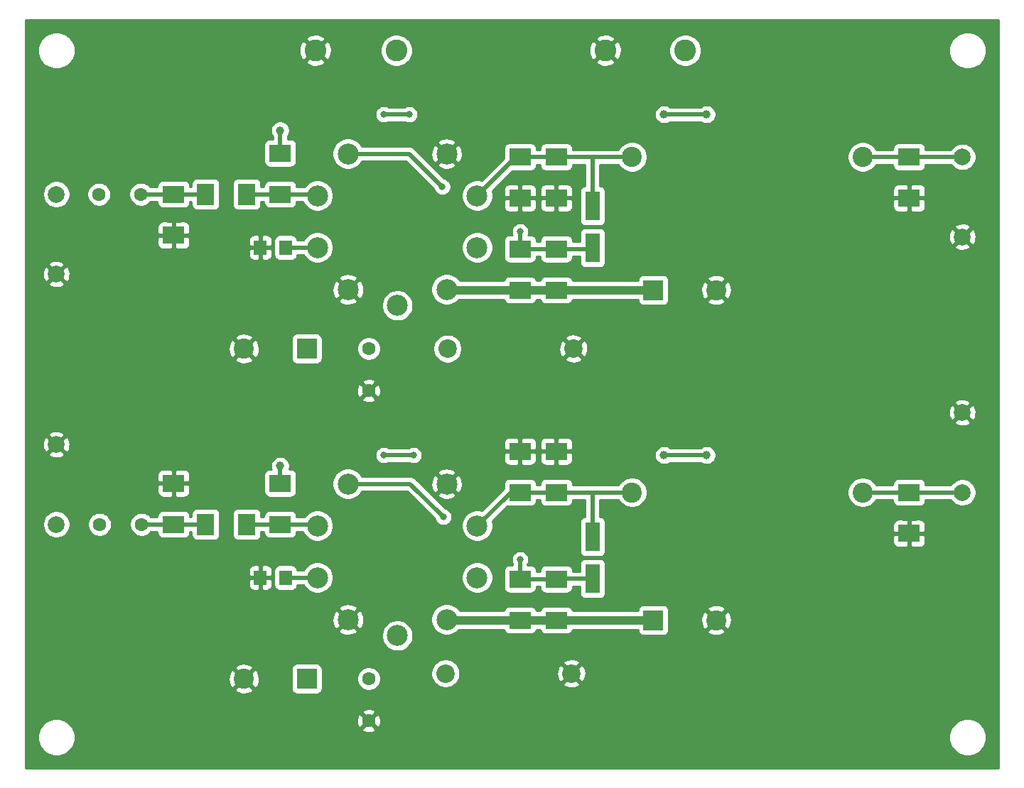
<source format=gbr>
G04 #@! TF.GenerationSoftware,KiCad,Pcbnew,(5.1.9-0-10_14)*
G04 #@! TF.CreationDate,2021-02-21T16:23:33+01:00*
G04 #@! TF.ProjectId,pre-amp-ecc88,7072652d-616d-4702-9d65-636338382e6b,rev?*
G04 #@! TF.SameCoordinates,Original*
G04 #@! TF.FileFunction,Copper,L1,Top*
G04 #@! TF.FilePolarity,Positive*
%FSLAX46Y46*%
G04 Gerber Fmt 4.6, Leading zero omitted, Abs format (unit mm)*
G04 Created by KiCad (PCBNEW (5.1.9-0-10_14)) date 2021-02-21 16:23:33*
%MOMM*%
%LPD*%
G01*
G04 APERTURE LIST*
G04 #@! TA.AperFunction,ComponentPad*
%ADD10C,2.499360*%
G04 #@! TD*
G04 #@! TA.AperFunction,SMDPad,CuDef*
%ADD11R,1.800000X3.500000*%
G04 #@! TD*
G04 #@! TA.AperFunction,ComponentPad*
%ADD12C,2.400000*%
G04 #@! TD*
G04 #@! TA.AperFunction,ComponentPad*
%ADD13R,2.400000X2.400000*%
G04 #@! TD*
G04 #@! TA.AperFunction,ComponentPad*
%ADD14C,1.600000*%
G04 #@! TD*
G04 #@! TA.AperFunction,SMDPad,CuDef*
%ADD15R,2.600000X2.100000*%
G04 #@! TD*
G04 #@! TA.AperFunction,SMDPad,CuDef*
%ADD16R,1.500000X1.800000*%
G04 #@! TD*
G04 #@! TA.AperFunction,SMDPad,CuDef*
%ADD17R,2.100000X2.600000*%
G04 #@! TD*
G04 #@! TA.AperFunction,ComponentPad*
%ADD18C,2.000000*%
G04 #@! TD*
G04 #@! TA.AperFunction,ComponentPad*
%ADD19C,2.600000*%
G04 #@! TD*
G04 #@! TA.AperFunction,ComponentPad*
%ADD20C,2.200000*%
G04 #@! TD*
G04 #@! TA.AperFunction,ViaPad*
%ADD21C,1.000000*%
G04 #@! TD*
G04 #@! TA.AperFunction,ViaPad*
%ADD22C,0.800000*%
G04 #@! TD*
G04 #@! TA.AperFunction,Conductor*
%ADD23C,0.500000*%
G04 #@! TD*
G04 #@! TA.AperFunction,Conductor*
%ADD24C,1.000000*%
G04 #@! TD*
G04 #@! TA.AperFunction,Conductor*
%ADD25C,0.254000*%
G04 #@! TD*
G04 #@! TA.AperFunction,Conductor*
%ADD26C,0.100000*%
G04 #@! TD*
G04 APERTURE END LIST*
D10*
X78562200Y-88519000D03*
X74930000Y-93522800D03*
X74930000Y-99695000D03*
X78562200Y-104698800D03*
X84439760Y-106608880D03*
X90317320Y-104698800D03*
X93949520Y-99695000D03*
X93949520Y-93522800D03*
X90317320Y-88519000D03*
X78562200Y-127889000D03*
X74930000Y-132892800D03*
X74930000Y-139065000D03*
X78562200Y-144068800D03*
X84439760Y-145978880D03*
X90317320Y-144068800D03*
X93949520Y-139065000D03*
X93949520Y-132892800D03*
X90317320Y-127889000D03*
D11*
X107696000Y-99742000D03*
X107696000Y-94742000D03*
X107696000Y-139192000D03*
X107696000Y-134192000D03*
D12*
X112395000Y-88900000D03*
X139895000Y-88900000D03*
X112395000Y-128905000D03*
X139895000Y-128905000D03*
X66160000Y-111760000D03*
D13*
X73660000Y-111760000D03*
D14*
X81026000Y-116760000D03*
X81026000Y-111760000D03*
D12*
X66160000Y-151130000D03*
D13*
X73660000Y-151130000D03*
D14*
X81026000Y-156130000D03*
X81026000Y-151130000D03*
D15*
X145415000Y-93800000D03*
X145415000Y-88900000D03*
X99060000Y-93800000D03*
X99060000Y-88900000D03*
X103378000Y-93800000D03*
X103378000Y-88900000D03*
X70485000Y-93345000D03*
X70485000Y-88445000D03*
X99060000Y-99875000D03*
X99060000Y-104775000D03*
X103378000Y-99875000D03*
X103378000Y-104775000D03*
D16*
X68120000Y-99695000D03*
X71120000Y-99695000D03*
D17*
X61595000Y-93345000D03*
X66495000Y-93345000D03*
D15*
X57785000Y-98245000D03*
X57785000Y-93345000D03*
D18*
X151765000Y-98425000D03*
X151765000Y-88900000D03*
D19*
X74676000Y-76200000D03*
X84328000Y-76200000D03*
D18*
X43815000Y-102870000D03*
X43815000Y-93345000D03*
D12*
X122435000Y-104775000D03*
D13*
X114935000Y-104775000D03*
D20*
X105410000Y-111760000D03*
X90410000Y-111760000D03*
D14*
X48895000Y-93345000D03*
X53895000Y-93345000D03*
D15*
X145415000Y-133805000D03*
X145415000Y-128905000D03*
X99060000Y-124005000D03*
X99060000Y-128905000D03*
X103378000Y-124005000D03*
X103378000Y-128905000D03*
X70485000Y-132715000D03*
X70485000Y-127815000D03*
X99060000Y-139245000D03*
X99060000Y-144145000D03*
X103378000Y-139245000D03*
X103378000Y-144145000D03*
D16*
X68120000Y-139065000D03*
X71120000Y-139065000D03*
D17*
X61595000Y-132715000D03*
X66495000Y-132715000D03*
D15*
X57785000Y-127815000D03*
X57785000Y-132715000D03*
D18*
X151765000Y-119380000D03*
X151765000Y-128905000D03*
D19*
X109220000Y-76200000D03*
X118745000Y-76200000D03*
D18*
X43815000Y-123190000D03*
X43815000Y-132715000D03*
D12*
X122435000Y-144145000D03*
D13*
X114935000Y-144145000D03*
D20*
X105170000Y-150495000D03*
X90170000Y-150495000D03*
D14*
X48975000Y-132715000D03*
X53975000Y-132715000D03*
D21*
X121285000Y-124460000D03*
X116205000Y-124460000D03*
X70485000Y-125730000D03*
D22*
X82804000Y-124460000D03*
X86360000Y-124460000D03*
D21*
X121285000Y-83820000D03*
X116205000Y-83820000D03*
X70485000Y-85725000D03*
D22*
X82804000Y-83820000D03*
X85852000Y-83820000D03*
X99060000Y-136906000D03*
X89916000Y-131826000D03*
X99060000Y-97790000D03*
X89789000Y-92456000D03*
D23*
X53975000Y-132715000D02*
X57785000Y-132715000D01*
X57785000Y-132715000D02*
X61595000Y-132715000D01*
D24*
X114935000Y-144145000D02*
X106045000Y-144145000D01*
X90393520Y-144145000D02*
X90317320Y-144068800D01*
X99060000Y-144145000D02*
X90393520Y-144145000D01*
X114935000Y-104775000D02*
X106045000Y-104775000D01*
X90393520Y-104775000D02*
X90317320Y-104698800D01*
X99060000Y-104775000D02*
X90393520Y-104775000D01*
X106045000Y-104775000D02*
X103378000Y-104775000D01*
X103378000Y-104775000D02*
X99060000Y-104775000D01*
X106045000Y-144145000D02*
X103378000Y-144145000D01*
X103378000Y-144145000D02*
X99060000Y-144145000D01*
D23*
X97937320Y-128905000D02*
X99060000Y-128905000D01*
X93949520Y-132892800D02*
X97937320Y-128905000D01*
X99060000Y-128905000D02*
X103378000Y-128905000D01*
X107696000Y-134192000D02*
X107696000Y-129032000D01*
X107823000Y-128905000D02*
X112395000Y-128905000D01*
X107696000Y-129032000D02*
X107823000Y-128905000D01*
X103378000Y-128905000D02*
X107823000Y-128905000D01*
X139895000Y-128905000D02*
X145415000Y-128905000D01*
X145415000Y-128905000D02*
X151765000Y-128905000D01*
X121285000Y-124460000D02*
X116205000Y-124460000D01*
X70485000Y-125730000D02*
X70485000Y-127815000D01*
X82804000Y-124460000D02*
X86360000Y-124460000D01*
X66495000Y-132715000D02*
X70485000Y-132715000D01*
X74752200Y-132715000D02*
X74930000Y-132892800D01*
X70485000Y-132715000D02*
X74752200Y-132715000D01*
X71120000Y-139065000D02*
X74930000Y-139065000D01*
X53895000Y-93345000D02*
X57785000Y-93345000D01*
X57785000Y-93345000D02*
X61595000Y-93345000D01*
X98572320Y-88900000D02*
X99060000Y-88900000D01*
X93949520Y-93522800D02*
X98572320Y-88900000D01*
X106045000Y-88900000D02*
X103378000Y-88900000D01*
X103378000Y-88900000D02*
X99060000Y-88900000D01*
X107696000Y-88900000D02*
X112395000Y-88900000D01*
X106045000Y-88900000D02*
X107696000Y-88900000D01*
X107696000Y-94742000D02*
X107696000Y-88900000D01*
X139895000Y-88900000D02*
X145415000Y-88900000D01*
X145415000Y-88900000D02*
X151765000Y-88900000D01*
X121285000Y-83820000D02*
X116205000Y-83820000D01*
X70485000Y-85725000D02*
X70485000Y-88445000D01*
X82804000Y-83820000D02*
X85852000Y-83820000D01*
X66495000Y-93345000D02*
X70485000Y-93345000D01*
X74752200Y-93345000D02*
X74930000Y-93522800D01*
X70485000Y-93345000D02*
X74752200Y-93345000D01*
X71120000Y-99695000D02*
X74930000Y-99695000D01*
X103431000Y-139192000D02*
X103378000Y-139245000D01*
X107696000Y-139192000D02*
X103431000Y-139192000D01*
X103378000Y-139245000D02*
X99060000Y-139245000D01*
X99060000Y-136906000D02*
X99060000Y-139245000D01*
X85979000Y-127889000D02*
X89916000Y-131826000D01*
X78562200Y-127889000D02*
X85979000Y-127889000D01*
X99060000Y-99875000D02*
X103378000Y-99875000D01*
X107563000Y-99875000D02*
X107696000Y-99742000D01*
X103378000Y-99875000D02*
X107563000Y-99875000D01*
X99060000Y-97790000D02*
X99060000Y-99875000D01*
X85852000Y-88519000D02*
X89789000Y-92456000D01*
X78562200Y-88519000D02*
X85852000Y-88519000D01*
X94129520Y-139245000D02*
X93949520Y-139065000D01*
X94129520Y-99875000D02*
X93949520Y-99695000D01*
D25*
X156083000Y-161798000D02*
X40132000Y-161798000D01*
X40132000Y-157894872D01*
X41580000Y-157894872D01*
X41580000Y-158335128D01*
X41665890Y-158766925D01*
X41834369Y-159173669D01*
X42078962Y-159539729D01*
X42390271Y-159851038D01*
X42756331Y-160095631D01*
X43163075Y-160264110D01*
X43594872Y-160350000D01*
X44035128Y-160350000D01*
X44466925Y-160264110D01*
X44873669Y-160095631D01*
X45239729Y-159851038D01*
X45551038Y-159539729D01*
X45795631Y-159173669D01*
X45964110Y-158766925D01*
X46050000Y-158335128D01*
X46050000Y-157894872D01*
X150165000Y-157894872D01*
X150165000Y-158335128D01*
X150250890Y-158766925D01*
X150419369Y-159173669D01*
X150663962Y-159539729D01*
X150975271Y-159851038D01*
X151341331Y-160095631D01*
X151748075Y-160264110D01*
X152179872Y-160350000D01*
X152620128Y-160350000D01*
X153051925Y-160264110D01*
X153458669Y-160095631D01*
X153824729Y-159851038D01*
X154136038Y-159539729D01*
X154380631Y-159173669D01*
X154549110Y-158766925D01*
X154635000Y-158335128D01*
X154635000Y-157894872D01*
X154549110Y-157463075D01*
X154380631Y-157056331D01*
X154136038Y-156690271D01*
X153824729Y-156378962D01*
X153458669Y-156134369D01*
X153051925Y-155965890D01*
X152620128Y-155880000D01*
X152179872Y-155880000D01*
X151748075Y-155965890D01*
X151341331Y-156134369D01*
X150975271Y-156378962D01*
X150663962Y-156690271D01*
X150419369Y-157056331D01*
X150250890Y-157463075D01*
X150165000Y-157894872D01*
X46050000Y-157894872D01*
X45964110Y-157463075D01*
X45823123Y-157122702D01*
X80212903Y-157122702D01*
X80284486Y-157366671D01*
X80539996Y-157487571D01*
X80814184Y-157556300D01*
X81096512Y-157570217D01*
X81376130Y-157528787D01*
X81642292Y-157433603D01*
X81767514Y-157366671D01*
X81839097Y-157122702D01*
X81026000Y-156309605D01*
X80212903Y-157122702D01*
X45823123Y-157122702D01*
X45795631Y-157056331D01*
X45551038Y-156690271D01*
X45239729Y-156378962D01*
X44972660Y-156200512D01*
X79585783Y-156200512D01*
X79627213Y-156480130D01*
X79722397Y-156746292D01*
X79789329Y-156871514D01*
X80033298Y-156943097D01*
X80846395Y-156130000D01*
X81205605Y-156130000D01*
X82018702Y-156943097D01*
X82262671Y-156871514D01*
X82383571Y-156616004D01*
X82452300Y-156341816D01*
X82466217Y-156059488D01*
X82424787Y-155779870D01*
X82329603Y-155513708D01*
X82262671Y-155388486D01*
X82018702Y-155316903D01*
X81205605Y-156130000D01*
X80846395Y-156130000D01*
X80033298Y-155316903D01*
X79789329Y-155388486D01*
X79668429Y-155643996D01*
X79599700Y-155918184D01*
X79585783Y-156200512D01*
X44972660Y-156200512D01*
X44873669Y-156134369D01*
X44466925Y-155965890D01*
X44035128Y-155880000D01*
X43594872Y-155880000D01*
X43163075Y-155965890D01*
X42756331Y-156134369D01*
X42390271Y-156378962D01*
X42078962Y-156690271D01*
X41834369Y-157056331D01*
X41665890Y-157463075D01*
X41580000Y-157894872D01*
X40132000Y-157894872D01*
X40132000Y-155137298D01*
X80212903Y-155137298D01*
X81026000Y-155950395D01*
X81839097Y-155137298D01*
X81767514Y-154893329D01*
X81512004Y-154772429D01*
X81237816Y-154703700D01*
X80955488Y-154689783D01*
X80675870Y-154731213D01*
X80409708Y-154826397D01*
X80284486Y-154893329D01*
X80212903Y-155137298D01*
X40132000Y-155137298D01*
X40132000Y-152407980D01*
X65061626Y-152407980D01*
X65181514Y-152692836D01*
X65505210Y-152853699D01*
X65854069Y-152948322D01*
X66214684Y-152973067D01*
X66573198Y-152926985D01*
X66915833Y-152811846D01*
X67138486Y-152692836D01*
X67258374Y-152407980D01*
X66160000Y-151309605D01*
X65061626Y-152407980D01*
X40132000Y-152407980D01*
X40132000Y-151184684D01*
X64316933Y-151184684D01*
X64363015Y-151543198D01*
X64478154Y-151885833D01*
X64597164Y-152108486D01*
X64882020Y-152228374D01*
X65980395Y-151130000D01*
X66339605Y-151130000D01*
X67437980Y-152228374D01*
X67722836Y-152108486D01*
X67883699Y-151784790D01*
X67978322Y-151435931D01*
X68003067Y-151075316D01*
X67956985Y-150716802D01*
X67841846Y-150374167D01*
X67722836Y-150151514D01*
X67437980Y-150031626D01*
X66339605Y-151130000D01*
X65980395Y-151130000D01*
X64882020Y-150031626D01*
X64597164Y-150151514D01*
X64436301Y-150475210D01*
X64341678Y-150824069D01*
X64316933Y-151184684D01*
X40132000Y-151184684D01*
X40132000Y-149852020D01*
X65061626Y-149852020D01*
X66160000Y-150950395D01*
X67180394Y-149930000D01*
X71821928Y-149930000D01*
X71821928Y-152330000D01*
X71834188Y-152454482D01*
X71870498Y-152574180D01*
X71929463Y-152684494D01*
X72008815Y-152781185D01*
X72105506Y-152860537D01*
X72215820Y-152919502D01*
X72335518Y-152955812D01*
X72460000Y-152968072D01*
X74860000Y-152968072D01*
X74984482Y-152955812D01*
X75104180Y-152919502D01*
X75214494Y-152860537D01*
X75311185Y-152781185D01*
X75390537Y-152684494D01*
X75449502Y-152574180D01*
X75485812Y-152454482D01*
X75498072Y-152330000D01*
X75498072Y-150988665D01*
X79591000Y-150988665D01*
X79591000Y-151271335D01*
X79646147Y-151548574D01*
X79754320Y-151809727D01*
X79911363Y-152044759D01*
X80111241Y-152244637D01*
X80346273Y-152401680D01*
X80607426Y-152509853D01*
X80884665Y-152565000D01*
X81167335Y-152565000D01*
X81444574Y-152509853D01*
X81705727Y-152401680D01*
X81940759Y-152244637D01*
X82140637Y-152044759D01*
X82297680Y-151809727D01*
X82405853Y-151548574D01*
X82461000Y-151271335D01*
X82461000Y-150988665D01*
X82405853Y-150711426D01*
X82297680Y-150450273D01*
X82213386Y-150324117D01*
X88435000Y-150324117D01*
X88435000Y-150665883D01*
X88501675Y-151001081D01*
X88632463Y-151316831D01*
X88822337Y-151600998D01*
X89064002Y-151842663D01*
X89348169Y-152032537D01*
X89663919Y-152163325D01*
X89999117Y-152230000D01*
X90340883Y-152230000D01*
X90676081Y-152163325D01*
X90991831Y-152032537D01*
X91275998Y-151842663D01*
X91416949Y-151701712D01*
X104142893Y-151701712D01*
X104250726Y-151976338D01*
X104557384Y-152127216D01*
X104887585Y-152215369D01*
X105228639Y-152237409D01*
X105567439Y-152192489D01*
X105890966Y-152082336D01*
X106089274Y-151976338D01*
X106197107Y-151701712D01*
X105170000Y-150674605D01*
X104142893Y-151701712D01*
X91416949Y-151701712D01*
X91517663Y-151600998D01*
X91707537Y-151316831D01*
X91838325Y-151001081D01*
X91905000Y-150665883D01*
X91905000Y-150553639D01*
X103427591Y-150553639D01*
X103472511Y-150892439D01*
X103582664Y-151215966D01*
X103688662Y-151414274D01*
X103963288Y-151522107D01*
X104990395Y-150495000D01*
X105349605Y-150495000D01*
X106376712Y-151522107D01*
X106651338Y-151414274D01*
X106802216Y-151107616D01*
X106890369Y-150777415D01*
X106912409Y-150436361D01*
X106867489Y-150097561D01*
X106757336Y-149774034D01*
X106651338Y-149575726D01*
X106376712Y-149467893D01*
X105349605Y-150495000D01*
X104990395Y-150495000D01*
X103963288Y-149467893D01*
X103688662Y-149575726D01*
X103537784Y-149882384D01*
X103449631Y-150212585D01*
X103427591Y-150553639D01*
X91905000Y-150553639D01*
X91905000Y-150324117D01*
X91838325Y-149988919D01*
X91707537Y-149673169D01*
X91517663Y-149389002D01*
X91416949Y-149288288D01*
X104142893Y-149288288D01*
X105170000Y-150315395D01*
X106197107Y-149288288D01*
X106089274Y-149013662D01*
X105782616Y-148862784D01*
X105452415Y-148774631D01*
X105111361Y-148752591D01*
X104772561Y-148797511D01*
X104449034Y-148907664D01*
X104250726Y-149013662D01*
X104142893Y-149288288D01*
X91416949Y-149288288D01*
X91275998Y-149147337D01*
X90991831Y-148957463D01*
X90676081Y-148826675D01*
X90340883Y-148760000D01*
X89999117Y-148760000D01*
X89663919Y-148826675D01*
X89348169Y-148957463D01*
X89064002Y-149147337D01*
X88822337Y-149389002D01*
X88632463Y-149673169D01*
X88501675Y-149988919D01*
X88435000Y-150324117D01*
X82213386Y-150324117D01*
X82140637Y-150215241D01*
X81940759Y-150015363D01*
X81705727Y-149858320D01*
X81444574Y-149750147D01*
X81167335Y-149695000D01*
X80884665Y-149695000D01*
X80607426Y-149750147D01*
X80346273Y-149858320D01*
X80111241Y-150015363D01*
X79911363Y-150215241D01*
X79754320Y-150450273D01*
X79646147Y-150711426D01*
X79591000Y-150988665D01*
X75498072Y-150988665D01*
X75498072Y-149930000D01*
X75485812Y-149805518D01*
X75449502Y-149685820D01*
X75390537Y-149575506D01*
X75311185Y-149478815D01*
X75214494Y-149399463D01*
X75104180Y-149340498D01*
X74984482Y-149304188D01*
X74860000Y-149291928D01*
X72460000Y-149291928D01*
X72335518Y-149304188D01*
X72215820Y-149340498D01*
X72105506Y-149399463D01*
X72008815Y-149478815D01*
X71929463Y-149575506D01*
X71870498Y-149685820D01*
X71834188Y-149805518D01*
X71821928Y-149930000D01*
X67180394Y-149930000D01*
X67258374Y-149852020D01*
X67138486Y-149567164D01*
X66814790Y-149406301D01*
X66465931Y-149311678D01*
X66105316Y-149286933D01*
X65746802Y-149333015D01*
X65404167Y-149448154D01*
X65181514Y-149567164D01*
X65061626Y-149852020D01*
X40132000Y-149852020D01*
X40132000Y-145382177D01*
X77428429Y-145382177D01*
X77554304Y-145672115D01*
X77886462Y-145837939D01*
X78244587Y-145935775D01*
X78614919Y-145961865D01*
X78983225Y-145915205D01*
X79335351Y-145797589D01*
X79343459Y-145793255D01*
X82555080Y-145793255D01*
X82555080Y-146164505D01*
X82627507Y-146528621D01*
X82769578Y-146871611D01*
X82975834Y-147180293D01*
X83238347Y-147442806D01*
X83547029Y-147649062D01*
X83890019Y-147791133D01*
X84254135Y-147863560D01*
X84625385Y-147863560D01*
X84989501Y-147791133D01*
X85332491Y-147649062D01*
X85641173Y-147442806D01*
X85903686Y-147180293D01*
X86109942Y-146871611D01*
X86252013Y-146528621D01*
X86324440Y-146164505D01*
X86324440Y-145793255D01*
X86252013Y-145429139D01*
X86109942Y-145086149D01*
X85903686Y-144777467D01*
X85641173Y-144514954D01*
X85332491Y-144308698D01*
X84989501Y-144166627D01*
X84625385Y-144094200D01*
X84254135Y-144094200D01*
X83890019Y-144166627D01*
X83547029Y-144308698D01*
X83238347Y-144514954D01*
X82975834Y-144777467D01*
X82769578Y-145086149D01*
X82627507Y-145429139D01*
X82555080Y-145793255D01*
X79343459Y-145793255D01*
X79570096Y-145672115D01*
X79695971Y-145382177D01*
X78562200Y-144248405D01*
X77428429Y-145382177D01*
X40132000Y-145382177D01*
X40132000Y-144121519D01*
X76669135Y-144121519D01*
X76715795Y-144489825D01*
X76833411Y-144841951D01*
X76958885Y-145076696D01*
X77248823Y-145202571D01*
X78382595Y-144068800D01*
X78741805Y-144068800D01*
X79875577Y-145202571D01*
X80165515Y-145076696D01*
X80331339Y-144744538D01*
X80429175Y-144386413D01*
X80455265Y-144016081D01*
X80438428Y-143883175D01*
X88432640Y-143883175D01*
X88432640Y-144254425D01*
X88505067Y-144618541D01*
X88647138Y-144961531D01*
X88853394Y-145270213D01*
X89115907Y-145532726D01*
X89424589Y-145738982D01*
X89767579Y-145881053D01*
X90131695Y-145953480D01*
X90502945Y-145953480D01*
X90867061Y-145881053D01*
X91210051Y-145738982D01*
X91518733Y-145532726D01*
X91771459Y-145280000D01*
X97130299Y-145280000D01*
X97134188Y-145319482D01*
X97170498Y-145439180D01*
X97229463Y-145549494D01*
X97308815Y-145646185D01*
X97405506Y-145725537D01*
X97515820Y-145784502D01*
X97635518Y-145820812D01*
X97760000Y-145833072D01*
X100360000Y-145833072D01*
X100484482Y-145820812D01*
X100604180Y-145784502D01*
X100714494Y-145725537D01*
X100811185Y-145646185D01*
X100890537Y-145549494D01*
X100949502Y-145439180D01*
X100985812Y-145319482D01*
X100989701Y-145280000D01*
X101448299Y-145280000D01*
X101452188Y-145319482D01*
X101488498Y-145439180D01*
X101547463Y-145549494D01*
X101626815Y-145646185D01*
X101723506Y-145725537D01*
X101833820Y-145784502D01*
X101953518Y-145820812D01*
X102078000Y-145833072D01*
X104678000Y-145833072D01*
X104802482Y-145820812D01*
X104922180Y-145784502D01*
X105032494Y-145725537D01*
X105129185Y-145646185D01*
X105208537Y-145549494D01*
X105267502Y-145439180D01*
X105303812Y-145319482D01*
X105307701Y-145280000D01*
X113096928Y-145280000D01*
X113096928Y-145345000D01*
X113109188Y-145469482D01*
X113145498Y-145589180D01*
X113204463Y-145699494D01*
X113283815Y-145796185D01*
X113380506Y-145875537D01*
X113490820Y-145934502D01*
X113610518Y-145970812D01*
X113735000Y-145983072D01*
X116135000Y-145983072D01*
X116259482Y-145970812D01*
X116379180Y-145934502D01*
X116489494Y-145875537D01*
X116586185Y-145796185D01*
X116665537Y-145699494D01*
X116724502Y-145589180D01*
X116760812Y-145469482D01*
X116765391Y-145422980D01*
X121336626Y-145422980D01*
X121456514Y-145707836D01*
X121780210Y-145868699D01*
X122129069Y-145963322D01*
X122489684Y-145988067D01*
X122848198Y-145941985D01*
X123190833Y-145826846D01*
X123413486Y-145707836D01*
X123533374Y-145422980D01*
X122435000Y-144324605D01*
X121336626Y-145422980D01*
X116765391Y-145422980D01*
X116773072Y-145345000D01*
X116773072Y-144199684D01*
X120591933Y-144199684D01*
X120638015Y-144558198D01*
X120753154Y-144900833D01*
X120872164Y-145123486D01*
X121157020Y-145243374D01*
X122255395Y-144145000D01*
X122614605Y-144145000D01*
X123712980Y-145243374D01*
X123997836Y-145123486D01*
X124158699Y-144799790D01*
X124253322Y-144450931D01*
X124278067Y-144090316D01*
X124231985Y-143731802D01*
X124116846Y-143389167D01*
X123997836Y-143166514D01*
X123712980Y-143046626D01*
X122614605Y-144145000D01*
X122255395Y-144145000D01*
X121157020Y-143046626D01*
X120872164Y-143166514D01*
X120711301Y-143490210D01*
X120616678Y-143839069D01*
X120591933Y-144199684D01*
X116773072Y-144199684D01*
X116773072Y-142945000D01*
X116765392Y-142867020D01*
X121336626Y-142867020D01*
X122435000Y-143965395D01*
X123533374Y-142867020D01*
X123413486Y-142582164D01*
X123089790Y-142421301D01*
X122740931Y-142326678D01*
X122380316Y-142301933D01*
X122021802Y-142348015D01*
X121679167Y-142463154D01*
X121456514Y-142582164D01*
X121336626Y-142867020D01*
X116765392Y-142867020D01*
X116760812Y-142820518D01*
X116724502Y-142700820D01*
X116665537Y-142590506D01*
X116586185Y-142493815D01*
X116489494Y-142414463D01*
X116379180Y-142355498D01*
X116259482Y-142319188D01*
X116135000Y-142306928D01*
X113735000Y-142306928D01*
X113610518Y-142319188D01*
X113490820Y-142355498D01*
X113380506Y-142414463D01*
X113283815Y-142493815D01*
X113204463Y-142590506D01*
X113145498Y-142700820D01*
X113109188Y-142820518D01*
X113096928Y-142945000D01*
X113096928Y-143010000D01*
X105307701Y-143010000D01*
X105303812Y-142970518D01*
X105267502Y-142850820D01*
X105208537Y-142740506D01*
X105129185Y-142643815D01*
X105032494Y-142564463D01*
X104922180Y-142505498D01*
X104802482Y-142469188D01*
X104678000Y-142456928D01*
X102078000Y-142456928D01*
X101953518Y-142469188D01*
X101833820Y-142505498D01*
X101723506Y-142564463D01*
X101626815Y-142643815D01*
X101547463Y-142740506D01*
X101488498Y-142850820D01*
X101452188Y-142970518D01*
X101448299Y-143010000D01*
X100989701Y-143010000D01*
X100985812Y-142970518D01*
X100949502Y-142850820D01*
X100890537Y-142740506D01*
X100811185Y-142643815D01*
X100714494Y-142564463D01*
X100604180Y-142505498D01*
X100484482Y-142469188D01*
X100360000Y-142456928D01*
X97760000Y-142456928D01*
X97635518Y-142469188D01*
X97515820Y-142505498D01*
X97405506Y-142564463D01*
X97308815Y-142643815D01*
X97229463Y-142740506D01*
X97170498Y-142850820D01*
X97134188Y-142970518D01*
X97130299Y-143010000D01*
X91876538Y-143010000D01*
X91781246Y-142867387D01*
X91518733Y-142604874D01*
X91210051Y-142398618D01*
X90867061Y-142256547D01*
X90502945Y-142184120D01*
X90131695Y-142184120D01*
X89767579Y-142256547D01*
X89424589Y-142398618D01*
X89115907Y-142604874D01*
X88853394Y-142867387D01*
X88647138Y-143176069D01*
X88505067Y-143519059D01*
X88432640Y-143883175D01*
X80438428Y-143883175D01*
X80408605Y-143647775D01*
X80290989Y-143295649D01*
X80165515Y-143060904D01*
X79875577Y-142935029D01*
X78741805Y-144068800D01*
X78382595Y-144068800D01*
X77248823Y-142935029D01*
X76958885Y-143060904D01*
X76793061Y-143393062D01*
X76695225Y-143751187D01*
X76669135Y-144121519D01*
X40132000Y-144121519D01*
X40132000Y-142755423D01*
X77428429Y-142755423D01*
X78562200Y-143889195D01*
X79695971Y-142755423D01*
X79570096Y-142465485D01*
X79237938Y-142299661D01*
X78879813Y-142201825D01*
X78509481Y-142175735D01*
X78141175Y-142222395D01*
X77789049Y-142340011D01*
X77554304Y-142465485D01*
X77428429Y-142755423D01*
X40132000Y-142755423D01*
X40132000Y-139965000D01*
X66731928Y-139965000D01*
X66744188Y-140089482D01*
X66780498Y-140209180D01*
X66839463Y-140319494D01*
X66918815Y-140416185D01*
X67015506Y-140495537D01*
X67125820Y-140554502D01*
X67245518Y-140590812D01*
X67370000Y-140603072D01*
X67834250Y-140600000D01*
X67993000Y-140441250D01*
X67993000Y-139192000D01*
X68247000Y-139192000D01*
X68247000Y-140441250D01*
X68405750Y-140600000D01*
X68870000Y-140603072D01*
X68994482Y-140590812D01*
X69114180Y-140554502D01*
X69224494Y-140495537D01*
X69321185Y-140416185D01*
X69400537Y-140319494D01*
X69459502Y-140209180D01*
X69495812Y-140089482D01*
X69508072Y-139965000D01*
X69505000Y-139350750D01*
X69346250Y-139192000D01*
X68247000Y-139192000D01*
X67993000Y-139192000D01*
X66893750Y-139192000D01*
X66735000Y-139350750D01*
X66731928Y-139965000D01*
X40132000Y-139965000D01*
X40132000Y-138165000D01*
X66731928Y-138165000D01*
X66735000Y-138779250D01*
X66893750Y-138938000D01*
X67993000Y-138938000D01*
X67993000Y-137688750D01*
X68247000Y-137688750D01*
X68247000Y-138938000D01*
X69346250Y-138938000D01*
X69505000Y-138779250D01*
X69508072Y-138165000D01*
X69731928Y-138165000D01*
X69731928Y-139965000D01*
X69744188Y-140089482D01*
X69780498Y-140209180D01*
X69839463Y-140319494D01*
X69918815Y-140416185D01*
X70015506Y-140495537D01*
X70125820Y-140554502D01*
X70245518Y-140590812D01*
X70370000Y-140603072D01*
X71870000Y-140603072D01*
X71994482Y-140590812D01*
X72114180Y-140554502D01*
X72224494Y-140495537D01*
X72321185Y-140416185D01*
X72400537Y-140319494D01*
X72459502Y-140209180D01*
X72495812Y-140089482D01*
X72508072Y-139965000D01*
X72508072Y-139950000D01*
X73256616Y-139950000D01*
X73259818Y-139957731D01*
X73466074Y-140266413D01*
X73728587Y-140528926D01*
X74037269Y-140735182D01*
X74380259Y-140877253D01*
X74744375Y-140949680D01*
X75115625Y-140949680D01*
X75479741Y-140877253D01*
X75822731Y-140735182D01*
X76131413Y-140528926D01*
X76393926Y-140266413D01*
X76600182Y-139957731D01*
X76742253Y-139614741D01*
X76814680Y-139250625D01*
X76814680Y-138879375D01*
X92064840Y-138879375D01*
X92064840Y-139250625D01*
X92137267Y-139614741D01*
X92279338Y-139957731D01*
X92485594Y-140266413D01*
X92748107Y-140528926D01*
X93056789Y-140735182D01*
X93399779Y-140877253D01*
X93763895Y-140949680D01*
X94135145Y-140949680D01*
X94499261Y-140877253D01*
X94842251Y-140735182D01*
X95150933Y-140528926D01*
X95413446Y-140266413D01*
X95619702Y-139957731D01*
X95761773Y-139614741D01*
X95834200Y-139250625D01*
X95834200Y-138879375D01*
X95761773Y-138515259D01*
X95629118Y-138195000D01*
X97121928Y-138195000D01*
X97121928Y-140295000D01*
X97134188Y-140419482D01*
X97170498Y-140539180D01*
X97229463Y-140649494D01*
X97308815Y-140746185D01*
X97405506Y-140825537D01*
X97515820Y-140884502D01*
X97635518Y-140920812D01*
X97760000Y-140933072D01*
X100360000Y-140933072D01*
X100484482Y-140920812D01*
X100604180Y-140884502D01*
X100714494Y-140825537D01*
X100811185Y-140746185D01*
X100890537Y-140649494D01*
X100949502Y-140539180D01*
X100985812Y-140419482D01*
X100998072Y-140295000D01*
X100998072Y-140130000D01*
X101439928Y-140130000D01*
X101439928Y-140295000D01*
X101452188Y-140419482D01*
X101488498Y-140539180D01*
X101547463Y-140649494D01*
X101626815Y-140746185D01*
X101723506Y-140825537D01*
X101833820Y-140884502D01*
X101953518Y-140920812D01*
X102078000Y-140933072D01*
X104678000Y-140933072D01*
X104802482Y-140920812D01*
X104922180Y-140884502D01*
X105032494Y-140825537D01*
X105129185Y-140746185D01*
X105208537Y-140649494D01*
X105267502Y-140539180D01*
X105303812Y-140419482D01*
X105316072Y-140295000D01*
X105316072Y-140077000D01*
X106157928Y-140077000D01*
X106157928Y-140942000D01*
X106170188Y-141066482D01*
X106206498Y-141186180D01*
X106265463Y-141296494D01*
X106344815Y-141393185D01*
X106441506Y-141472537D01*
X106551820Y-141531502D01*
X106671518Y-141567812D01*
X106796000Y-141580072D01*
X108596000Y-141580072D01*
X108720482Y-141567812D01*
X108840180Y-141531502D01*
X108950494Y-141472537D01*
X109047185Y-141393185D01*
X109126537Y-141296494D01*
X109185502Y-141186180D01*
X109221812Y-141066482D01*
X109234072Y-140942000D01*
X109234072Y-137442000D01*
X109221812Y-137317518D01*
X109185502Y-137197820D01*
X109126537Y-137087506D01*
X109047185Y-136990815D01*
X108950494Y-136911463D01*
X108840180Y-136852498D01*
X108720482Y-136816188D01*
X108596000Y-136803928D01*
X106796000Y-136803928D01*
X106671518Y-136816188D01*
X106551820Y-136852498D01*
X106441506Y-136911463D01*
X106344815Y-136990815D01*
X106265463Y-137087506D01*
X106206498Y-137197820D01*
X106170188Y-137317518D01*
X106157928Y-137442000D01*
X106157928Y-138307000D01*
X105316072Y-138307000D01*
X105316072Y-138195000D01*
X105303812Y-138070518D01*
X105267502Y-137950820D01*
X105208537Y-137840506D01*
X105129185Y-137743815D01*
X105032494Y-137664463D01*
X104922180Y-137605498D01*
X104802482Y-137569188D01*
X104678000Y-137556928D01*
X102078000Y-137556928D01*
X101953518Y-137569188D01*
X101833820Y-137605498D01*
X101723506Y-137664463D01*
X101626815Y-137743815D01*
X101547463Y-137840506D01*
X101488498Y-137950820D01*
X101452188Y-138070518D01*
X101439928Y-138195000D01*
X101439928Y-138360000D01*
X100998072Y-138360000D01*
X100998072Y-138195000D01*
X100985812Y-138070518D01*
X100949502Y-137950820D01*
X100890537Y-137840506D01*
X100811185Y-137743815D01*
X100714494Y-137664463D01*
X100604180Y-137605498D01*
X100484482Y-137569188D01*
X100360000Y-137556928D01*
X99945000Y-137556928D01*
X99945000Y-137444454D01*
X99977205Y-137396256D01*
X100055226Y-137207898D01*
X100095000Y-137007939D01*
X100095000Y-136804061D01*
X100055226Y-136604102D01*
X99977205Y-136415744D01*
X99863937Y-136246226D01*
X99719774Y-136102063D01*
X99550256Y-135988795D01*
X99361898Y-135910774D01*
X99161939Y-135871000D01*
X98958061Y-135871000D01*
X98758102Y-135910774D01*
X98569744Y-135988795D01*
X98400226Y-136102063D01*
X98256063Y-136246226D01*
X98142795Y-136415744D01*
X98064774Y-136604102D01*
X98025000Y-136804061D01*
X98025000Y-137007939D01*
X98064774Y-137207898D01*
X98142795Y-137396256D01*
X98175000Y-137444455D01*
X98175000Y-137556928D01*
X97760000Y-137556928D01*
X97635518Y-137569188D01*
X97515820Y-137605498D01*
X97405506Y-137664463D01*
X97308815Y-137743815D01*
X97229463Y-137840506D01*
X97170498Y-137950820D01*
X97134188Y-138070518D01*
X97121928Y-138195000D01*
X95629118Y-138195000D01*
X95619702Y-138172269D01*
X95413446Y-137863587D01*
X95150933Y-137601074D01*
X94842251Y-137394818D01*
X94499261Y-137252747D01*
X94135145Y-137180320D01*
X93763895Y-137180320D01*
X93399779Y-137252747D01*
X93056789Y-137394818D01*
X92748107Y-137601074D01*
X92485594Y-137863587D01*
X92279338Y-138172269D01*
X92137267Y-138515259D01*
X92064840Y-138879375D01*
X76814680Y-138879375D01*
X76742253Y-138515259D01*
X76600182Y-138172269D01*
X76393926Y-137863587D01*
X76131413Y-137601074D01*
X75822731Y-137394818D01*
X75479741Y-137252747D01*
X75115625Y-137180320D01*
X74744375Y-137180320D01*
X74380259Y-137252747D01*
X74037269Y-137394818D01*
X73728587Y-137601074D01*
X73466074Y-137863587D01*
X73259818Y-138172269D01*
X73256616Y-138180000D01*
X72508072Y-138180000D01*
X72508072Y-138165000D01*
X72495812Y-138040518D01*
X72459502Y-137920820D01*
X72400537Y-137810506D01*
X72321185Y-137713815D01*
X72224494Y-137634463D01*
X72114180Y-137575498D01*
X71994482Y-137539188D01*
X71870000Y-137526928D01*
X70370000Y-137526928D01*
X70245518Y-137539188D01*
X70125820Y-137575498D01*
X70015506Y-137634463D01*
X69918815Y-137713815D01*
X69839463Y-137810506D01*
X69780498Y-137920820D01*
X69744188Y-138040518D01*
X69731928Y-138165000D01*
X69508072Y-138165000D01*
X69495812Y-138040518D01*
X69459502Y-137920820D01*
X69400537Y-137810506D01*
X69321185Y-137713815D01*
X69224494Y-137634463D01*
X69114180Y-137575498D01*
X68994482Y-137539188D01*
X68870000Y-137526928D01*
X68405750Y-137530000D01*
X68247000Y-137688750D01*
X67993000Y-137688750D01*
X67834250Y-137530000D01*
X67370000Y-137526928D01*
X67245518Y-137539188D01*
X67125820Y-137575498D01*
X67015506Y-137634463D01*
X66918815Y-137713815D01*
X66839463Y-137810506D01*
X66780498Y-137920820D01*
X66744188Y-138040518D01*
X66731928Y-138165000D01*
X40132000Y-138165000D01*
X40132000Y-132553967D01*
X42180000Y-132553967D01*
X42180000Y-132876033D01*
X42242832Y-133191912D01*
X42366082Y-133489463D01*
X42545013Y-133757252D01*
X42772748Y-133984987D01*
X43040537Y-134163918D01*
X43338088Y-134287168D01*
X43653967Y-134350000D01*
X43976033Y-134350000D01*
X44291912Y-134287168D01*
X44589463Y-134163918D01*
X44857252Y-133984987D01*
X45084987Y-133757252D01*
X45263918Y-133489463D01*
X45387168Y-133191912D01*
X45450000Y-132876033D01*
X45450000Y-132573665D01*
X47540000Y-132573665D01*
X47540000Y-132856335D01*
X47595147Y-133133574D01*
X47703320Y-133394727D01*
X47860363Y-133629759D01*
X48060241Y-133829637D01*
X48295273Y-133986680D01*
X48556426Y-134094853D01*
X48833665Y-134150000D01*
X49116335Y-134150000D01*
X49393574Y-134094853D01*
X49654727Y-133986680D01*
X49889759Y-133829637D01*
X50089637Y-133629759D01*
X50246680Y-133394727D01*
X50354853Y-133133574D01*
X50410000Y-132856335D01*
X50410000Y-132573665D01*
X52540000Y-132573665D01*
X52540000Y-132856335D01*
X52595147Y-133133574D01*
X52703320Y-133394727D01*
X52860363Y-133629759D01*
X53060241Y-133829637D01*
X53295273Y-133986680D01*
X53556426Y-134094853D01*
X53833665Y-134150000D01*
X54116335Y-134150000D01*
X54393574Y-134094853D01*
X54654727Y-133986680D01*
X54889759Y-133829637D01*
X55089637Y-133629759D01*
X55109521Y-133600000D01*
X55846928Y-133600000D01*
X55846928Y-133765000D01*
X55859188Y-133889482D01*
X55895498Y-134009180D01*
X55954463Y-134119494D01*
X56033815Y-134216185D01*
X56130506Y-134295537D01*
X56240820Y-134354502D01*
X56360518Y-134390812D01*
X56485000Y-134403072D01*
X59085000Y-134403072D01*
X59209482Y-134390812D01*
X59329180Y-134354502D01*
X59439494Y-134295537D01*
X59536185Y-134216185D01*
X59615537Y-134119494D01*
X59674502Y-134009180D01*
X59710812Y-133889482D01*
X59723072Y-133765000D01*
X59723072Y-133600000D01*
X59906928Y-133600000D01*
X59906928Y-134015000D01*
X59919188Y-134139482D01*
X59955498Y-134259180D01*
X60014463Y-134369494D01*
X60093815Y-134466185D01*
X60190506Y-134545537D01*
X60300820Y-134604502D01*
X60420518Y-134640812D01*
X60545000Y-134653072D01*
X62645000Y-134653072D01*
X62769482Y-134640812D01*
X62889180Y-134604502D01*
X62999494Y-134545537D01*
X63096185Y-134466185D01*
X63175537Y-134369494D01*
X63234502Y-134259180D01*
X63270812Y-134139482D01*
X63283072Y-134015000D01*
X63283072Y-131415000D01*
X64806928Y-131415000D01*
X64806928Y-134015000D01*
X64819188Y-134139482D01*
X64855498Y-134259180D01*
X64914463Y-134369494D01*
X64993815Y-134466185D01*
X65090506Y-134545537D01*
X65200820Y-134604502D01*
X65320518Y-134640812D01*
X65445000Y-134653072D01*
X67545000Y-134653072D01*
X67669482Y-134640812D01*
X67789180Y-134604502D01*
X67899494Y-134545537D01*
X67996185Y-134466185D01*
X68075537Y-134369494D01*
X68134502Y-134259180D01*
X68170812Y-134139482D01*
X68183072Y-134015000D01*
X68183072Y-133600000D01*
X68546928Y-133600000D01*
X68546928Y-133765000D01*
X68559188Y-133889482D01*
X68595498Y-134009180D01*
X68654463Y-134119494D01*
X68733815Y-134216185D01*
X68830506Y-134295537D01*
X68940820Y-134354502D01*
X69060518Y-134390812D01*
X69185000Y-134403072D01*
X71785000Y-134403072D01*
X71909482Y-134390812D01*
X72029180Y-134354502D01*
X72139494Y-134295537D01*
X72236185Y-134216185D01*
X72315537Y-134119494D01*
X72374502Y-134009180D01*
X72410812Y-133889482D01*
X72423072Y-133765000D01*
X72423072Y-133600000D01*
X73182969Y-133600000D01*
X73259818Y-133785531D01*
X73466074Y-134094213D01*
X73728587Y-134356726D01*
X74037269Y-134562982D01*
X74380259Y-134705053D01*
X74744375Y-134777480D01*
X75115625Y-134777480D01*
X75479741Y-134705053D01*
X75822731Y-134562982D01*
X76131413Y-134356726D01*
X76393926Y-134094213D01*
X76600182Y-133785531D01*
X76742253Y-133442541D01*
X76814680Y-133078425D01*
X76814680Y-132707175D01*
X76742253Y-132343059D01*
X76600182Y-132000069D01*
X76393926Y-131691387D01*
X76131413Y-131428874D01*
X75822731Y-131222618D01*
X75479741Y-131080547D01*
X75115625Y-131008120D01*
X74744375Y-131008120D01*
X74380259Y-131080547D01*
X74037269Y-131222618D01*
X73728587Y-131428874D01*
X73466074Y-131691387D01*
X73373455Y-131830000D01*
X72423072Y-131830000D01*
X72423072Y-131665000D01*
X72410812Y-131540518D01*
X72374502Y-131420820D01*
X72315537Y-131310506D01*
X72236185Y-131213815D01*
X72139494Y-131134463D01*
X72029180Y-131075498D01*
X71909482Y-131039188D01*
X71785000Y-131026928D01*
X69185000Y-131026928D01*
X69060518Y-131039188D01*
X68940820Y-131075498D01*
X68830506Y-131134463D01*
X68733815Y-131213815D01*
X68654463Y-131310506D01*
X68595498Y-131420820D01*
X68559188Y-131540518D01*
X68546928Y-131665000D01*
X68546928Y-131830000D01*
X68183072Y-131830000D01*
X68183072Y-131415000D01*
X68170812Y-131290518D01*
X68134502Y-131170820D01*
X68075537Y-131060506D01*
X67996185Y-130963815D01*
X67899494Y-130884463D01*
X67789180Y-130825498D01*
X67669482Y-130789188D01*
X67545000Y-130776928D01*
X65445000Y-130776928D01*
X65320518Y-130789188D01*
X65200820Y-130825498D01*
X65090506Y-130884463D01*
X64993815Y-130963815D01*
X64914463Y-131060506D01*
X64855498Y-131170820D01*
X64819188Y-131290518D01*
X64806928Y-131415000D01*
X63283072Y-131415000D01*
X63270812Y-131290518D01*
X63234502Y-131170820D01*
X63175537Y-131060506D01*
X63096185Y-130963815D01*
X62999494Y-130884463D01*
X62889180Y-130825498D01*
X62769482Y-130789188D01*
X62645000Y-130776928D01*
X60545000Y-130776928D01*
X60420518Y-130789188D01*
X60300820Y-130825498D01*
X60190506Y-130884463D01*
X60093815Y-130963815D01*
X60014463Y-131060506D01*
X59955498Y-131170820D01*
X59919188Y-131290518D01*
X59906928Y-131415000D01*
X59906928Y-131830000D01*
X59723072Y-131830000D01*
X59723072Y-131665000D01*
X59710812Y-131540518D01*
X59674502Y-131420820D01*
X59615537Y-131310506D01*
X59536185Y-131213815D01*
X59439494Y-131134463D01*
X59329180Y-131075498D01*
X59209482Y-131039188D01*
X59085000Y-131026928D01*
X56485000Y-131026928D01*
X56360518Y-131039188D01*
X56240820Y-131075498D01*
X56130506Y-131134463D01*
X56033815Y-131213815D01*
X55954463Y-131310506D01*
X55895498Y-131420820D01*
X55859188Y-131540518D01*
X55846928Y-131665000D01*
X55846928Y-131830000D01*
X55109521Y-131830000D01*
X55089637Y-131800241D01*
X54889759Y-131600363D01*
X54654727Y-131443320D01*
X54393574Y-131335147D01*
X54116335Y-131280000D01*
X53833665Y-131280000D01*
X53556426Y-131335147D01*
X53295273Y-131443320D01*
X53060241Y-131600363D01*
X52860363Y-131800241D01*
X52703320Y-132035273D01*
X52595147Y-132296426D01*
X52540000Y-132573665D01*
X50410000Y-132573665D01*
X50354853Y-132296426D01*
X50246680Y-132035273D01*
X50089637Y-131800241D01*
X49889759Y-131600363D01*
X49654727Y-131443320D01*
X49393574Y-131335147D01*
X49116335Y-131280000D01*
X48833665Y-131280000D01*
X48556426Y-131335147D01*
X48295273Y-131443320D01*
X48060241Y-131600363D01*
X47860363Y-131800241D01*
X47703320Y-132035273D01*
X47595147Y-132296426D01*
X47540000Y-132573665D01*
X45450000Y-132573665D01*
X45450000Y-132553967D01*
X45387168Y-132238088D01*
X45263918Y-131940537D01*
X45084987Y-131672748D01*
X44857252Y-131445013D01*
X44589463Y-131266082D01*
X44291912Y-131142832D01*
X43976033Y-131080000D01*
X43653967Y-131080000D01*
X43338088Y-131142832D01*
X43040537Y-131266082D01*
X42772748Y-131445013D01*
X42545013Y-131672748D01*
X42366082Y-131940537D01*
X42242832Y-132238088D01*
X42180000Y-132553967D01*
X40132000Y-132553967D01*
X40132000Y-128865000D01*
X55846928Y-128865000D01*
X55859188Y-128989482D01*
X55895498Y-129109180D01*
X55954463Y-129219494D01*
X56033815Y-129316185D01*
X56130506Y-129395537D01*
X56240820Y-129454502D01*
X56360518Y-129490812D01*
X56485000Y-129503072D01*
X57499250Y-129500000D01*
X57658000Y-129341250D01*
X57658000Y-127942000D01*
X57912000Y-127942000D01*
X57912000Y-129341250D01*
X58070750Y-129500000D01*
X59085000Y-129503072D01*
X59209482Y-129490812D01*
X59329180Y-129454502D01*
X59439494Y-129395537D01*
X59536185Y-129316185D01*
X59615537Y-129219494D01*
X59674502Y-129109180D01*
X59710812Y-128989482D01*
X59723072Y-128865000D01*
X59720000Y-128100750D01*
X59561250Y-127942000D01*
X57912000Y-127942000D01*
X57658000Y-127942000D01*
X56008750Y-127942000D01*
X55850000Y-128100750D01*
X55846928Y-128865000D01*
X40132000Y-128865000D01*
X40132000Y-126765000D01*
X55846928Y-126765000D01*
X55850000Y-127529250D01*
X56008750Y-127688000D01*
X57658000Y-127688000D01*
X57658000Y-126288750D01*
X57912000Y-126288750D01*
X57912000Y-127688000D01*
X59561250Y-127688000D01*
X59720000Y-127529250D01*
X59723072Y-126765000D01*
X68546928Y-126765000D01*
X68546928Y-128865000D01*
X68559188Y-128989482D01*
X68595498Y-129109180D01*
X68654463Y-129219494D01*
X68733815Y-129316185D01*
X68830506Y-129395537D01*
X68940820Y-129454502D01*
X69060518Y-129490812D01*
X69185000Y-129503072D01*
X71785000Y-129503072D01*
X71909482Y-129490812D01*
X72029180Y-129454502D01*
X72139494Y-129395537D01*
X72236185Y-129316185D01*
X72315537Y-129219494D01*
X72374502Y-129109180D01*
X72410812Y-128989482D01*
X72423072Y-128865000D01*
X72423072Y-127703375D01*
X76677520Y-127703375D01*
X76677520Y-128074625D01*
X76749947Y-128438741D01*
X76892018Y-128781731D01*
X77098274Y-129090413D01*
X77360787Y-129352926D01*
X77669469Y-129559182D01*
X78012459Y-129701253D01*
X78376575Y-129773680D01*
X78747825Y-129773680D01*
X79111941Y-129701253D01*
X79454931Y-129559182D01*
X79763613Y-129352926D01*
X80026126Y-129090413D01*
X80232382Y-128781731D01*
X80235584Y-128774000D01*
X85612422Y-128774000D01*
X88909465Y-132071044D01*
X88920774Y-132127898D01*
X88998795Y-132316256D01*
X89112063Y-132485774D01*
X89256226Y-132629937D01*
X89425744Y-132743205D01*
X89614102Y-132821226D01*
X89814061Y-132861000D01*
X90017939Y-132861000D01*
X90217898Y-132821226D01*
X90406256Y-132743205D01*
X90460178Y-132707175D01*
X92064840Y-132707175D01*
X92064840Y-133078425D01*
X92137267Y-133442541D01*
X92279338Y-133785531D01*
X92485594Y-134094213D01*
X92748107Y-134356726D01*
X93056789Y-134562982D01*
X93399779Y-134705053D01*
X93763895Y-134777480D01*
X94135145Y-134777480D01*
X94499261Y-134705053D01*
X94842251Y-134562982D01*
X95150933Y-134356726D01*
X95413446Y-134094213D01*
X95619702Y-133785531D01*
X95761773Y-133442541D01*
X95834200Y-133078425D01*
X95834200Y-132707175D01*
X95761773Y-132343059D01*
X95758571Y-132335328D01*
X97541582Y-130552317D01*
X97635518Y-130580812D01*
X97760000Y-130593072D01*
X100360000Y-130593072D01*
X100484482Y-130580812D01*
X100604180Y-130544502D01*
X100714494Y-130485537D01*
X100811185Y-130406185D01*
X100890537Y-130309494D01*
X100949502Y-130199180D01*
X100985812Y-130079482D01*
X100998072Y-129955000D01*
X100998072Y-129790000D01*
X101439928Y-129790000D01*
X101439928Y-129955000D01*
X101452188Y-130079482D01*
X101488498Y-130199180D01*
X101547463Y-130309494D01*
X101626815Y-130406185D01*
X101723506Y-130485537D01*
X101833820Y-130544502D01*
X101953518Y-130580812D01*
X102078000Y-130593072D01*
X104678000Y-130593072D01*
X104802482Y-130580812D01*
X104922180Y-130544502D01*
X105032494Y-130485537D01*
X105129185Y-130406185D01*
X105208537Y-130309494D01*
X105267502Y-130199180D01*
X105303812Y-130079482D01*
X105316072Y-129955000D01*
X105316072Y-129790000D01*
X106811001Y-129790000D01*
X106811000Y-131803928D01*
X106796000Y-131803928D01*
X106671518Y-131816188D01*
X106551820Y-131852498D01*
X106441506Y-131911463D01*
X106344815Y-131990815D01*
X106265463Y-132087506D01*
X106206498Y-132197820D01*
X106170188Y-132317518D01*
X106157928Y-132442000D01*
X106157928Y-135942000D01*
X106170188Y-136066482D01*
X106206498Y-136186180D01*
X106265463Y-136296494D01*
X106344815Y-136393185D01*
X106441506Y-136472537D01*
X106551820Y-136531502D01*
X106671518Y-136567812D01*
X106796000Y-136580072D01*
X108596000Y-136580072D01*
X108720482Y-136567812D01*
X108840180Y-136531502D01*
X108950494Y-136472537D01*
X109047185Y-136393185D01*
X109126537Y-136296494D01*
X109185502Y-136186180D01*
X109221812Y-136066482D01*
X109234072Y-135942000D01*
X109234072Y-134855000D01*
X143476928Y-134855000D01*
X143489188Y-134979482D01*
X143525498Y-135099180D01*
X143584463Y-135209494D01*
X143663815Y-135306185D01*
X143760506Y-135385537D01*
X143870820Y-135444502D01*
X143990518Y-135480812D01*
X144115000Y-135493072D01*
X145129250Y-135490000D01*
X145288000Y-135331250D01*
X145288000Y-133932000D01*
X145542000Y-133932000D01*
X145542000Y-135331250D01*
X145700750Y-135490000D01*
X146715000Y-135493072D01*
X146839482Y-135480812D01*
X146959180Y-135444502D01*
X147069494Y-135385537D01*
X147166185Y-135306185D01*
X147245537Y-135209494D01*
X147304502Y-135099180D01*
X147340812Y-134979482D01*
X147353072Y-134855000D01*
X147350000Y-134090750D01*
X147191250Y-133932000D01*
X145542000Y-133932000D01*
X145288000Y-133932000D01*
X143638750Y-133932000D01*
X143480000Y-134090750D01*
X143476928Y-134855000D01*
X109234072Y-134855000D01*
X109234072Y-132755000D01*
X143476928Y-132755000D01*
X143480000Y-133519250D01*
X143638750Y-133678000D01*
X145288000Y-133678000D01*
X145288000Y-132278750D01*
X145542000Y-132278750D01*
X145542000Y-133678000D01*
X147191250Y-133678000D01*
X147350000Y-133519250D01*
X147353072Y-132755000D01*
X147340812Y-132630518D01*
X147304502Y-132510820D01*
X147245537Y-132400506D01*
X147166185Y-132303815D01*
X147069494Y-132224463D01*
X146959180Y-132165498D01*
X146839482Y-132129188D01*
X146715000Y-132116928D01*
X145700750Y-132120000D01*
X145542000Y-132278750D01*
X145288000Y-132278750D01*
X145129250Y-132120000D01*
X144115000Y-132116928D01*
X143990518Y-132129188D01*
X143870820Y-132165498D01*
X143760506Y-132224463D01*
X143663815Y-132303815D01*
X143584463Y-132400506D01*
X143525498Y-132510820D01*
X143489188Y-132630518D01*
X143476928Y-132755000D01*
X109234072Y-132755000D01*
X109234072Y-132442000D01*
X109221812Y-132317518D01*
X109185502Y-132197820D01*
X109126537Y-132087506D01*
X109047185Y-131990815D01*
X108950494Y-131911463D01*
X108840180Y-131852498D01*
X108720482Y-131816188D01*
X108596000Y-131803928D01*
X108581000Y-131803928D01*
X108581000Y-129790000D01*
X110779402Y-129790000D01*
X110969662Y-130074744D01*
X111225256Y-130330338D01*
X111525801Y-130531156D01*
X111859750Y-130669482D01*
X112214268Y-130740000D01*
X112575732Y-130740000D01*
X112930250Y-130669482D01*
X113264199Y-130531156D01*
X113564744Y-130330338D01*
X113820338Y-130074744D01*
X114021156Y-129774199D01*
X114159482Y-129440250D01*
X114230000Y-129085732D01*
X114230000Y-128724268D01*
X138060000Y-128724268D01*
X138060000Y-129085732D01*
X138130518Y-129440250D01*
X138268844Y-129774199D01*
X138469662Y-130074744D01*
X138725256Y-130330338D01*
X139025801Y-130531156D01*
X139359750Y-130669482D01*
X139714268Y-130740000D01*
X140075732Y-130740000D01*
X140430250Y-130669482D01*
X140764199Y-130531156D01*
X141064744Y-130330338D01*
X141320338Y-130074744D01*
X141510598Y-129790000D01*
X143476928Y-129790000D01*
X143476928Y-129955000D01*
X143489188Y-130079482D01*
X143525498Y-130199180D01*
X143584463Y-130309494D01*
X143663815Y-130406185D01*
X143760506Y-130485537D01*
X143870820Y-130544502D01*
X143990518Y-130580812D01*
X144115000Y-130593072D01*
X146715000Y-130593072D01*
X146839482Y-130580812D01*
X146959180Y-130544502D01*
X147069494Y-130485537D01*
X147166185Y-130406185D01*
X147245537Y-130309494D01*
X147304502Y-130199180D01*
X147340812Y-130079482D01*
X147353072Y-129955000D01*
X147353072Y-129790000D01*
X150389941Y-129790000D01*
X150495013Y-129947252D01*
X150722748Y-130174987D01*
X150990537Y-130353918D01*
X151288088Y-130477168D01*
X151603967Y-130540000D01*
X151926033Y-130540000D01*
X152241912Y-130477168D01*
X152539463Y-130353918D01*
X152807252Y-130174987D01*
X153034987Y-129947252D01*
X153213918Y-129679463D01*
X153337168Y-129381912D01*
X153400000Y-129066033D01*
X153400000Y-128743967D01*
X153337168Y-128428088D01*
X153213918Y-128130537D01*
X153034987Y-127862748D01*
X152807252Y-127635013D01*
X152539463Y-127456082D01*
X152241912Y-127332832D01*
X151926033Y-127270000D01*
X151603967Y-127270000D01*
X151288088Y-127332832D01*
X150990537Y-127456082D01*
X150722748Y-127635013D01*
X150495013Y-127862748D01*
X150389941Y-128020000D01*
X147353072Y-128020000D01*
X147353072Y-127855000D01*
X147340812Y-127730518D01*
X147304502Y-127610820D01*
X147245537Y-127500506D01*
X147166185Y-127403815D01*
X147069494Y-127324463D01*
X146959180Y-127265498D01*
X146839482Y-127229188D01*
X146715000Y-127216928D01*
X144115000Y-127216928D01*
X143990518Y-127229188D01*
X143870820Y-127265498D01*
X143760506Y-127324463D01*
X143663815Y-127403815D01*
X143584463Y-127500506D01*
X143525498Y-127610820D01*
X143489188Y-127730518D01*
X143476928Y-127855000D01*
X143476928Y-128020000D01*
X141510598Y-128020000D01*
X141320338Y-127735256D01*
X141064744Y-127479662D01*
X140764199Y-127278844D01*
X140430250Y-127140518D01*
X140075732Y-127070000D01*
X139714268Y-127070000D01*
X139359750Y-127140518D01*
X139025801Y-127278844D01*
X138725256Y-127479662D01*
X138469662Y-127735256D01*
X138268844Y-128035801D01*
X138130518Y-128369750D01*
X138060000Y-128724268D01*
X114230000Y-128724268D01*
X114159482Y-128369750D01*
X114021156Y-128035801D01*
X113820338Y-127735256D01*
X113564744Y-127479662D01*
X113264199Y-127278844D01*
X112930250Y-127140518D01*
X112575732Y-127070000D01*
X112214268Y-127070000D01*
X111859750Y-127140518D01*
X111525801Y-127278844D01*
X111225256Y-127479662D01*
X110969662Y-127735256D01*
X110779402Y-128020000D01*
X107866465Y-128020000D01*
X107822999Y-128015719D01*
X107779533Y-128020000D01*
X105316072Y-128020000D01*
X105316072Y-127855000D01*
X105303812Y-127730518D01*
X105267502Y-127610820D01*
X105208537Y-127500506D01*
X105129185Y-127403815D01*
X105032494Y-127324463D01*
X104922180Y-127265498D01*
X104802482Y-127229188D01*
X104678000Y-127216928D01*
X102078000Y-127216928D01*
X101953518Y-127229188D01*
X101833820Y-127265498D01*
X101723506Y-127324463D01*
X101626815Y-127403815D01*
X101547463Y-127500506D01*
X101488498Y-127610820D01*
X101452188Y-127730518D01*
X101439928Y-127855000D01*
X101439928Y-128020000D01*
X100998072Y-128020000D01*
X100998072Y-127855000D01*
X100985812Y-127730518D01*
X100949502Y-127610820D01*
X100890537Y-127500506D01*
X100811185Y-127403815D01*
X100714494Y-127324463D01*
X100604180Y-127265498D01*
X100484482Y-127229188D01*
X100360000Y-127216928D01*
X97760000Y-127216928D01*
X97635518Y-127229188D01*
X97515820Y-127265498D01*
X97405506Y-127324463D01*
X97308815Y-127403815D01*
X97229463Y-127500506D01*
X97170498Y-127610820D01*
X97134188Y-127730518D01*
X97121928Y-127855000D01*
X97121928Y-128468813D01*
X94506992Y-131083749D01*
X94499261Y-131080547D01*
X94135145Y-131008120D01*
X93763895Y-131008120D01*
X93399779Y-131080547D01*
X93056789Y-131222618D01*
X92748107Y-131428874D01*
X92485594Y-131691387D01*
X92279338Y-132000069D01*
X92137267Y-132343059D01*
X92064840Y-132707175D01*
X90460178Y-132707175D01*
X90575774Y-132629937D01*
X90719937Y-132485774D01*
X90833205Y-132316256D01*
X90911226Y-132127898D01*
X90951000Y-131927939D01*
X90951000Y-131724061D01*
X90911226Y-131524102D01*
X90833205Y-131335744D01*
X90719937Y-131166226D01*
X90575774Y-131022063D01*
X90406256Y-130908795D01*
X90217898Y-130830774D01*
X90161044Y-130819465D01*
X88543956Y-129202377D01*
X89183549Y-129202377D01*
X89309424Y-129492315D01*
X89641582Y-129658139D01*
X89999707Y-129755975D01*
X90370039Y-129782065D01*
X90738345Y-129735405D01*
X91090471Y-129617789D01*
X91325216Y-129492315D01*
X91451091Y-129202377D01*
X90317320Y-128068605D01*
X89183549Y-129202377D01*
X88543956Y-129202377D01*
X87283298Y-127941719D01*
X88424255Y-127941719D01*
X88470915Y-128310025D01*
X88588531Y-128662151D01*
X88714005Y-128896896D01*
X89003943Y-129022771D01*
X90137715Y-127889000D01*
X90496925Y-127889000D01*
X91630697Y-129022771D01*
X91920635Y-128896896D01*
X92086459Y-128564738D01*
X92184295Y-128206613D01*
X92210385Y-127836281D01*
X92163725Y-127467975D01*
X92046109Y-127115849D01*
X91920635Y-126881104D01*
X91630697Y-126755229D01*
X90496925Y-127889000D01*
X90137715Y-127889000D01*
X89003943Y-126755229D01*
X88714005Y-126881104D01*
X88548181Y-127213262D01*
X88450345Y-127571387D01*
X88424255Y-127941719D01*
X87283298Y-127941719D01*
X86635534Y-127293956D01*
X86607817Y-127260183D01*
X86473059Y-127149589D01*
X86319313Y-127067411D01*
X86152490Y-127016805D01*
X86022477Y-127004000D01*
X86022469Y-127004000D01*
X85979000Y-126999719D01*
X85935531Y-127004000D01*
X80235584Y-127004000D01*
X80232382Y-126996269D01*
X80026126Y-126687587D01*
X79914162Y-126575623D01*
X89183549Y-126575623D01*
X90317320Y-127709395D01*
X91451091Y-126575623D01*
X91325216Y-126285685D01*
X90993058Y-126119861D01*
X90634933Y-126022025D01*
X90264601Y-125995935D01*
X89896295Y-126042595D01*
X89544169Y-126160211D01*
X89309424Y-126285685D01*
X89183549Y-126575623D01*
X79914162Y-126575623D01*
X79763613Y-126425074D01*
X79454931Y-126218818D01*
X79111941Y-126076747D01*
X78747825Y-126004320D01*
X78376575Y-126004320D01*
X78012459Y-126076747D01*
X77669469Y-126218818D01*
X77360787Y-126425074D01*
X77098274Y-126687587D01*
X76892018Y-126996269D01*
X76749947Y-127339259D01*
X76677520Y-127703375D01*
X72423072Y-127703375D01*
X72423072Y-126765000D01*
X72410812Y-126640518D01*
X72374502Y-126520820D01*
X72315537Y-126410506D01*
X72236185Y-126313815D01*
X72139494Y-126234463D01*
X72029180Y-126175498D01*
X71909482Y-126139188D01*
X71785000Y-126126928D01*
X71549102Y-126126928D01*
X71576383Y-126061067D01*
X71620000Y-125841788D01*
X71620000Y-125618212D01*
X71576383Y-125398933D01*
X71490824Y-125192376D01*
X71366612Y-125006480D01*
X71208520Y-124848388D01*
X71022624Y-124724176D01*
X70816067Y-124638617D01*
X70596788Y-124595000D01*
X70373212Y-124595000D01*
X70153933Y-124638617D01*
X69947376Y-124724176D01*
X69761480Y-124848388D01*
X69603388Y-125006480D01*
X69479176Y-125192376D01*
X69393617Y-125398933D01*
X69350000Y-125618212D01*
X69350000Y-125841788D01*
X69393617Y-126061067D01*
X69420898Y-126126928D01*
X69185000Y-126126928D01*
X69060518Y-126139188D01*
X68940820Y-126175498D01*
X68830506Y-126234463D01*
X68733815Y-126313815D01*
X68654463Y-126410506D01*
X68595498Y-126520820D01*
X68559188Y-126640518D01*
X68546928Y-126765000D01*
X59723072Y-126765000D01*
X59710812Y-126640518D01*
X59674502Y-126520820D01*
X59615537Y-126410506D01*
X59536185Y-126313815D01*
X59439494Y-126234463D01*
X59329180Y-126175498D01*
X59209482Y-126139188D01*
X59085000Y-126126928D01*
X58070750Y-126130000D01*
X57912000Y-126288750D01*
X57658000Y-126288750D01*
X57499250Y-126130000D01*
X56485000Y-126126928D01*
X56360518Y-126139188D01*
X56240820Y-126175498D01*
X56130506Y-126234463D01*
X56033815Y-126313815D01*
X55954463Y-126410506D01*
X55895498Y-126520820D01*
X55859188Y-126640518D01*
X55846928Y-126765000D01*
X40132000Y-126765000D01*
X40132000Y-124325413D01*
X42859192Y-124325413D01*
X42954956Y-124589814D01*
X43244571Y-124730704D01*
X43556108Y-124812384D01*
X43877595Y-124831718D01*
X44196675Y-124787961D01*
X44501088Y-124682795D01*
X44675044Y-124589814D01*
X44758983Y-124358061D01*
X81769000Y-124358061D01*
X81769000Y-124561939D01*
X81808774Y-124761898D01*
X81886795Y-124950256D01*
X82000063Y-125119774D01*
X82144226Y-125263937D01*
X82313744Y-125377205D01*
X82502102Y-125455226D01*
X82702061Y-125495000D01*
X82905939Y-125495000D01*
X83105898Y-125455226D01*
X83294256Y-125377205D01*
X83342454Y-125345000D01*
X85821546Y-125345000D01*
X85869744Y-125377205D01*
X86058102Y-125455226D01*
X86258061Y-125495000D01*
X86461939Y-125495000D01*
X86661898Y-125455226D01*
X86850256Y-125377205D01*
X87019774Y-125263937D01*
X87163937Y-125119774D01*
X87207217Y-125055000D01*
X97121928Y-125055000D01*
X97134188Y-125179482D01*
X97170498Y-125299180D01*
X97229463Y-125409494D01*
X97308815Y-125506185D01*
X97405506Y-125585537D01*
X97515820Y-125644502D01*
X97635518Y-125680812D01*
X97760000Y-125693072D01*
X98774250Y-125690000D01*
X98933000Y-125531250D01*
X98933000Y-124132000D01*
X99187000Y-124132000D01*
X99187000Y-125531250D01*
X99345750Y-125690000D01*
X100360000Y-125693072D01*
X100484482Y-125680812D01*
X100604180Y-125644502D01*
X100714494Y-125585537D01*
X100811185Y-125506185D01*
X100890537Y-125409494D01*
X100949502Y-125299180D01*
X100985812Y-125179482D01*
X100998072Y-125055000D01*
X101439928Y-125055000D01*
X101452188Y-125179482D01*
X101488498Y-125299180D01*
X101547463Y-125409494D01*
X101626815Y-125506185D01*
X101723506Y-125585537D01*
X101833820Y-125644502D01*
X101953518Y-125680812D01*
X102078000Y-125693072D01*
X103092250Y-125690000D01*
X103251000Y-125531250D01*
X103251000Y-124132000D01*
X103505000Y-124132000D01*
X103505000Y-125531250D01*
X103663750Y-125690000D01*
X104678000Y-125693072D01*
X104802482Y-125680812D01*
X104922180Y-125644502D01*
X105032494Y-125585537D01*
X105129185Y-125506185D01*
X105208537Y-125409494D01*
X105267502Y-125299180D01*
X105303812Y-125179482D01*
X105316072Y-125055000D01*
X105313231Y-124348212D01*
X115070000Y-124348212D01*
X115070000Y-124571788D01*
X115113617Y-124791067D01*
X115199176Y-124997624D01*
X115323388Y-125183520D01*
X115481480Y-125341612D01*
X115667376Y-125465824D01*
X115873933Y-125551383D01*
X116093212Y-125595000D01*
X116316788Y-125595000D01*
X116536067Y-125551383D01*
X116742624Y-125465824D01*
X116923450Y-125345000D01*
X120566550Y-125345000D01*
X120747376Y-125465824D01*
X120953933Y-125551383D01*
X121173212Y-125595000D01*
X121396788Y-125595000D01*
X121616067Y-125551383D01*
X121822624Y-125465824D01*
X122008520Y-125341612D01*
X122166612Y-125183520D01*
X122290824Y-124997624D01*
X122376383Y-124791067D01*
X122420000Y-124571788D01*
X122420000Y-124348212D01*
X122376383Y-124128933D01*
X122290824Y-123922376D01*
X122166612Y-123736480D01*
X122008520Y-123578388D01*
X121822624Y-123454176D01*
X121616067Y-123368617D01*
X121396788Y-123325000D01*
X121173212Y-123325000D01*
X120953933Y-123368617D01*
X120747376Y-123454176D01*
X120566550Y-123575000D01*
X116923450Y-123575000D01*
X116742624Y-123454176D01*
X116536067Y-123368617D01*
X116316788Y-123325000D01*
X116093212Y-123325000D01*
X115873933Y-123368617D01*
X115667376Y-123454176D01*
X115481480Y-123578388D01*
X115323388Y-123736480D01*
X115199176Y-123922376D01*
X115113617Y-124128933D01*
X115070000Y-124348212D01*
X105313231Y-124348212D01*
X105313000Y-124290750D01*
X105154250Y-124132000D01*
X103505000Y-124132000D01*
X103251000Y-124132000D01*
X101601750Y-124132000D01*
X101443000Y-124290750D01*
X101439928Y-125055000D01*
X100998072Y-125055000D01*
X100995000Y-124290750D01*
X100836250Y-124132000D01*
X99187000Y-124132000D01*
X98933000Y-124132000D01*
X97283750Y-124132000D01*
X97125000Y-124290750D01*
X97121928Y-125055000D01*
X87207217Y-125055000D01*
X87277205Y-124950256D01*
X87355226Y-124761898D01*
X87395000Y-124561939D01*
X87395000Y-124358061D01*
X87355226Y-124158102D01*
X87277205Y-123969744D01*
X87163937Y-123800226D01*
X87019774Y-123656063D01*
X86850256Y-123542795D01*
X86661898Y-123464774D01*
X86461939Y-123425000D01*
X86258061Y-123425000D01*
X86058102Y-123464774D01*
X85869744Y-123542795D01*
X85821546Y-123575000D01*
X83342454Y-123575000D01*
X83294256Y-123542795D01*
X83105898Y-123464774D01*
X82905939Y-123425000D01*
X82702061Y-123425000D01*
X82502102Y-123464774D01*
X82313744Y-123542795D01*
X82144226Y-123656063D01*
X82000063Y-123800226D01*
X81886795Y-123969744D01*
X81808774Y-124158102D01*
X81769000Y-124358061D01*
X44758983Y-124358061D01*
X44770808Y-124325413D01*
X43815000Y-123369605D01*
X42859192Y-124325413D01*
X40132000Y-124325413D01*
X40132000Y-123252595D01*
X42173282Y-123252595D01*
X42217039Y-123571675D01*
X42322205Y-123876088D01*
X42415186Y-124050044D01*
X42679587Y-124145808D01*
X43635395Y-123190000D01*
X43994605Y-123190000D01*
X44950413Y-124145808D01*
X45214814Y-124050044D01*
X45355704Y-123760429D01*
X45437384Y-123448892D01*
X45456718Y-123127405D01*
X45433076Y-122955000D01*
X97121928Y-122955000D01*
X97125000Y-123719250D01*
X97283750Y-123878000D01*
X98933000Y-123878000D01*
X98933000Y-122478750D01*
X99187000Y-122478750D01*
X99187000Y-123878000D01*
X100836250Y-123878000D01*
X100995000Y-123719250D01*
X100998072Y-122955000D01*
X101439928Y-122955000D01*
X101443000Y-123719250D01*
X101601750Y-123878000D01*
X103251000Y-123878000D01*
X103251000Y-122478750D01*
X103505000Y-122478750D01*
X103505000Y-123878000D01*
X105154250Y-123878000D01*
X105313000Y-123719250D01*
X105316072Y-122955000D01*
X105303812Y-122830518D01*
X105267502Y-122710820D01*
X105208537Y-122600506D01*
X105129185Y-122503815D01*
X105032494Y-122424463D01*
X104922180Y-122365498D01*
X104802482Y-122329188D01*
X104678000Y-122316928D01*
X103663750Y-122320000D01*
X103505000Y-122478750D01*
X103251000Y-122478750D01*
X103092250Y-122320000D01*
X102078000Y-122316928D01*
X101953518Y-122329188D01*
X101833820Y-122365498D01*
X101723506Y-122424463D01*
X101626815Y-122503815D01*
X101547463Y-122600506D01*
X101488498Y-122710820D01*
X101452188Y-122830518D01*
X101439928Y-122955000D01*
X100998072Y-122955000D01*
X100985812Y-122830518D01*
X100949502Y-122710820D01*
X100890537Y-122600506D01*
X100811185Y-122503815D01*
X100714494Y-122424463D01*
X100604180Y-122365498D01*
X100484482Y-122329188D01*
X100360000Y-122316928D01*
X99345750Y-122320000D01*
X99187000Y-122478750D01*
X98933000Y-122478750D01*
X98774250Y-122320000D01*
X97760000Y-122316928D01*
X97635518Y-122329188D01*
X97515820Y-122365498D01*
X97405506Y-122424463D01*
X97308815Y-122503815D01*
X97229463Y-122600506D01*
X97170498Y-122710820D01*
X97134188Y-122830518D01*
X97121928Y-122955000D01*
X45433076Y-122955000D01*
X45412961Y-122808325D01*
X45307795Y-122503912D01*
X45214814Y-122329956D01*
X44950413Y-122234192D01*
X43994605Y-123190000D01*
X43635395Y-123190000D01*
X42679587Y-122234192D01*
X42415186Y-122329956D01*
X42274296Y-122619571D01*
X42192616Y-122931108D01*
X42173282Y-123252595D01*
X40132000Y-123252595D01*
X40132000Y-122054587D01*
X42859192Y-122054587D01*
X43815000Y-123010395D01*
X44770808Y-122054587D01*
X44675044Y-121790186D01*
X44385429Y-121649296D01*
X44073892Y-121567616D01*
X43752405Y-121548282D01*
X43433325Y-121592039D01*
X43128912Y-121697205D01*
X42954956Y-121790186D01*
X42859192Y-122054587D01*
X40132000Y-122054587D01*
X40132000Y-120515413D01*
X150809192Y-120515413D01*
X150904956Y-120779814D01*
X151194571Y-120920704D01*
X151506108Y-121002384D01*
X151827595Y-121021718D01*
X152146675Y-120977961D01*
X152451088Y-120872795D01*
X152625044Y-120779814D01*
X152720808Y-120515413D01*
X151765000Y-119559605D01*
X150809192Y-120515413D01*
X40132000Y-120515413D01*
X40132000Y-119442595D01*
X150123282Y-119442595D01*
X150167039Y-119761675D01*
X150272205Y-120066088D01*
X150365186Y-120240044D01*
X150629587Y-120335808D01*
X151585395Y-119380000D01*
X151944605Y-119380000D01*
X152900413Y-120335808D01*
X153164814Y-120240044D01*
X153305704Y-119950429D01*
X153387384Y-119638892D01*
X153406718Y-119317405D01*
X153362961Y-118998325D01*
X153257795Y-118693912D01*
X153164814Y-118519956D01*
X152900413Y-118424192D01*
X151944605Y-119380000D01*
X151585395Y-119380000D01*
X150629587Y-118424192D01*
X150365186Y-118519956D01*
X150224296Y-118809571D01*
X150142616Y-119121108D01*
X150123282Y-119442595D01*
X40132000Y-119442595D01*
X40132000Y-118244587D01*
X150809192Y-118244587D01*
X151765000Y-119200395D01*
X152720808Y-118244587D01*
X152625044Y-117980186D01*
X152335429Y-117839296D01*
X152023892Y-117757616D01*
X151702405Y-117738282D01*
X151383325Y-117782039D01*
X151078912Y-117887205D01*
X150904956Y-117980186D01*
X150809192Y-118244587D01*
X40132000Y-118244587D01*
X40132000Y-117752702D01*
X80212903Y-117752702D01*
X80284486Y-117996671D01*
X80539996Y-118117571D01*
X80814184Y-118186300D01*
X81096512Y-118200217D01*
X81376130Y-118158787D01*
X81642292Y-118063603D01*
X81767514Y-117996671D01*
X81839097Y-117752702D01*
X81026000Y-116939605D01*
X80212903Y-117752702D01*
X40132000Y-117752702D01*
X40132000Y-116830512D01*
X79585783Y-116830512D01*
X79627213Y-117110130D01*
X79722397Y-117376292D01*
X79789329Y-117501514D01*
X80033298Y-117573097D01*
X80846395Y-116760000D01*
X81205605Y-116760000D01*
X82018702Y-117573097D01*
X82262671Y-117501514D01*
X82383571Y-117246004D01*
X82452300Y-116971816D01*
X82466217Y-116689488D01*
X82424787Y-116409870D01*
X82329603Y-116143708D01*
X82262671Y-116018486D01*
X82018702Y-115946903D01*
X81205605Y-116760000D01*
X80846395Y-116760000D01*
X80033298Y-115946903D01*
X79789329Y-116018486D01*
X79668429Y-116273996D01*
X79599700Y-116548184D01*
X79585783Y-116830512D01*
X40132000Y-116830512D01*
X40132000Y-115767298D01*
X80212903Y-115767298D01*
X81026000Y-116580395D01*
X81839097Y-115767298D01*
X81767514Y-115523329D01*
X81512004Y-115402429D01*
X81237816Y-115333700D01*
X80955488Y-115319783D01*
X80675870Y-115361213D01*
X80409708Y-115456397D01*
X80284486Y-115523329D01*
X80212903Y-115767298D01*
X40132000Y-115767298D01*
X40132000Y-113037980D01*
X65061626Y-113037980D01*
X65181514Y-113322836D01*
X65505210Y-113483699D01*
X65854069Y-113578322D01*
X66214684Y-113603067D01*
X66573198Y-113556985D01*
X66915833Y-113441846D01*
X67138486Y-113322836D01*
X67258374Y-113037980D01*
X66160000Y-111939605D01*
X65061626Y-113037980D01*
X40132000Y-113037980D01*
X40132000Y-111814684D01*
X64316933Y-111814684D01*
X64363015Y-112173198D01*
X64478154Y-112515833D01*
X64597164Y-112738486D01*
X64882020Y-112858374D01*
X65980395Y-111760000D01*
X66339605Y-111760000D01*
X67437980Y-112858374D01*
X67722836Y-112738486D01*
X67883699Y-112414790D01*
X67978322Y-112065931D01*
X68003067Y-111705316D01*
X67956985Y-111346802D01*
X67841846Y-111004167D01*
X67722836Y-110781514D01*
X67437980Y-110661626D01*
X66339605Y-111760000D01*
X65980395Y-111760000D01*
X64882020Y-110661626D01*
X64597164Y-110781514D01*
X64436301Y-111105210D01*
X64341678Y-111454069D01*
X64316933Y-111814684D01*
X40132000Y-111814684D01*
X40132000Y-110482020D01*
X65061626Y-110482020D01*
X66160000Y-111580395D01*
X67180394Y-110560000D01*
X71821928Y-110560000D01*
X71821928Y-112960000D01*
X71834188Y-113084482D01*
X71870498Y-113204180D01*
X71929463Y-113314494D01*
X72008815Y-113411185D01*
X72105506Y-113490537D01*
X72215820Y-113549502D01*
X72335518Y-113585812D01*
X72460000Y-113598072D01*
X74860000Y-113598072D01*
X74984482Y-113585812D01*
X75104180Y-113549502D01*
X75214494Y-113490537D01*
X75311185Y-113411185D01*
X75390537Y-113314494D01*
X75449502Y-113204180D01*
X75485812Y-113084482D01*
X75498072Y-112960000D01*
X75498072Y-111618665D01*
X79591000Y-111618665D01*
X79591000Y-111901335D01*
X79646147Y-112178574D01*
X79754320Y-112439727D01*
X79911363Y-112674759D01*
X80111241Y-112874637D01*
X80346273Y-113031680D01*
X80607426Y-113139853D01*
X80884665Y-113195000D01*
X81167335Y-113195000D01*
X81444574Y-113139853D01*
X81705727Y-113031680D01*
X81940759Y-112874637D01*
X82140637Y-112674759D01*
X82297680Y-112439727D01*
X82405853Y-112178574D01*
X82461000Y-111901335D01*
X82461000Y-111618665D01*
X82455123Y-111589117D01*
X88675000Y-111589117D01*
X88675000Y-111930883D01*
X88741675Y-112266081D01*
X88872463Y-112581831D01*
X89062337Y-112865998D01*
X89304002Y-113107663D01*
X89588169Y-113297537D01*
X89903919Y-113428325D01*
X90239117Y-113495000D01*
X90580883Y-113495000D01*
X90916081Y-113428325D01*
X91231831Y-113297537D01*
X91515998Y-113107663D01*
X91656949Y-112966712D01*
X104382893Y-112966712D01*
X104490726Y-113241338D01*
X104797384Y-113392216D01*
X105127585Y-113480369D01*
X105468639Y-113502409D01*
X105807439Y-113457489D01*
X106130966Y-113347336D01*
X106329274Y-113241338D01*
X106437107Y-112966712D01*
X105410000Y-111939605D01*
X104382893Y-112966712D01*
X91656949Y-112966712D01*
X91757663Y-112865998D01*
X91947537Y-112581831D01*
X92078325Y-112266081D01*
X92145000Y-111930883D01*
X92145000Y-111818639D01*
X103667591Y-111818639D01*
X103712511Y-112157439D01*
X103822664Y-112480966D01*
X103928662Y-112679274D01*
X104203288Y-112787107D01*
X105230395Y-111760000D01*
X105589605Y-111760000D01*
X106616712Y-112787107D01*
X106891338Y-112679274D01*
X107042216Y-112372616D01*
X107130369Y-112042415D01*
X107152409Y-111701361D01*
X107107489Y-111362561D01*
X106997336Y-111039034D01*
X106891338Y-110840726D01*
X106616712Y-110732893D01*
X105589605Y-111760000D01*
X105230395Y-111760000D01*
X104203288Y-110732893D01*
X103928662Y-110840726D01*
X103777784Y-111147384D01*
X103689631Y-111477585D01*
X103667591Y-111818639D01*
X92145000Y-111818639D01*
X92145000Y-111589117D01*
X92078325Y-111253919D01*
X91947537Y-110938169D01*
X91757663Y-110654002D01*
X91656949Y-110553288D01*
X104382893Y-110553288D01*
X105410000Y-111580395D01*
X106437107Y-110553288D01*
X106329274Y-110278662D01*
X106022616Y-110127784D01*
X105692415Y-110039631D01*
X105351361Y-110017591D01*
X105012561Y-110062511D01*
X104689034Y-110172664D01*
X104490726Y-110278662D01*
X104382893Y-110553288D01*
X91656949Y-110553288D01*
X91515998Y-110412337D01*
X91231831Y-110222463D01*
X90916081Y-110091675D01*
X90580883Y-110025000D01*
X90239117Y-110025000D01*
X89903919Y-110091675D01*
X89588169Y-110222463D01*
X89304002Y-110412337D01*
X89062337Y-110654002D01*
X88872463Y-110938169D01*
X88741675Y-111253919D01*
X88675000Y-111589117D01*
X82455123Y-111589117D01*
X82405853Y-111341426D01*
X82297680Y-111080273D01*
X82140637Y-110845241D01*
X81940759Y-110645363D01*
X81705727Y-110488320D01*
X81444574Y-110380147D01*
X81167335Y-110325000D01*
X80884665Y-110325000D01*
X80607426Y-110380147D01*
X80346273Y-110488320D01*
X80111241Y-110645363D01*
X79911363Y-110845241D01*
X79754320Y-111080273D01*
X79646147Y-111341426D01*
X79591000Y-111618665D01*
X75498072Y-111618665D01*
X75498072Y-110560000D01*
X75485812Y-110435518D01*
X75449502Y-110315820D01*
X75390537Y-110205506D01*
X75311185Y-110108815D01*
X75214494Y-110029463D01*
X75104180Y-109970498D01*
X74984482Y-109934188D01*
X74860000Y-109921928D01*
X72460000Y-109921928D01*
X72335518Y-109934188D01*
X72215820Y-109970498D01*
X72105506Y-110029463D01*
X72008815Y-110108815D01*
X71929463Y-110205506D01*
X71870498Y-110315820D01*
X71834188Y-110435518D01*
X71821928Y-110560000D01*
X67180394Y-110560000D01*
X67258374Y-110482020D01*
X67138486Y-110197164D01*
X66814790Y-110036301D01*
X66465931Y-109941678D01*
X66105316Y-109916933D01*
X65746802Y-109963015D01*
X65404167Y-110078154D01*
X65181514Y-110197164D01*
X65061626Y-110482020D01*
X40132000Y-110482020D01*
X40132000Y-106012177D01*
X77428429Y-106012177D01*
X77554304Y-106302115D01*
X77886462Y-106467939D01*
X78244587Y-106565775D01*
X78614919Y-106591865D01*
X78983225Y-106545205D01*
X79335351Y-106427589D01*
X79343459Y-106423255D01*
X82555080Y-106423255D01*
X82555080Y-106794505D01*
X82627507Y-107158621D01*
X82769578Y-107501611D01*
X82975834Y-107810293D01*
X83238347Y-108072806D01*
X83547029Y-108279062D01*
X83890019Y-108421133D01*
X84254135Y-108493560D01*
X84625385Y-108493560D01*
X84989501Y-108421133D01*
X85332491Y-108279062D01*
X85641173Y-108072806D01*
X85903686Y-107810293D01*
X86109942Y-107501611D01*
X86252013Y-107158621D01*
X86324440Y-106794505D01*
X86324440Y-106423255D01*
X86252013Y-106059139D01*
X86109942Y-105716149D01*
X85903686Y-105407467D01*
X85641173Y-105144954D01*
X85332491Y-104938698D01*
X84989501Y-104796627D01*
X84625385Y-104724200D01*
X84254135Y-104724200D01*
X83890019Y-104796627D01*
X83547029Y-104938698D01*
X83238347Y-105144954D01*
X82975834Y-105407467D01*
X82769578Y-105716149D01*
X82627507Y-106059139D01*
X82555080Y-106423255D01*
X79343459Y-106423255D01*
X79570096Y-106302115D01*
X79695971Y-106012177D01*
X78562200Y-104878405D01*
X77428429Y-106012177D01*
X40132000Y-106012177D01*
X40132000Y-104751519D01*
X76669135Y-104751519D01*
X76715795Y-105119825D01*
X76833411Y-105471951D01*
X76958885Y-105706696D01*
X77248823Y-105832571D01*
X78382595Y-104698800D01*
X78741805Y-104698800D01*
X79875577Y-105832571D01*
X80165515Y-105706696D01*
X80331339Y-105374538D01*
X80429175Y-105016413D01*
X80455265Y-104646081D01*
X80438428Y-104513175D01*
X88432640Y-104513175D01*
X88432640Y-104884425D01*
X88505067Y-105248541D01*
X88647138Y-105591531D01*
X88853394Y-105900213D01*
X89115907Y-106162726D01*
X89424589Y-106368982D01*
X89767579Y-106511053D01*
X90131695Y-106583480D01*
X90502945Y-106583480D01*
X90867061Y-106511053D01*
X91210051Y-106368982D01*
X91518733Y-106162726D01*
X91771459Y-105910000D01*
X97130299Y-105910000D01*
X97134188Y-105949482D01*
X97170498Y-106069180D01*
X97229463Y-106179494D01*
X97308815Y-106276185D01*
X97405506Y-106355537D01*
X97515820Y-106414502D01*
X97635518Y-106450812D01*
X97760000Y-106463072D01*
X100360000Y-106463072D01*
X100484482Y-106450812D01*
X100604180Y-106414502D01*
X100714494Y-106355537D01*
X100811185Y-106276185D01*
X100890537Y-106179494D01*
X100949502Y-106069180D01*
X100985812Y-105949482D01*
X100989701Y-105910000D01*
X101448299Y-105910000D01*
X101452188Y-105949482D01*
X101488498Y-106069180D01*
X101547463Y-106179494D01*
X101626815Y-106276185D01*
X101723506Y-106355537D01*
X101833820Y-106414502D01*
X101953518Y-106450812D01*
X102078000Y-106463072D01*
X104678000Y-106463072D01*
X104802482Y-106450812D01*
X104922180Y-106414502D01*
X105032494Y-106355537D01*
X105129185Y-106276185D01*
X105208537Y-106179494D01*
X105267502Y-106069180D01*
X105303812Y-105949482D01*
X105307701Y-105910000D01*
X113096928Y-105910000D01*
X113096928Y-105975000D01*
X113109188Y-106099482D01*
X113145498Y-106219180D01*
X113204463Y-106329494D01*
X113283815Y-106426185D01*
X113380506Y-106505537D01*
X113490820Y-106564502D01*
X113610518Y-106600812D01*
X113735000Y-106613072D01*
X116135000Y-106613072D01*
X116259482Y-106600812D01*
X116379180Y-106564502D01*
X116489494Y-106505537D01*
X116586185Y-106426185D01*
X116665537Y-106329494D01*
X116724502Y-106219180D01*
X116760812Y-106099482D01*
X116765391Y-106052980D01*
X121336626Y-106052980D01*
X121456514Y-106337836D01*
X121780210Y-106498699D01*
X122129069Y-106593322D01*
X122489684Y-106618067D01*
X122848198Y-106571985D01*
X123190833Y-106456846D01*
X123413486Y-106337836D01*
X123533374Y-106052980D01*
X122435000Y-104954605D01*
X121336626Y-106052980D01*
X116765391Y-106052980D01*
X116773072Y-105975000D01*
X116773072Y-104829684D01*
X120591933Y-104829684D01*
X120638015Y-105188198D01*
X120753154Y-105530833D01*
X120872164Y-105753486D01*
X121157020Y-105873374D01*
X122255395Y-104775000D01*
X122614605Y-104775000D01*
X123712980Y-105873374D01*
X123997836Y-105753486D01*
X124158699Y-105429790D01*
X124253322Y-105080931D01*
X124278067Y-104720316D01*
X124231985Y-104361802D01*
X124116846Y-104019167D01*
X123997836Y-103796514D01*
X123712980Y-103676626D01*
X122614605Y-104775000D01*
X122255395Y-104775000D01*
X121157020Y-103676626D01*
X120872164Y-103796514D01*
X120711301Y-104120210D01*
X120616678Y-104469069D01*
X120591933Y-104829684D01*
X116773072Y-104829684D01*
X116773072Y-103575000D01*
X116765392Y-103497020D01*
X121336626Y-103497020D01*
X122435000Y-104595395D01*
X123533374Y-103497020D01*
X123413486Y-103212164D01*
X123089790Y-103051301D01*
X122740931Y-102956678D01*
X122380316Y-102931933D01*
X122021802Y-102978015D01*
X121679167Y-103093154D01*
X121456514Y-103212164D01*
X121336626Y-103497020D01*
X116765392Y-103497020D01*
X116760812Y-103450518D01*
X116724502Y-103330820D01*
X116665537Y-103220506D01*
X116586185Y-103123815D01*
X116489494Y-103044463D01*
X116379180Y-102985498D01*
X116259482Y-102949188D01*
X116135000Y-102936928D01*
X113735000Y-102936928D01*
X113610518Y-102949188D01*
X113490820Y-102985498D01*
X113380506Y-103044463D01*
X113283815Y-103123815D01*
X113204463Y-103220506D01*
X113145498Y-103330820D01*
X113109188Y-103450518D01*
X113096928Y-103575000D01*
X113096928Y-103640000D01*
X105307701Y-103640000D01*
X105303812Y-103600518D01*
X105267502Y-103480820D01*
X105208537Y-103370506D01*
X105129185Y-103273815D01*
X105032494Y-103194463D01*
X104922180Y-103135498D01*
X104802482Y-103099188D01*
X104678000Y-103086928D01*
X102078000Y-103086928D01*
X101953518Y-103099188D01*
X101833820Y-103135498D01*
X101723506Y-103194463D01*
X101626815Y-103273815D01*
X101547463Y-103370506D01*
X101488498Y-103480820D01*
X101452188Y-103600518D01*
X101448299Y-103640000D01*
X100989701Y-103640000D01*
X100985812Y-103600518D01*
X100949502Y-103480820D01*
X100890537Y-103370506D01*
X100811185Y-103273815D01*
X100714494Y-103194463D01*
X100604180Y-103135498D01*
X100484482Y-103099188D01*
X100360000Y-103086928D01*
X97760000Y-103086928D01*
X97635518Y-103099188D01*
X97515820Y-103135498D01*
X97405506Y-103194463D01*
X97308815Y-103273815D01*
X97229463Y-103370506D01*
X97170498Y-103480820D01*
X97134188Y-103600518D01*
X97130299Y-103640000D01*
X91876538Y-103640000D01*
X91781246Y-103497387D01*
X91518733Y-103234874D01*
X91210051Y-103028618D01*
X90867061Y-102886547D01*
X90502945Y-102814120D01*
X90131695Y-102814120D01*
X89767579Y-102886547D01*
X89424589Y-103028618D01*
X89115907Y-103234874D01*
X88853394Y-103497387D01*
X88647138Y-103806069D01*
X88505067Y-104149059D01*
X88432640Y-104513175D01*
X80438428Y-104513175D01*
X80408605Y-104277775D01*
X80290989Y-103925649D01*
X80165515Y-103690904D01*
X79875577Y-103565029D01*
X78741805Y-104698800D01*
X78382595Y-104698800D01*
X77248823Y-103565029D01*
X76958885Y-103690904D01*
X76793061Y-104023062D01*
X76695225Y-104381187D01*
X76669135Y-104751519D01*
X40132000Y-104751519D01*
X40132000Y-104005413D01*
X42859192Y-104005413D01*
X42954956Y-104269814D01*
X43244571Y-104410704D01*
X43556108Y-104492384D01*
X43877595Y-104511718D01*
X44196675Y-104467961D01*
X44501088Y-104362795D01*
X44675044Y-104269814D01*
X44770808Y-104005413D01*
X43815000Y-103049605D01*
X42859192Y-104005413D01*
X40132000Y-104005413D01*
X40132000Y-102932595D01*
X42173282Y-102932595D01*
X42217039Y-103251675D01*
X42322205Y-103556088D01*
X42415186Y-103730044D01*
X42679587Y-103825808D01*
X43635395Y-102870000D01*
X43994605Y-102870000D01*
X44950413Y-103825808D01*
X45214814Y-103730044D01*
X45355704Y-103440429D01*
X45370125Y-103385423D01*
X77428429Y-103385423D01*
X78562200Y-104519195D01*
X79695971Y-103385423D01*
X79570096Y-103095485D01*
X79237938Y-102929661D01*
X78879813Y-102831825D01*
X78509481Y-102805735D01*
X78141175Y-102852395D01*
X77789049Y-102970011D01*
X77554304Y-103095485D01*
X77428429Y-103385423D01*
X45370125Y-103385423D01*
X45437384Y-103128892D01*
X45456718Y-102807405D01*
X45412961Y-102488325D01*
X45307795Y-102183912D01*
X45214814Y-102009956D01*
X44950413Y-101914192D01*
X43994605Y-102870000D01*
X43635395Y-102870000D01*
X42679587Y-101914192D01*
X42415186Y-102009956D01*
X42274296Y-102299571D01*
X42192616Y-102611108D01*
X42173282Y-102932595D01*
X40132000Y-102932595D01*
X40132000Y-101734587D01*
X42859192Y-101734587D01*
X43815000Y-102690395D01*
X44770808Y-101734587D01*
X44675044Y-101470186D01*
X44385429Y-101329296D01*
X44073892Y-101247616D01*
X43752405Y-101228282D01*
X43433325Y-101272039D01*
X43128912Y-101377205D01*
X42954956Y-101470186D01*
X42859192Y-101734587D01*
X40132000Y-101734587D01*
X40132000Y-100595000D01*
X66731928Y-100595000D01*
X66744188Y-100719482D01*
X66780498Y-100839180D01*
X66839463Y-100949494D01*
X66918815Y-101046185D01*
X67015506Y-101125537D01*
X67125820Y-101184502D01*
X67245518Y-101220812D01*
X67370000Y-101233072D01*
X67834250Y-101230000D01*
X67993000Y-101071250D01*
X67993000Y-99822000D01*
X68247000Y-99822000D01*
X68247000Y-101071250D01*
X68405750Y-101230000D01*
X68870000Y-101233072D01*
X68994482Y-101220812D01*
X69114180Y-101184502D01*
X69224494Y-101125537D01*
X69321185Y-101046185D01*
X69400537Y-100949494D01*
X69459502Y-100839180D01*
X69495812Y-100719482D01*
X69508072Y-100595000D01*
X69505000Y-99980750D01*
X69346250Y-99822000D01*
X68247000Y-99822000D01*
X67993000Y-99822000D01*
X66893750Y-99822000D01*
X66735000Y-99980750D01*
X66731928Y-100595000D01*
X40132000Y-100595000D01*
X40132000Y-99295000D01*
X55846928Y-99295000D01*
X55859188Y-99419482D01*
X55895498Y-99539180D01*
X55954463Y-99649494D01*
X56033815Y-99746185D01*
X56130506Y-99825537D01*
X56240820Y-99884502D01*
X56360518Y-99920812D01*
X56485000Y-99933072D01*
X57499250Y-99930000D01*
X57658000Y-99771250D01*
X57658000Y-98372000D01*
X57912000Y-98372000D01*
X57912000Y-99771250D01*
X58070750Y-99930000D01*
X59085000Y-99933072D01*
X59209482Y-99920812D01*
X59329180Y-99884502D01*
X59439494Y-99825537D01*
X59536185Y-99746185D01*
X59615537Y-99649494D01*
X59674502Y-99539180D01*
X59710812Y-99419482D01*
X59723072Y-99295000D01*
X59721063Y-98795000D01*
X66731928Y-98795000D01*
X66735000Y-99409250D01*
X66893750Y-99568000D01*
X67993000Y-99568000D01*
X67993000Y-98318750D01*
X68247000Y-98318750D01*
X68247000Y-99568000D01*
X69346250Y-99568000D01*
X69505000Y-99409250D01*
X69508072Y-98795000D01*
X69731928Y-98795000D01*
X69731928Y-100595000D01*
X69744188Y-100719482D01*
X69780498Y-100839180D01*
X69839463Y-100949494D01*
X69918815Y-101046185D01*
X70015506Y-101125537D01*
X70125820Y-101184502D01*
X70245518Y-101220812D01*
X70370000Y-101233072D01*
X71870000Y-101233072D01*
X71994482Y-101220812D01*
X72114180Y-101184502D01*
X72224494Y-101125537D01*
X72321185Y-101046185D01*
X72400537Y-100949494D01*
X72459502Y-100839180D01*
X72495812Y-100719482D01*
X72508072Y-100595000D01*
X72508072Y-100580000D01*
X73256616Y-100580000D01*
X73259818Y-100587731D01*
X73466074Y-100896413D01*
X73728587Y-101158926D01*
X74037269Y-101365182D01*
X74380259Y-101507253D01*
X74744375Y-101579680D01*
X75115625Y-101579680D01*
X75479741Y-101507253D01*
X75822731Y-101365182D01*
X76131413Y-101158926D01*
X76393926Y-100896413D01*
X76600182Y-100587731D01*
X76742253Y-100244741D01*
X76814680Y-99880625D01*
X76814680Y-99509375D01*
X92064840Y-99509375D01*
X92064840Y-99880625D01*
X92137267Y-100244741D01*
X92279338Y-100587731D01*
X92485594Y-100896413D01*
X92748107Y-101158926D01*
X93056789Y-101365182D01*
X93399779Y-101507253D01*
X93763895Y-101579680D01*
X94135145Y-101579680D01*
X94499261Y-101507253D01*
X94842251Y-101365182D01*
X95150933Y-101158926D01*
X95413446Y-100896413D01*
X95619702Y-100587731D01*
X95761773Y-100244741D01*
X95834200Y-99880625D01*
X95834200Y-99509375D01*
X95761773Y-99145259D01*
X95629118Y-98825000D01*
X97121928Y-98825000D01*
X97121928Y-100925000D01*
X97134188Y-101049482D01*
X97170498Y-101169180D01*
X97229463Y-101279494D01*
X97308815Y-101376185D01*
X97405506Y-101455537D01*
X97515820Y-101514502D01*
X97635518Y-101550812D01*
X97760000Y-101563072D01*
X100360000Y-101563072D01*
X100484482Y-101550812D01*
X100604180Y-101514502D01*
X100714494Y-101455537D01*
X100811185Y-101376185D01*
X100890537Y-101279494D01*
X100949502Y-101169180D01*
X100985812Y-101049482D01*
X100998072Y-100925000D01*
X100998072Y-100760000D01*
X101439928Y-100760000D01*
X101439928Y-100925000D01*
X101452188Y-101049482D01*
X101488498Y-101169180D01*
X101547463Y-101279494D01*
X101626815Y-101376185D01*
X101723506Y-101455537D01*
X101833820Y-101514502D01*
X101953518Y-101550812D01*
X102078000Y-101563072D01*
X104678000Y-101563072D01*
X104802482Y-101550812D01*
X104922180Y-101514502D01*
X105032494Y-101455537D01*
X105129185Y-101376185D01*
X105208537Y-101279494D01*
X105267502Y-101169180D01*
X105303812Y-101049482D01*
X105316072Y-100925000D01*
X105316072Y-100760000D01*
X106157928Y-100760000D01*
X106157928Y-101492000D01*
X106170188Y-101616482D01*
X106206498Y-101736180D01*
X106265463Y-101846494D01*
X106344815Y-101943185D01*
X106441506Y-102022537D01*
X106551820Y-102081502D01*
X106671518Y-102117812D01*
X106796000Y-102130072D01*
X108596000Y-102130072D01*
X108720482Y-102117812D01*
X108840180Y-102081502D01*
X108950494Y-102022537D01*
X109047185Y-101943185D01*
X109126537Y-101846494D01*
X109185502Y-101736180D01*
X109221812Y-101616482D01*
X109234072Y-101492000D01*
X109234072Y-99560413D01*
X150809192Y-99560413D01*
X150904956Y-99824814D01*
X151194571Y-99965704D01*
X151506108Y-100047384D01*
X151827595Y-100066718D01*
X152146675Y-100022961D01*
X152451088Y-99917795D01*
X152625044Y-99824814D01*
X152720808Y-99560413D01*
X151765000Y-98604605D01*
X150809192Y-99560413D01*
X109234072Y-99560413D01*
X109234072Y-98487595D01*
X150123282Y-98487595D01*
X150167039Y-98806675D01*
X150272205Y-99111088D01*
X150365186Y-99285044D01*
X150629587Y-99380808D01*
X151585395Y-98425000D01*
X151944605Y-98425000D01*
X152900413Y-99380808D01*
X153164814Y-99285044D01*
X153305704Y-98995429D01*
X153387384Y-98683892D01*
X153406718Y-98362405D01*
X153362961Y-98043325D01*
X153257795Y-97738912D01*
X153164814Y-97564956D01*
X152900413Y-97469192D01*
X151944605Y-98425000D01*
X151585395Y-98425000D01*
X150629587Y-97469192D01*
X150365186Y-97564956D01*
X150224296Y-97854571D01*
X150142616Y-98166108D01*
X150123282Y-98487595D01*
X109234072Y-98487595D01*
X109234072Y-97992000D01*
X109221812Y-97867518D01*
X109185502Y-97747820D01*
X109126537Y-97637506D01*
X109047185Y-97540815D01*
X108950494Y-97461463D01*
X108840180Y-97402498D01*
X108720482Y-97366188D01*
X108596000Y-97353928D01*
X106796000Y-97353928D01*
X106671518Y-97366188D01*
X106551820Y-97402498D01*
X106441506Y-97461463D01*
X106344815Y-97540815D01*
X106265463Y-97637506D01*
X106206498Y-97747820D01*
X106170188Y-97867518D01*
X106157928Y-97992000D01*
X106157928Y-98990000D01*
X105316072Y-98990000D01*
X105316072Y-98825000D01*
X105303812Y-98700518D01*
X105267502Y-98580820D01*
X105208537Y-98470506D01*
X105129185Y-98373815D01*
X105032494Y-98294463D01*
X104922180Y-98235498D01*
X104802482Y-98199188D01*
X104678000Y-98186928D01*
X102078000Y-98186928D01*
X101953518Y-98199188D01*
X101833820Y-98235498D01*
X101723506Y-98294463D01*
X101626815Y-98373815D01*
X101547463Y-98470506D01*
X101488498Y-98580820D01*
X101452188Y-98700518D01*
X101439928Y-98825000D01*
X101439928Y-98990000D01*
X100998072Y-98990000D01*
X100998072Y-98825000D01*
X100985812Y-98700518D01*
X100949502Y-98580820D01*
X100890537Y-98470506D01*
X100811185Y-98373815D01*
X100714494Y-98294463D01*
X100604180Y-98235498D01*
X100484482Y-98199188D01*
X100360000Y-98186928D01*
X100015863Y-98186928D01*
X100055226Y-98091898D01*
X100095000Y-97891939D01*
X100095000Y-97688061D01*
X100055226Y-97488102D01*
X99977205Y-97299744D01*
X99970419Y-97289587D01*
X150809192Y-97289587D01*
X151765000Y-98245395D01*
X152720808Y-97289587D01*
X152625044Y-97025186D01*
X152335429Y-96884296D01*
X152023892Y-96802616D01*
X151702405Y-96783282D01*
X151383325Y-96827039D01*
X151078912Y-96932205D01*
X150904956Y-97025186D01*
X150809192Y-97289587D01*
X99970419Y-97289587D01*
X99863937Y-97130226D01*
X99719774Y-96986063D01*
X99550256Y-96872795D01*
X99361898Y-96794774D01*
X99161939Y-96755000D01*
X98958061Y-96755000D01*
X98758102Y-96794774D01*
X98569744Y-96872795D01*
X98400226Y-96986063D01*
X98256063Y-97130226D01*
X98142795Y-97299744D01*
X98064774Y-97488102D01*
X98025000Y-97688061D01*
X98025000Y-97891939D01*
X98064774Y-98091898D01*
X98104137Y-98186928D01*
X97760000Y-98186928D01*
X97635518Y-98199188D01*
X97515820Y-98235498D01*
X97405506Y-98294463D01*
X97308815Y-98373815D01*
X97229463Y-98470506D01*
X97170498Y-98580820D01*
X97134188Y-98700518D01*
X97121928Y-98825000D01*
X95629118Y-98825000D01*
X95619702Y-98802269D01*
X95413446Y-98493587D01*
X95150933Y-98231074D01*
X94842251Y-98024818D01*
X94499261Y-97882747D01*
X94135145Y-97810320D01*
X93763895Y-97810320D01*
X93399779Y-97882747D01*
X93056789Y-98024818D01*
X92748107Y-98231074D01*
X92485594Y-98493587D01*
X92279338Y-98802269D01*
X92137267Y-99145259D01*
X92064840Y-99509375D01*
X76814680Y-99509375D01*
X76742253Y-99145259D01*
X76600182Y-98802269D01*
X76393926Y-98493587D01*
X76131413Y-98231074D01*
X75822731Y-98024818D01*
X75479741Y-97882747D01*
X75115625Y-97810320D01*
X74744375Y-97810320D01*
X74380259Y-97882747D01*
X74037269Y-98024818D01*
X73728587Y-98231074D01*
X73466074Y-98493587D01*
X73259818Y-98802269D01*
X73256616Y-98810000D01*
X72508072Y-98810000D01*
X72508072Y-98795000D01*
X72495812Y-98670518D01*
X72459502Y-98550820D01*
X72400537Y-98440506D01*
X72321185Y-98343815D01*
X72224494Y-98264463D01*
X72114180Y-98205498D01*
X71994482Y-98169188D01*
X71870000Y-98156928D01*
X70370000Y-98156928D01*
X70245518Y-98169188D01*
X70125820Y-98205498D01*
X70015506Y-98264463D01*
X69918815Y-98343815D01*
X69839463Y-98440506D01*
X69780498Y-98550820D01*
X69744188Y-98670518D01*
X69731928Y-98795000D01*
X69508072Y-98795000D01*
X69495812Y-98670518D01*
X69459502Y-98550820D01*
X69400537Y-98440506D01*
X69321185Y-98343815D01*
X69224494Y-98264463D01*
X69114180Y-98205498D01*
X68994482Y-98169188D01*
X68870000Y-98156928D01*
X68405750Y-98160000D01*
X68247000Y-98318750D01*
X67993000Y-98318750D01*
X67834250Y-98160000D01*
X67370000Y-98156928D01*
X67245518Y-98169188D01*
X67125820Y-98205498D01*
X67015506Y-98264463D01*
X66918815Y-98343815D01*
X66839463Y-98440506D01*
X66780498Y-98550820D01*
X66744188Y-98670518D01*
X66731928Y-98795000D01*
X59721063Y-98795000D01*
X59720000Y-98530750D01*
X59561250Y-98372000D01*
X57912000Y-98372000D01*
X57658000Y-98372000D01*
X56008750Y-98372000D01*
X55850000Y-98530750D01*
X55846928Y-99295000D01*
X40132000Y-99295000D01*
X40132000Y-97195000D01*
X55846928Y-97195000D01*
X55850000Y-97959250D01*
X56008750Y-98118000D01*
X57658000Y-98118000D01*
X57658000Y-96718750D01*
X57912000Y-96718750D01*
X57912000Y-98118000D01*
X59561250Y-98118000D01*
X59720000Y-97959250D01*
X59723072Y-97195000D01*
X59710812Y-97070518D01*
X59674502Y-96950820D01*
X59615537Y-96840506D01*
X59536185Y-96743815D01*
X59439494Y-96664463D01*
X59329180Y-96605498D01*
X59209482Y-96569188D01*
X59085000Y-96556928D01*
X58070750Y-96560000D01*
X57912000Y-96718750D01*
X57658000Y-96718750D01*
X57499250Y-96560000D01*
X56485000Y-96556928D01*
X56360518Y-96569188D01*
X56240820Y-96605498D01*
X56130506Y-96664463D01*
X56033815Y-96743815D01*
X55954463Y-96840506D01*
X55895498Y-96950820D01*
X55859188Y-97070518D01*
X55846928Y-97195000D01*
X40132000Y-97195000D01*
X40132000Y-93183967D01*
X42180000Y-93183967D01*
X42180000Y-93506033D01*
X42242832Y-93821912D01*
X42366082Y-94119463D01*
X42545013Y-94387252D01*
X42772748Y-94614987D01*
X43040537Y-94793918D01*
X43338088Y-94917168D01*
X43653967Y-94980000D01*
X43976033Y-94980000D01*
X44291912Y-94917168D01*
X44589463Y-94793918D01*
X44857252Y-94614987D01*
X45084987Y-94387252D01*
X45263918Y-94119463D01*
X45387168Y-93821912D01*
X45450000Y-93506033D01*
X45450000Y-93203665D01*
X47460000Y-93203665D01*
X47460000Y-93486335D01*
X47515147Y-93763574D01*
X47623320Y-94024727D01*
X47780363Y-94259759D01*
X47980241Y-94459637D01*
X48215273Y-94616680D01*
X48476426Y-94724853D01*
X48753665Y-94780000D01*
X49036335Y-94780000D01*
X49313574Y-94724853D01*
X49574727Y-94616680D01*
X49809759Y-94459637D01*
X50009637Y-94259759D01*
X50166680Y-94024727D01*
X50274853Y-93763574D01*
X50330000Y-93486335D01*
X50330000Y-93203665D01*
X52460000Y-93203665D01*
X52460000Y-93486335D01*
X52515147Y-93763574D01*
X52623320Y-94024727D01*
X52780363Y-94259759D01*
X52980241Y-94459637D01*
X53215273Y-94616680D01*
X53476426Y-94724853D01*
X53753665Y-94780000D01*
X54036335Y-94780000D01*
X54313574Y-94724853D01*
X54574727Y-94616680D01*
X54809759Y-94459637D01*
X55009637Y-94259759D01*
X55029521Y-94230000D01*
X55846928Y-94230000D01*
X55846928Y-94395000D01*
X55859188Y-94519482D01*
X55895498Y-94639180D01*
X55954463Y-94749494D01*
X56033815Y-94846185D01*
X56130506Y-94925537D01*
X56240820Y-94984502D01*
X56360518Y-95020812D01*
X56485000Y-95033072D01*
X59085000Y-95033072D01*
X59209482Y-95020812D01*
X59329180Y-94984502D01*
X59439494Y-94925537D01*
X59536185Y-94846185D01*
X59615537Y-94749494D01*
X59674502Y-94639180D01*
X59710812Y-94519482D01*
X59723072Y-94395000D01*
X59723072Y-94230000D01*
X59906928Y-94230000D01*
X59906928Y-94645000D01*
X59919188Y-94769482D01*
X59955498Y-94889180D01*
X60014463Y-94999494D01*
X60093815Y-95096185D01*
X60190506Y-95175537D01*
X60300820Y-95234502D01*
X60420518Y-95270812D01*
X60545000Y-95283072D01*
X62645000Y-95283072D01*
X62769482Y-95270812D01*
X62889180Y-95234502D01*
X62999494Y-95175537D01*
X63096185Y-95096185D01*
X63175537Y-94999494D01*
X63234502Y-94889180D01*
X63270812Y-94769482D01*
X63283072Y-94645000D01*
X63283072Y-92045000D01*
X64806928Y-92045000D01*
X64806928Y-94645000D01*
X64819188Y-94769482D01*
X64855498Y-94889180D01*
X64914463Y-94999494D01*
X64993815Y-95096185D01*
X65090506Y-95175537D01*
X65200820Y-95234502D01*
X65320518Y-95270812D01*
X65445000Y-95283072D01*
X67545000Y-95283072D01*
X67669482Y-95270812D01*
X67789180Y-95234502D01*
X67899494Y-95175537D01*
X67996185Y-95096185D01*
X68075537Y-94999494D01*
X68134502Y-94889180D01*
X68170812Y-94769482D01*
X68183072Y-94645000D01*
X68183072Y-94230000D01*
X68546928Y-94230000D01*
X68546928Y-94395000D01*
X68559188Y-94519482D01*
X68595498Y-94639180D01*
X68654463Y-94749494D01*
X68733815Y-94846185D01*
X68830506Y-94925537D01*
X68940820Y-94984502D01*
X69060518Y-95020812D01*
X69185000Y-95033072D01*
X71785000Y-95033072D01*
X71909482Y-95020812D01*
X72029180Y-94984502D01*
X72139494Y-94925537D01*
X72236185Y-94846185D01*
X72315537Y-94749494D01*
X72374502Y-94639180D01*
X72410812Y-94519482D01*
X72423072Y-94395000D01*
X72423072Y-94230000D01*
X73182969Y-94230000D01*
X73259818Y-94415531D01*
X73466074Y-94724213D01*
X73728587Y-94986726D01*
X74037269Y-95192982D01*
X74380259Y-95335053D01*
X74744375Y-95407480D01*
X75115625Y-95407480D01*
X75479741Y-95335053D01*
X75822731Y-95192982D01*
X76131413Y-94986726D01*
X76393926Y-94724213D01*
X76600182Y-94415531D01*
X76742253Y-94072541D01*
X76814680Y-93708425D01*
X76814680Y-93337175D01*
X76742253Y-92973059D01*
X76600182Y-92630069D01*
X76393926Y-92321387D01*
X76131413Y-92058874D01*
X75822731Y-91852618D01*
X75479741Y-91710547D01*
X75115625Y-91638120D01*
X74744375Y-91638120D01*
X74380259Y-91710547D01*
X74037269Y-91852618D01*
X73728587Y-92058874D01*
X73466074Y-92321387D01*
X73373455Y-92460000D01*
X72423072Y-92460000D01*
X72423072Y-92295000D01*
X72410812Y-92170518D01*
X72374502Y-92050820D01*
X72315537Y-91940506D01*
X72236185Y-91843815D01*
X72139494Y-91764463D01*
X72029180Y-91705498D01*
X71909482Y-91669188D01*
X71785000Y-91656928D01*
X69185000Y-91656928D01*
X69060518Y-91669188D01*
X68940820Y-91705498D01*
X68830506Y-91764463D01*
X68733815Y-91843815D01*
X68654463Y-91940506D01*
X68595498Y-92050820D01*
X68559188Y-92170518D01*
X68546928Y-92295000D01*
X68546928Y-92460000D01*
X68183072Y-92460000D01*
X68183072Y-92045000D01*
X68170812Y-91920518D01*
X68134502Y-91800820D01*
X68075537Y-91690506D01*
X67996185Y-91593815D01*
X67899494Y-91514463D01*
X67789180Y-91455498D01*
X67669482Y-91419188D01*
X67545000Y-91406928D01*
X65445000Y-91406928D01*
X65320518Y-91419188D01*
X65200820Y-91455498D01*
X65090506Y-91514463D01*
X64993815Y-91593815D01*
X64914463Y-91690506D01*
X64855498Y-91800820D01*
X64819188Y-91920518D01*
X64806928Y-92045000D01*
X63283072Y-92045000D01*
X63270812Y-91920518D01*
X63234502Y-91800820D01*
X63175537Y-91690506D01*
X63096185Y-91593815D01*
X62999494Y-91514463D01*
X62889180Y-91455498D01*
X62769482Y-91419188D01*
X62645000Y-91406928D01*
X60545000Y-91406928D01*
X60420518Y-91419188D01*
X60300820Y-91455498D01*
X60190506Y-91514463D01*
X60093815Y-91593815D01*
X60014463Y-91690506D01*
X59955498Y-91800820D01*
X59919188Y-91920518D01*
X59906928Y-92045000D01*
X59906928Y-92460000D01*
X59723072Y-92460000D01*
X59723072Y-92295000D01*
X59710812Y-92170518D01*
X59674502Y-92050820D01*
X59615537Y-91940506D01*
X59536185Y-91843815D01*
X59439494Y-91764463D01*
X59329180Y-91705498D01*
X59209482Y-91669188D01*
X59085000Y-91656928D01*
X56485000Y-91656928D01*
X56360518Y-91669188D01*
X56240820Y-91705498D01*
X56130506Y-91764463D01*
X56033815Y-91843815D01*
X55954463Y-91940506D01*
X55895498Y-92050820D01*
X55859188Y-92170518D01*
X55846928Y-92295000D01*
X55846928Y-92460000D01*
X55029521Y-92460000D01*
X55009637Y-92430241D01*
X54809759Y-92230363D01*
X54574727Y-92073320D01*
X54313574Y-91965147D01*
X54036335Y-91910000D01*
X53753665Y-91910000D01*
X53476426Y-91965147D01*
X53215273Y-92073320D01*
X52980241Y-92230363D01*
X52780363Y-92430241D01*
X52623320Y-92665273D01*
X52515147Y-92926426D01*
X52460000Y-93203665D01*
X50330000Y-93203665D01*
X50274853Y-92926426D01*
X50166680Y-92665273D01*
X50009637Y-92430241D01*
X49809759Y-92230363D01*
X49574727Y-92073320D01*
X49313574Y-91965147D01*
X49036335Y-91910000D01*
X48753665Y-91910000D01*
X48476426Y-91965147D01*
X48215273Y-92073320D01*
X47980241Y-92230363D01*
X47780363Y-92430241D01*
X47623320Y-92665273D01*
X47515147Y-92926426D01*
X47460000Y-93203665D01*
X45450000Y-93203665D01*
X45450000Y-93183967D01*
X45387168Y-92868088D01*
X45263918Y-92570537D01*
X45084987Y-92302748D01*
X44857252Y-92075013D01*
X44589463Y-91896082D01*
X44291912Y-91772832D01*
X43976033Y-91710000D01*
X43653967Y-91710000D01*
X43338088Y-91772832D01*
X43040537Y-91896082D01*
X42772748Y-92075013D01*
X42545013Y-92302748D01*
X42366082Y-92570537D01*
X42242832Y-92868088D01*
X42180000Y-93183967D01*
X40132000Y-93183967D01*
X40132000Y-87395000D01*
X68546928Y-87395000D01*
X68546928Y-89495000D01*
X68559188Y-89619482D01*
X68595498Y-89739180D01*
X68654463Y-89849494D01*
X68733815Y-89946185D01*
X68830506Y-90025537D01*
X68940820Y-90084502D01*
X69060518Y-90120812D01*
X69185000Y-90133072D01*
X71785000Y-90133072D01*
X71909482Y-90120812D01*
X72029180Y-90084502D01*
X72139494Y-90025537D01*
X72236185Y-89946185D01*
X72315537Y-89849494D01*
X72374502Y-89739180D01*
X72410812Y-89619482D01*
X72423072Y-89495000D01*
X72423072Y-88333375D01*
X76677520Y-88333375D01*
X76677520Y-88704625D01*
X76749947Y-89068741D01*
X76892018Y-89411731D01*
X77098274Y-89720413D01*
X77360787Y-89982926D01*
X77669469Y-90189182D01*
X78012459Y-90331253D01*
X78376575Y-90403680D01*
X78747825Y-90403680D01*
X79111941Y-90331253D01*
X79454931Y-90189182D01*
X79763613Y-89982926D01*
X80026126Y-89720413D01*
X80232382Y-89411731D01*
X80235584Y-89404000D01*
X85485422Y-89404000D01*
X88782465Y-92701044D01*
X88793774Y-92757898D01*
X88871795Y-92946256D01*
X88985063Y-93115774D01*
X89129226Y-93259937D01*
X89298744Y-93373205D01*
X89487102Y-93451226D01*
X89687061Y-93491000D01*
X89890939Y-93491000D01*
X90090898Y-93451226D01*
X90279256Y-93373205D01*
X90333178Y-93337175D01*
X92064840Y-93337175D01*
X92064840Y-93708425D01*
X92137267Y-94072541D01*
X92279338Y-94415531D01*
X92485594Y-94724213D01*
X92748107Y-94986726D01*
X93056789Y-95192982D01*
X93399779Y-95335053D01*
X93763895Y-95407480D01*
X94135145Y-95407480D01*
X94499261Y-95335053D01*
X94842251Y-95192982D01*
X95150933Y-94986726D01*
X95287659Y-94850000D01*
X97121928Y-94850000D01*
X97134188Y-94974482D01*
X97170498Y-95094180D01*
X97229463Y-95204494D01*
X97308815Y-95301185D01*
X97405506Y-95380537D01*
X97515820Y-95439502D01*
X97635518Y-95475812D01*
X97760000Y-95488072D01*
X98774250Y-95485000D01*
X98933000Y-95326250D01*
X98933000Y-93927000D01*
X99187000Y-93927000D01*
X99187000Y-95326250D01*
X99345750Y-95485000D01*
X100360000Y-95488072D01*
X100484482Y-95475812D01*
X100604180Y-95439502D01*
X100714494Y-95380537D01*
X100811185Y-95301185D01*
X100890537Y-95204494D01*
X100949502Y-95094180D01*
X100985812Y-94974482D01*
X100998072Y-94850000D01*
X101439928Y-94850000D01*
X101452188Y-94974482D01*
X101488498Y-95094180D01*
X101547463Y-95204494D01*
X101626815Y-95301185D01*
X101723506Y-95380537D01*
X101833820Y-95439502D01*
X101953518Y-95475812D01*
X102078000Y-95488072D01*
X103092250Y-95485000D01*
X103251000Y-95326250D01*
X103251000Y-93927000D01*
X103505000Y-93927000D01*
X103505000Y-95326250D01*
X103663750Y-95485000D01*
X104678000Y-95488072D01*
X104802482Y-95475812D01*
X104922180Y-95439502D01*
X105032494Y-95380537D01*
X105129185Y-95301185D01*
X105208537Y-95204494D01*
X105267502Y-95094180D01*
X105303812Y-94974482D01*
X105316072Y-94850000D01*
X105313000Y-94085750D01*
X105154250Y-93927000D01*
X103505000Y-93927000D01*
X103251000Y-93927000D01*
X101601750Y-93927000D01*
X101443000Y-94085750D01*
X101439928Y-94850000D01*
X100998072Y-94850000D01*
X100995000Y-94085750D01*
X100836250Y-93927000D01*
X99187000Y-93927000D01*
X98933000Y-93927000D01*
X97283750Y-93927000D01*
X97125000Y-94085750D01*
X97121928Y-94850000D01*
X95287659Y-94850000D01*
X95413446Y-94724213D01*
X95619702Y-94415531D01*
X95761773Y-94072541D01*
X95834200Y-93708425D01*
X95834200Y-93337175D01*
X95761773Y-92973059D01*
X95758571Y-92965328D01*
X95973899Y-92750000D01*
X97121928Y-92750000D01*
X97125000Y-93514250D01*
X97283750Y-93673000D01*
X98933000Y-93673000D01*
X98933000Y-92273750D01*
X99187000Y-92273750D01*
X99187000Y-93673000D01*
X100836250Y-93673000D01*
X100995000Y-93514250D01*
X100998072Y-92750000D01*
X101439928Y-92750000D01*
X101443000Y-93514250D01*
X101601750Y-93673000D01*
X103251000Y-93673000D01*
X103251000Y-92273750D01*
X103505000Y-92273750D01*
X103505000Y-93673000D01*
X105154250Y-93673000D01*
X105313000Y-93514250D01*
X105316072Y-92750000D01*
X105303812Y-92625518D01*
X105267502Y-92505820D01*
X105208537Y-92395506D01*
X105129185Y-92298815D01*
X105032494Y-92219463D01*
X104922180Y-92160498D01*
X104802482Y-92124188D01*
X104678000Y-92111928D01*
X103663750Y-92115000D01*
X103505000Y-92273750D01*
X103251000Y-92273750D01*
X103092250Y-92115000D01*
X102078000Y-92111928D01*
X101953518Y-92124188D01*
X101833820Y-92160498D01*
X101723506Y-92219463D01*
X101626815Y-92298815D01*
X101547463Y-92395506D01*
X101488498Y-92505820D01*
X101452188Y-92625518D01*
X101439928Y-92750000D01*
X100998072Y-92750000D01*
X100985812Y-92625518D01*
X100949502Y-92505820D01*
X100890537Y-92395506D01*
X100811185Y-92298815D01*
X100714494Y-92219463D01*
X100604180Y-92160498D01*
X100484482Y-92124188D01*
X100360000Y-92111928D01*
X99345750Y-92115000D01*
X99187000Y-92273750D01*
X98933000Y-92273750D01*
X98774250Y-92115000D01*
X97760000Y-92111928D01*
X97635518Y-92124188D01*
X97515820Y-92160498D01*
X97405506Y-92219463D01*
X97308815Y-92298815D01*
X97229463Y-92395506D01*
X97170498Y-92505820D01*
X97134188Y-92625518D01*
X97121928Y-92750000D01*
X95973899Y-92750000D01*
X98135827Y-90588072D01*
X100360000Y-90588072D01*
X100484482Y-90575812D01*
X100604180Y-90539502D01*
X100714494Y-90480537D01*
X100811185Y-90401185D01*
X100890537Y-90304494D01*
X100949502Y-90194180D01*
X100985812Y-90074482D01*
X100998072Y-89950000D01*
X100998072Y-89785000D01*
X101439928Y-89785000D01*
X101439928Y-89950000D01*
X101452188Y-90074482D01*
X101488498Y-90194180D01*
X101547463Y-90304494D01*
X101626815Y-90401185D01*
X101723506Y-90480537D01*
X101833820Y-90539502D01*
X101953518Y-90575812D01*
X102078000Y-90588072D01*
X104678000Y-90588072D01*
X104802482Y-90575812D01*
X104922180Y-90539502D01*
X105032494Y-90480537D01*
X105129185Y-90401185D01*
X105208537Y-90304494D01*
X105267502Y-90194180D01*
X105303812Y-90074482D01*
X105316072Y-89950000D01*
X105316072Y-89785000D01*
X106811001Y-89785000D01*
X106811000Y-92353928D01*
X106796000Y-92353928D01*
X106671518Y-92366188D01*
X106551820Y-92402498D01*
X106441506Y-92461463D01*
X106344815Y-92540815D01*
X106265463Y-92637506D01*
X106206498Y-92747820D01*
X106170188Y-92867518D01*
X106157928Y-92992000D01*
X106157928Y-96492000D01*
X106170188Y-96616482D01*
X106206498Y-96736180D01*
X106265463Y-96846494D01*
X106344815Y-96943185D01*
X106441506Y-97022537D01*
X106551820Y-97081502D01*
X106671518Y-97117812D01*
X106796000Y-97130072D01*
X108596000Y-97130072D01*
X108720482Y-97117812D01*
X108840180Y-97081502D01*
X108950494Y-97022537D01*
X109047185Y-96943185D01*
X109126537Y-96846494D01*
X109185502Y-96736180D01*
X109221812Y-96616482D01*
X109234072Y-96492000D01*
X109234072Y-94850000D01*
X143476928Y-94850000D01*
X143489188Y-94974482D01*
X143525498Y-95094180D01*
X143584463Y-95204494D01*
X143663815Y-95301185D01*
X143760506Y-95380537D01*
X143870820Y-95439502D01*
X143990518Y-95475812D01*
X144115000Y-95488072D01*
X145129250Y-95485000D01*
X145288000Y-95326250D01*
X145288000Y-93927000D01*
X145542000Y-93927000D01*
X145542000Y-95326250D01*
X145700750Y-95485000D01*
X146715000Y-95488072D01*
X146839482Y-95475812D01*
X146959180Y-95439502D01*
X147069494Y-95380537D01*
X147166185Y-95301185D01*
X147245537Y-95204494D01*
X147304502Y-95094180D01*
X147340812Y-94974482D01*
X147353072Y-94850000D01*
X147350000Y-94085750D01*
X147191250Y-93927000D01*
X145542000Y-93927000D01*
X145288000Y-93927000D01*
X143638750Y-93927000D01*
X143480000Y-94085750D01*
X143476928Y-94850000D01*
X109234072Y-94850000D01*
X109234072Y-92992000D01*
X109221812Y-92867518D01*
X109186164Y-92750000D01*
X143476928Y-92750000D01*
X143480000Y-93514250D01*
X143638750Y-93673000D01*
X145288000Y-93673000D01*
X145288000Y-92273750D01*
X145542000Y-92273750D01*
X145542000Y-93673000D01*
X147191250Y-93673000D01*
X147350000Y-93514250D01*
X147353072Y-92750000D01*
X147340812Y-92625518D01*
X147304502Y-92505820D01*
X147245537Y-92395506D01*
X147166185Y-92298815D01*
X147069494Y-92219463D01*
X146959180Y-92160498D01*
X146839482Y-92124188D01*
X146715000Y-92111928D01*
X145700750Y-92115000D01*
X145542000Y-92273750D01*
X145288000Y-92273750D01*
X145129250Y-92115000D01*
X144115000Y-92111928D01*
X143990518Y-92124188D01*
X143870820Y-92160498D01*
X143760506Y-92219463D01*
X143663815Y-92298815D01*
X143584463Y-92395506D01*
X143525498Y-92505820D01*
X143489188Y-92625518D01*
X143476928Y-92750000D01*
X109186164Y-92750000D01*
X109185502Y-92747820D01*
X109126537Y-92637506D01*
X109047185Y-92540815D01*
X108950494Y-92461463D01*
X108840180Y-92402498D01*
X108720482Y-92366188D01*
X108596000Y-92353928D01*
X108581000Y-92353928D01*
X108581000Y-89785000D01*
X110779402Y-89785000D01*
X110969662Y-90069744D01*
X111225256Y-90325338D01*
X111525801Y-90526156D01*
X111859750Y-90664482D01*
X112214268Y-90735000D01*
X112575732Y-90735000D01*
X112930250Y-90664482D01*
X113264199Y-90526156D01*
X113564744Y-90325338D01*
X113820338Y-90069744D01*
X114021156Y-89769199D01*
X114159482Y-89435250D01*
X114230000Y-89080732D01*
X114230000Y-88719268D01*
X138060000Y-88719268D01*
X138060000Y-89080732D01*
X138130518Y-89435250D01*
X138268844Y-89769199D01*
X138469662Y-90069744D01*
X138725256Y-90325338D01*
X139025801Y-90526156D01*
X139359750Y-90664482D01*
X139714268Y-90735000D01*
X140075732Y-90735000D01*
X140430250Y-90664482D01*
X140764199Y-90526156D01*
X141064744Y-90325338D01*
X141320338Y-90069744D01*
X141510598Y-89785000D01*
X143476928Y-89785000D01*
X143476928Y-89950000D01*
X143489188Y-90074482D01*
X143525498Y-90194180D01*
X143584463Y-90304494D01*
X143663815Y-90401185D01*
X143760506Y-90480537D01*
X143870820Y-90539502D01*
X143990518Y-90575812D01*
X144115000Y-90588072D01*
X146715000Y-90588072D01*
X146839482Y-90575812D01*
X146959180Y-90539502D01*
X147069494Y-90480537D01*
X147166185Y-90401185D01*
X147245537Y-90304494D01*
X147304502Y-90194180D01*
X147340812Y-90074482D01*
X147353072Y-89950000D01*
X147353072Y-89785000D01*
X150389941Y-89785000D01*
X150495013Y-89942252D01*
X150722748Y-90169987D01*
X150990537Y-90348918D01*
X151288088Y-90472168D01*
X151603967Y-90535000D01*
X151926033Y-90535000D01*
X152241912Y-90472168D01*
X152539463Y-90348918D01*
X152807252Y-90169987D01*
X153034987Y-89942252D01*
X153213918Y-89674463D01*
X153337168Y-89376912D01*
X153400000Y-89061033D01*
X153400000Y-88738967D01*
X153337168Y-88423088D01*
X153213918Y-88125537D01*
X153034987Y-87857748D01*
X152807252Y-87630013D01*
X152539463Y-87451082D01*
X152241912Y-87327832D01*
X151926033Y-87265000D01*
X151603967Y-87265000D01*
X151288088Y-87327832D01*
X150990537Y-87451082D01*
X150722748Y-87630013D01*
X150495013Y-87857748D01*
X150389941Y-88015000D01*
X147353072Y-88015000D01*
X147353072Y-87850000D01*
X147340812Y-87725518D01*
X147304502Y-87605820D01*
X147245537Y-87495506D01*
X147166185Y-87398815D01*
X147069494Y-87319463D01*
X146959180Y-87260498D01*
X146839482Y-87224188D01*
X146715000Y-87211928D01*
X144115000Y-87211928D01*
X143990518Y-87224188D01*
X143870820Y-87260498D01*
X143760506Y-87319463D01*
X143663815Y-87398815D01*
X143584463Y-87495506D01*
X143525498Y-87605820D01*
X143489188Y-87725518D01*
X143476928Y-87850000D01*
X143476928Y-88015000D01*
X141510598Y-88015000D01*
X141320338Y-87730256D01*
X141064744Y-87474662D01*
X140764199Y-87273844D01*
X140430250Y-87135518D01*
X140075732Y-87065000D01*
X139714268Y-87065000D01*
X139359750Y-87135518D01*
X139025801Y-87273844D01*
X138725256Y-87474662D01*
X138469662Y-87730256D01*
X138268844Y-88030801D01*
X138130518Y-88364750D01*
X138060000Y-88719268D01*
X114230000Y-88719268D01*
X114159482Y-88364750D01*
X114021156Y-88030801D01*
X113820338Y-87730256D01*
X113564744Y-87474662D01*
X113264199Y-87273844D01*
X112930250Y-87135518D01*
X112575732Y-87065000D01*
X112214268Y-87065000D01*
X111859750Y-87135518D01*
X111525801Y-87273844D01*
X111225256Y-87474662D01*
X110969662Y-87730256D01*
X110779402Y-88015000D01*
X107739477Y-88015000D01*
X107696000Y-88010718D01*
X107652524Y-88015000D01*
X105316072Y-88015000D01*
X105316072Y-87850000D01*
X105303812Y-87725518D01*
X105267502Y-87605820D01*
X105208537Y-87495506D01*
X105129185Y-87398815D01*
X105032494Y-87319463D01*
X104922180Y-87260498D01*
X104802482Y-87224188D01*
X104678000Y-87211928D01*
X102078000Y-87211928D01*
X101953518Y-87224188D01*
X101833820Y-87260498D01*
X101723506Y-87319463D01*
X101626815Y-87398815D01*
X101547463Y-87495506D01*
X101488498Y-87605820D01*
X101452188Y-87725518D01*
X101439928Y-87850000D01*
X101439928Y-88015000D01*
X100998072Y-88015000D01*
X100998072Y-87850000D01*
X100985812Y-87725518D01*
X100949502Y-87605820D01*
X100890537Y-87495506D01*
X100811185Y-87398815D01*
X100714494Y-87319463D01*
X100604180Y-87260498D01*
X100484482Y-87224188D01*
X100360000Y-87211928D01*
X97760000Y-87211928D01*
X97635518Y-87224188D01*
X97515820Y-87260498D01*
X97405506Y-87319463D01*
X97308815Y-87398815D01*
X97229463Y-87495506D01*
X97170498Y-87605820D01*
X97134188Y-87725518D01*
X97121928Y-87850000D01*
X97121928Y-89098813D01*
X94506992Y-91713749D01*
X94499261Y-91710547D01*
X94135145Y-91638120D01*
X93763895Y-91638120D01*
X93399779Y-91710547D01*
X93056789Y-91852618D01*
X92748107Y-92058874D01*
X92485594Y-92321387D01*
X92279338Y-92630069D01*
X92137267Y-92973059D01*
X92064840Y-93337175D01*
X90333178Y-93337175D01*
X90448774Y-93259937D01*
X90592937Y-93115774D01*
X90706205Y-92946256D01*
X90784226Y-92757898D01*
X90824000Y-92557939D01*
X90824000Y-92354061D01*
X90784226Y-92154102D01*
X90706205Y-91965744D01*
X90592937Y-91796226D01*
X90448774Y-91652063D01*
X90279256Y-91538795D01*
X90090898Y-91460774D01*
X90034044Y-91449465D01*
X88416956Y-89832377D01*
X89183549Y-89832377D01*
X89309424Y-90122315D01*
X89641582Y-90288139D01*
X89999707Y-90385975D01*
X90370039Y-90412065D01*
X90738345Y-90365405D01*
X91090471Y-90247789D01*
X91325216Y-90122315D01*
X91451091Y-89832377D01*
X90317320Y-88698605D01*
X89183549Y-89832377D01*
X88416956Y-89832377D01*
X87156298Y-88571719D01*
X88424255Y-88571719D01*
X88470915Y-88940025D01*
X88588531Y-89292151D01*
X88714005Y-89526896D01*
X89003943Y-89652771D01*
X90137715Y-88519000D01*
X90496925Y-88519000D01*
X91630697Y-89652771D01*
X91920635Y-89526896D01*
X92086459Y-89194738D01*
X92184295Y-88836613D01*
X92210385Y-88466281D01*
X92163725Y-88097975D01*
X92046109Y-87745849D01*
X91920635Y-87511104D01*
X91630697Y-87385229D01*
X90496925Y-88519000D01*
X90137715Y-88519000D01*
X89003943Y-87385229D01*
X88714005Y-87511104D01*
X88548181Y-87843262D01*
X88450345Y-88201387D01*
X88424255Y-88571719D01*
X87156298Y-88571719D01*
X86508534Y-87923956D01*
X86480817Y-87890183D01*
X86346059Y-87779589D01*
X86192313Y-87697411D01*
X86025490Y-87646805D01*
X85895477Y-87634000D01*
X85895469Y-87634000D01*
X85852000Y-87629719D01*
X85808531Y-87634000D01*
X80235584Y-87634000D01*
X80232382Y-87626269D01*
X80026126Y-87317587D01*
X79914162Y-87205623D01*
X89183549Y-87205623D01*
X90317320Y-88339395D01*
X91451091Y-87205623D01*
X91325216Y-86915685D01*
X90993058Y-86749861D01*
X90634933Y-86652025D01*
X90264601Y-86625935D01*
X89896295Y-86672595D01*
X89544169Y-86790211D01*
X89309424Y-86915685D01*
X89183549Y-87205623D01*
X79914162Y-87205623D01*
X79763613Y-87055074D01*
X79454931Y-86848818D01*
X79111941Y-86706747D01*
X78747825Y-86634320D01*
X78376575Y-86634320D01*
X78012459Y-86706747D01*
X77669469Y-86848818D01*
X77360787Y-87055074D01*
X77098274Y-87317587D01*
X76892018Y-87626269D01*
X76749947Y-87969259D01*
X76677520Y-88333375D01*
X72423072Y-88333375D01*
X72423072Y-87395000D01*
X72410812Y-87270518D01*
X72374502Y-87150820D01*
X72315537Y-87040506D01*
X72236185Y-86943815D01*
X72139494Y-86864463D01*
X72029180Y-86805498D01*
X71909482Y-86769188D01*
X71785000Y-86756928D01*
X71370000Y-86756928D01*
X71370000Y-86443450D01*
X71490824Y-86262624D01*
X71576383Y-86056067D01*
X71620000Y-85836788D01*
X71620000Y-85613212D01*
X71576383Y-85393933D01*
X71490824Y-85187376D01*
X71366612Y-85001480D01*
X71208520Y-84843388D01*
X71022624Y-84719176D01*
X70816067Y-84633617D01*
X70596788Y-84590000D01*
X70373212Y-84590000D01*
X70153933Y-84633617D01*
X69947376Y-84719176D01*
X69761480Y-84843388D01*
X69603388Y-85001480D01*
X69479176Y-85187376D01*
X69393617Y-85393933D01*
X69350000Y-85613212D01*
X69350000Y-85836788D01*
X69393617Y-86056067D01*
X69479176Y-86262624D01*
X69600000Y-86443450D01*
X69600000Y-86756928D01*
X69185000Y-86756928D01*
X69060518Y-86769188D01*
X68940820Y-86805498D01*
X68830506Y-86864463D01*
X68733815Y-86943815D01*
X68654463Y-87040506D01*
X68595498Y-87150820D01*
X68559188Y-87270518D01*
X68546928Y-87395000D01*
X40132000Y-87395000D01*
X40132000Y-83718061D01*
X81769000Y-83718061D01*
X81769000Y-83921939D01*
X81808774Y-84121898D01*
X81886795Y-84310256D01*
X82000063Y-84479774D01*
X82144226Y-84623937D01*
X82313744Y-84737205D01*
X82502102Y-84815226D01*
X82702061Y-84855000D01*
X82905939Y-84855000D01*
X83105898Y-84815226D01*
X83294256Y-84737205D01*
X83342454Y-84705000D01*
X85313546Y-84705000D01*
X85361744Y-84737205D01*
X85550102Y-84815226D01*
X85750061Y-84855000D01*
X85953939Y-84855000D01*
X86153898Y-84815226D01*
X86342256Y-84737205D01*
X86511774Y-84623937D01*
X86655937Y-84479774D01*
X86769205Y-84310256D01*
X86847226Y-84121898D01*
X86887000Y-83921939D01*
X86887000Y-83718061D01*
X86885041Y-83708212D01*
X115070000Y-83708212D01*
X115070000Y-83931788D01*
X115113617Y-84151067D01*
X115199176Y-84357624D01*
X115323388Y-84543520D01*
X115481480Y-84701612D01*
X115667376Y-84825824D01*
X115873933Y-84911383D01*
X116093212Y-84955000D01*
X116316788Y-84955000D01*
X116536067Y-84911383D01*
X116742624Y-84825824D01*
X116923450Y-84705000D01*
X120566550Y-84705000D01*
X120747376Y-84825824D01*
X120953933Y-84911383D01*
X121173212Y-84955000D01*
X121396788Y-84955000D01*
X121616067Y-84911383D01*
X121822624Y-84825824D01*
X122008520Y-84701612D01*
X122166612Y-84543520D01*
X122290824Y-84357624D01*
X122376383Y-84151067D01*
X122420000Y-83931788D01*
X122420000Y-83708212D01*
X122376383Y-83488933D01*
X122290824Y-83282376D01*
X122166612Y-83096480D01*
X122008520Y-82938388D01*
X121822624Y-82814176D01*
X121616067Y-82728617D01*
X121396788Y-82685000D01*
X121173212Y-82685000D01*
X120953933Y-82728617D01*
X120747376Y-82814176D01*
X120566550Y-82935000D01*
X116923450Y-82935000D01*
X116742624Y-82814176D01*
X116536067Y-82728617D01*
X116316788Y-82685000D01*
X116093212Y-82685000D01*
X115873933Y-82728617D01*
X115667376Y-82814176D01*
X115481480Y-82938388D01*
X115323388Y-83096480D01*
X115199176Y-83282376D01*
X115113617Y-83488933D01*
X115070000Y-83708212D01*
X86885041Y-83708212D01*
X86847226Y-83518102D01*
X86769205Y-83329744D01*
X86655937Y-83160226D01*
X86511774Y-83016063D01*
X86342256Y-82902795D01*
X86153898Y-82824774D01*
X85953939Y-82785000D01*
X85750061Y-82785000D01*
X85550102Y-82824774D01*
X85361744Y-82902795D01*
X85313546Y-82935000D01*
X83342454Y-82935000D01*
X83294256Y-82902795D01*
X83105898Y-82824774D01*
X82905939Y-82785000D01*
X82702061Y-82785000D01*
X82502102Y-82824774D01*
X82313744Y-82902795D01*
X82144226Y-83016063D01*
X82000063Y-83160226D01*
X81886795Y-83329744D01*
X81808774Y-83518102D01*
X81769000Y-83718061D01*
X40132000Y-83718061D01*
X40132000Y-75979872D01*
X41580000Y-75979872D01*
X41580000Y-76420128D01*
X41665890Y-76851925D01*
X41834369Y-77258669D01*
X42078962Y-77624729D01*
X42390271Y-77936038D01*
X42756331Y-78180631D01*
X43163075Y-78349110D01*
X43594872Y-78435000D01*
X44035128Y-78435000D01*
X44466925Y-78349110D01*
X44873669Y-78180631D01*
X45239729Y-77936038D01*
X45551038Y-77624729D01*
X45601488Y-77549224D01*
X73506381Y-77549224D01*
X73638317Y-77844312D01*
X73979045Y-78015159D01*
X74346557Y-78116250D01*
X74726729Y-78143701D01*
X75104951Y-78096457D01*
X75466690Y-77976333D01*
X75713683Y-77844312D01*
X75845619Y-77549224D01*
X74676000Y-76379605D01*
X73506381Y-77549224D01*
X45601488Y-77549224D01*
X45795631Y-77258669D01*
X45964110Y-76851925D01*
X46050000Y-76420128D01*
X46050000Y-76250729D01*
X72732299Y-76250729D01*
X72779543Y-76628951D01*
X72899667Y-76990690D01*
X73031688Y-77237683D01*
X73326776Y-77369619D01*
X74496395Y-76200000D01*
X74855605Y-76200000D01*
X76025224Y-77369619D01*
X76320312Y-77237683D01*
X76491159Y-76896955D01*
X76592250Y-76529443D01*
X76619701Y-76149271D01*
X76602232Y-76009419D01*
X82393000Y-76009419D01*
X82393000Y-76390581D01*
X82467361Y-76764419D01*
X82613225Y-77116566D01*
X82824987Y-77433491D01*
X83094509Y-77703013D01*
X83411434Y-77914775D01*
X83763581Y-78060639D01*
X84137419Y-78135000D01*
X84518581Y-78135000D01*
X84892419Y-78060639D01*
X85244566Y-77914775D01*
X85561491Y-77703013D01*
X85715280Y-77549224D01*
X108050381Y-77549224D01*
X108182317Y-77844312D01*
X108523045Y-78015159D01*
X108890557Y-78116250D01*
X109270729Y-78143701D01*
X109648951Y-78096457D01*
X110010690Y-77976333D01*
X110257683Y-77844312D01*
X110389619Y-77549224D01*
X109220000Y-76379605D01*
X108050381Y-77549224D01*
X85715280Y-77549224D01*
X85831013Y-77433491D01*
X86042775Y-77116566D01*
X86188639Y-76764419D01*
X86263000Y-76390581D01*
X86263000Y-76250729D01*
X107276299Y-76250729D01*
X107323543Y-76628951D01*
X107443667Y-76990690D01*
X107575688Y-77237683D01*
X107870776Y-77369619D01*
X109040395Y-76200000D01*
X109399605Y-76200000D01*
X110569224Y-77369619D01*
X110864312Y-77237683D01*
X111035159Y-76896955D01*
X111136250Y-76529443D01*
X111163701Y-76149271D01*
X111146232Y-76009419D01*
X116810000Y-76009419D01*
X116810000Y-76390581D01*
X116884361Y-76764419D01*
X117030225Y-77116566D01*
X117241987Y-77433491D01*
X117511509Y-77703013D01*
X117828434Y-77914775D01*
X118180581Y-78060639D01*
X118554419Y-78135000D01*
X118935581Y-78135000D01*
X119309419Y-78060639D01*
X119661566Y-77914775D01*
X119978491Y-77703013D01*
X120248013Y-77433491D01*
X120459775Y-77116566D01*
X120605639Y-76764419D01*
X120680000Y-76390581D01*
X120680000Y-76009419D01*
X120674123Y-75979872D01*
X150165000Y-75979872D01*
X150165000Y-76420128D01*
X150250890Y-76851925D01*
X150419369Y-77258669D01*
X150663962Y-77624729D01*
X150975271Y-77936038D01*
X151341331Y-78180631D01*
X151748075Y-78349110D01*
X152179872Y-78435000D01*
X152620128Y-78435000D01*
X153051925Y-78349110D01*
X153458669Y-78180631D01*
X153824729Y-77936038D01*
X154136038Y-77624729D01*
X154380631Y-77258669D01*
X154549110Y-76851925D01*
X154635000Y-76420128D01*
X154635000Y-75979872D01*
X154549110Y-75548075D01*
X154380631Y-75141331D01*
X154136038Y-74775271D01*
X153824729Y-74463962D01*
X153458669Y-74219369D01*
X153051925Y-74050890D01*
X152620128Y-73965000D01*
X152179872Y-73965000D01*
X151748075Y-74050890D01*
X151341331Y-74219369D01*
X150975271Y-74463962D01*
X150663962Y-74775271D01*
X150419369Y-75141331D01*
X150250890Y-75548075D01*
X150165000Y-75979872D01*
X120674123Y-75979872D01*
X120605639Y-75635581D01*
X120459775Y-75283434D01*
X120248013Y-74966509D01*
X119978491Y-74696987D01*
X119661566Y-74485225D01*
X119309419Y-74339361D01*
X118935581Y-74265000D01*
X118554419Y-74265000D01*
X118180581Y-74339361D01*
X117828434Y-74485225D01*
X117511509Y-74696987D01*
X117241987Y-74966509D01*
X117030225Y-75283434D01*
X116884361Y-75635581D01*
X116810000Y-76009419D01*
X111146232Y-76009419D01*
X111116457Y-75771049D01*
X110996333Y-75409310D01*
X110864312Y-75162317D01*
X110569224Y-75030381D01*
X109399605Y-76200000D01*
X109040395Y-76200000D01*
X107870776Y-75030381D01*
X107575688Y-75162317D01*
X107404841Y-75503045D01*
X107303750Y-75870557D01*
X107276299Y-76250729D01*
X86263000Y-76250729D01*
X86263000Y-76009419D01*
X86188639Y-75635581D01*
X86042775Y-75283434D01*
X85831013Y-74966509D01*
X85715280Y-74850776D01*
X108050381Y-74850776D01*
X109220000Y-76020395D01*
X110389619Y-74850776D01*
X110257683Y-74555688D01*
X109916955Y-74384841D01*
X109549443Y-74283750D01*
X109169271Y-74256299D01*
X108791049Y-74303543D01*
X108429310Y-74423667D01*
X108182317Y-74555688D01*
X108050381Y-74850776D01*
X85715280Y-74850776D01*
X85561491Y-74696987D01*
X85244566Y-74485225D01*
X84892419Y-74339361D01*
X84518581Y-74265000D01*
X84137419Y-74265000D01*
X83763581Y-74339361D01*
X83411434Y-74485225D01*
X83094509Y-74696987D01*
X82824987Y-74966509D01*
X82613225Y-75283434D01*
X82467361Y-75635581D01*
X82393000Y-76009419D01*
X76602232Y-76009419D01*
X76572457Y-75771049D01*
X76452333Y-75409310D01*
X76320312Y-75162317D01*
X76025224Y-75030381D01*
X74855605Y-76200000D01*
X74496395Y-76200000D01*
X73326776Y-75030381D01*
X73031688Y-75162317D01*
X72860841Y-75503045D01*
X72759750Y-75870557D01*
X72732299Y-76250729D01*
X46050000Y-76250729D01*
X46050000Y-75979872D01*
X45964110Y-75548075D01*
X45795631Y-75141331D01*
X45601489Y-74850776D01*
X73506381Y-74850776D01*
X74676000Y-76020395D01*
X75845619Y-74850776D01*
X75713683Y-74555688D01*
X75372955Y-74384841D01*
X75005443Y-74283750D01*
X74625271Y-74256299D01*
X74247049Y-74303543D01*
X73885310Y-74423667D01*
X73638317Y-74555688D01*
X73506381Y-74850776D01*
X45601489Y-74850776D01*
X45551038Y-74775271D01*
X45239729Y-74463962D01*
X44873669Y-74219369D01*
X44466925Y-74050890D01*
X44035128Y-73965000D01*
X43594872Y-73965000D01*
X43163075Y-74050890D01*
X42756331Y-74219369D01*
X42390271Y-74463962D01*
X42078962Y-74775271D01*
X41834369Y-75141331D01*
X41665890Y-75548075D01*
X41580000Y-75979872D01*
X40132000Y-75979872D01*
X40132000Y-72517000D01*
X156083000Y-72517000D01*
X156083000Y-161798000D01*
G04 #@! TA.AperFunction,Conductor*
D26*
G36*
X156083000Y-161798000D02*
G01*
X40132000Y-161798000D01*
X40132000Y-157894872D01*
X41580000Y-157894872D01*
X41580000Y-158335128D01*
X41665890Y-158766925D01*
X41834369Y-159173669D01*
X42078962Y-159539729D01*
X42390271Y-159851038D01*
X42756331Y-160095631D01*
X43163075Y-160264110D01*
X43594872Y-160350000D01*
X44035128Y-160350000D01*
X44466925Y-160264110D01*
X44873669Y-160095631D01*
X45239729Y-159851038D01*
X45551038Y-159539729D01*
X45795631Y-159173669D01*
X45964110Y-158766925D01*
X46050000Y-158335128D01*
X46050000Y-157894872D01*
X150165000Y-157894872D01*
X150165000Y-158335128D01*
X150250890Y-158766925D01*
X150419369Y-159173669D01*
X150663962Y-159539729D01*
X150975271Y-159851038D01*
X151341331Y-160095631D01*
X151748075Y-160264110D01*
X152179872Y-160350000D01*
X152620128Y-160350000D01*
X153051925Y-160264110D01*
X153458669Y-160095631D01*
X153824729Y-159851038D01*
X154136038Y-159539729D01*
X154380631Y-159173669D01*
X154549110Y-158766925D01*
X154635000Y-158335128D01*
X154635000Y-157894872D01*
X154549110Y-157463075D01*
X154380631Y-157056331D01*
X154136038Y-156690271D01*
X153824729Y-156378962D01*
X153458669Y-156134369D01*
X153051925Y-155965890D01*
X152620128Y-155880000D01*
X152179872Y-155880000D01*
X151748075Y-155965890D01*
X151341331Y-156134369D01*
X150975271Y-156378962D01*
X150663962Y-156690271D01*
X150419369Y-157056331D01*
X150250890Y-157463075D01*
X150165000Y-157894872D01*
X46050000Y-157894872D01*
X45964110Y-157463075D01*
X45823123Y-157122702D01*
X80212903Y-157122702D01*
X80284486Y-157366671D01*
X80539996Y-157487571D01*
X80814184Y-157556300D01*
X81096512Y-157570217D01*
X81376130Y-157528787D01*
X81642292Y-157433603D01*
X81767514Y-157366671D01*
X81839097Y-157122702D01*
X81026000Y-156309605D01*
X80212903Y-157122702D01*
X45823123Y-157122702D01*
X45795631Y-157056331D01*
X45551038Y-156690271D01*
X45239729Y-156378962D01*
X44972660Y-156200512D01*
X79585783Y-156200512D01*
X79627213Y-156480130D01*
X79722397Y-156746292D01*
X79789329Y-156871514D01*
X80033298Y-156943097D01*
X80846395Y-156130000D01*
X81205605Y-156130000D01*
X82018702Y-156943097D01*
X82262671Y-156871514D01*
X82383571Y-156616004D01*
X82452300Y-156341816D01*
X82466217Y-156059488D01*
X82424787Y-155779870D01*
X82329603Y-155513708D01*
X82262671Y-155388486D01*
X82018702Y-155316903D01*
X81205605Y-156130000D01*
X80846395Y-156130000D01*
X80033298Y-155316903D01*
X79789329Y-155388486D01*
X79668429Y-155643996D01*
X79599700Y-155918184D01*
X79585783Y-156200512D01*
X44972660Y-156200512D01*
X44873669Y-156134369D01*
X44466925Y-155965890D01*
X44035128Y-155880000D01*
X43594872Y-155880000D01*
X43163075Y-155965890D01*
X42756331Y-156134369D01*
X42390271Y-156378962D01*
X42078962Y-156690271D01*
X41834369Y-157056331D01*
X41665890Y-157463075D01*
X41580000Y-157894872D01*
X40132000Y-157894872D01*
X40132000Y-155137298D01*
X80212903Y-155137298D01*
X81026000Y-155950395D01*
X81839097Y-155137298D01*
X81767514Y-154893329D01*
X81512004Y-154772429D01*
X81237816Y-154703700D01*
X80955488Y-154689783D01*
X80675870Y-154731213D01*
X80409708Y-154826397D01*
X80284486Y-154893329D01*
X80212903Y-155137298D01*
X40132000Y-155137298D01*
X40132000Y-152407980D01*
X65061626Y-152407980D01*
X65181514Y-152692836D01*
X65505210Y-152853699D01*
X65854069Y-152948322D01*
X66214684Y-152973067D01*
X66573198Y-152926985D01*
X66915833Y-152811846D01*
X67138486Y-152692836D01*
X67258374Y-152407980D01*
X66160000Y-151309605D01*
X65061626Y-152407980D01*
X40132000Y-152407980D01*
X40132000Y-151184684D01*
X64316933Y-151184684D01*
X64363015Y-151543198D01*
X64478154Y-151885833D01*
X64597164Y-152108486D01*
X64882020Y-152228374D01*
X65980395Y-151130000D01*
X66339605Y-151130000D01*
X67437980Y-152228374D01*
X67722836Y-152108486D01*
X67883699Y-151784790D01*
X67978322Y-151435931D01*
X68003067Y-151075316D01*
X67956985Y-150716802D01*
X67841846Y-150374167D01*
X67722836Y-150151514D01*
X67437980Y-150031626D01*
X66339605Y-151130000D01*
X65980395Y-151130000D01*
X64882020Y-150031626D01*
X64597164Y-150151514D01*
X64436301Y-150475210D01*
X64341678Y-150824069D01*
X64316933Y-151184684D01*
X40132000Y-151184684D01*
X40132000Y-149852020D01*
X65061626Y-149852020D01*
X66160000Y-150950395D01*
X67180394Y-149930000D01*
X71821928Y-149930000D01*
X71821928Y-152330000D01*
X71834188Y-152454482D01*
X71870498Y-152574180D01*
X71929463Y-152684494D01*
X72008815Y-152781185D01*
X72105506Y-152860537D01*
X72215820Y-152919502D01*
X72335518Y-152955812D01*
X72460000Y-152968072D01*
X74860000Y-152968072D01*
X74984482Y-152955812D01*
X75104180Y-152919502D01*
X75214494Y-152860537D01*
X75311185Y-152781185D01*
X75390537Y-152684494D01*
X75449502Y-152574180D01*
X75485812Y-152454482D01*
X75498072Y-152330000D01*
X75498072Y-150988665D01*
X79591000Y-150988665D01*
X79591000Y-151271335D01*
X79646147Y-151548574D01*
X79754320Y-151809727D01*
X79911363Y-152044759D01*
X80111241Y-152244637D01*
X80346273Y-152401680D01*
X80607426Y-152509853D01*
X80884665Y-152565000D01*
X81167335Y-152565000D01*
X81444574Y-152509853D01*
X81705727Y-152401680D01*
X81940759Y-152244637D01*
X82140637Y-152044759D01*
X82297680Y-151809727D01*
X82405853Y-151548574D01*
X82461000Y-151271335D01*
X82461000Y-150988665D01*
X82405853Y-150711426D01*
X82297680Y-150450273D01*
X82213386Y-150324117D01*
X88435000Y-150324117D01*
X88435000Y-150665883D01*
X88501675Y-151001081D01*
X88632463Y-151316831D01*
X88822337Y-151600998D01*
X89064002Y-151842663D01*
X89348169Y-152032537D01*
X89663919Y-152163325D01*
X89999117Y-152230000D01*
X90340883Y-152230000D01*
X90676081Y-152163325D01*
X90991831Y-152032537D01*
X91275998Y-151842663D01*
X91416949Y-151701712D01*
X104142893Y-151701712D01*
X104250726Y-151976338D01*
X104557384Y-152127216D01*
X104887585Y-152215369D01*
X105228639Y-152237409D01*
X105567439Y-152192489D01*
X105890966Y-152082336D01*
X106089274Y-151976338D01*
X106197107Y-151701712D01*
X105170000Y-150674605D01*
X104142893Y-151701712D01*
X91416949Y-151701712D01*
X91517663Y-151600998D01*
X91707537Y-151316831D01*
X91838325Y-151001081D01*
X91905000Y-150665883D01*
X91905000Y-150553639D01*
X103427591Y-150553639D01*
X103472511Y-150892439D01*
X103582664Y-151215966D01*
X103688662Y-151414274D01*
X103963288Y-151522107D01*
X104990395Y-150495000D01*
X105349605Y-150495000D01*
X106376712Y-151522107D01*
X106651338Y-151414274D01*
X106802216Y-151107616D01*
X106890369Y-150777415D01*
X106912409Y-150436361D01*
X106867489Y-150097561D01*
X106757336Y-149774034D01*
X106651338Y-149575726D01*
X106376712Y-149467893D01*
X105349605Y-150495000D01*
X104990395Y-150495000D01*
X103963288Y-149467893D01*
X103688662Y-149575726D01*
X103537784Y-149882384D01*
X103449631Y-150212585D01*
X103427591Y-150553639D01*
X91905000Y-150553639D01*
X91905000Y-150324117D01*
X91838325Y-149988919D01*
X91707537Y-149673169D01*
X91517663Y-149389002D01*
X91416949Y-149288288D01*
X104142893Y-149288288D01*
X105170000Y-150315395D01*
X106197107Y-149288288D01*
X106089274Y-149013662D01*
X105782616Y-148862784D01*
X105452415Y-148774631D01*
X105111361Y-148752591D01*
X104772561Y-148797511D01*
X104449034Y-148907664D01*
X104250726Y-149013662D01*
X104142893Y-149288288D01*
X91416949Y-149288288D01*
X91275998Y-149147337D01*
X90991831Y-148957463D01*
X90676081Y-148826675D01*
X90340883Y-148760000D01*
X89999117Y-148760000D01*
X89663919Y-148826675D01*
X89348169Y-148957463D01*
X89064002Y-149147337D01*
X88822337Y-149389002D01*
X88632463Y-149673169D01*
X88501675Y-149988919D01*
X88435000Y-150324117D01*
X82213386Y-150324117D01*
X82140637Y-150215241D01*
X81940759Y-150015363D01*
X81705727Y-149858320D01*
X81444574Y-149750147D01*
X81167335Y-149695000D01*
X80884665Y-149695000D01*
X80607426Y-149750147D01*
X80346273Y-149858320D01*
X80111241Y-150015363D01*
X79911363Y-150215241D01*
X79754320Y-150450273D01*
X79646147Y-150711426D01*
X79591000Y-150988665D01*
X75498072Y-150988665D01*
X75498072Y-149930000D01*
X75485812Y-149805518D01*
X75449502Y-149685820D01*
X75390537Y-149575506D01*
X75311185Y-149478815D01*
X75214494Y-149399463D01*
X75104180Y-149340498D01*
X74984482Y-149304188D01*
X74860000Y-149291928D01*
X72460000Y-149291928D01*
X72335518Y-149304188D01*
X72215820Y-149340498D01*
X72105506Y-149399463D01*
X72008815Y-149478815D01*
X71929463Y-149575506D01*
X71870498Y-149685820D01*
X71834188Y-149805518D01*
X71821928Y-149930000D01*
X67180394Y-149930000D01*
X67258374Y-149852020D01*
X67138486Y-149567164D01*
X66814790Y-149406301D01*
X66465931Y-149311678D01*
X66105316Y-149286933D01*
X65746802Y-149333015D01*
X65404167Y-149448154D01*
X65181514Y-149567164D01*
X65061626Y-149852020D01*
X40132000Y-149852020D01*
X40132000Y-145382177D01*
X77428429Y-145382177D01*
X77554304Y-145672115D01*
X77886462Y-145837939D01*
X78244587Y-145935775D01*
X78614919Y-145961865D01*
X78983225Y-145915205D01*
X79335351Y-145797589D01*
X79343459Y-145793255D01*
X82555080Y-145793255D01*
X82555080Y-146164505D01*
X82627507Y-146528621D01*
X82769578Y-146871611D01*
X82975834Y-147180293D01*
X83238347Y-147442806D01*
X83547029Y-147649062D01*
X83890019Y-147791133D01*
X84254135Y-147863560D01*
X84625385Y-147863560D01*
X84989501Y-147791133D01*
X85332491Y-147649062D01*
X85641173Y-147442806D01*
X85903686Y-147180293D01*
X86109942Y-146871611D01*
X86252013Y-146528621D01*
X86324440Y-146164505D01*
X86324440Y-145793255D01*
X86252013Y-145429139D01*
X86109942Y-145086149D01*
X85903686Y-144777467D01*
X85641173Y-144514954D01*
X85332491Y-144308698D01*
X84989501Y-144166627D01*
X84625385Y-144094200D01*
X84254135Y-144094200D01*
X83890019Y-144166627D01*
X83547029Y-144308698D01*
X83238347Y-144514954D01*
X82975834Y-144777467D01*
X82769578Y-145086149D01*
X82627507Y-145429139D01*
X82555080Y-145793255D01*
X79343459Y-145793255D01*
X79570096Y-145672115D01*
X79695971Y-145382177D01*
X78562200Y-144248405D01*
X77428429Y-145382177D01*
X40132000Y-145382177D01*
X40132000Y-144121519D01*
X76669135Y-144121519D01*
X76715795Y-144489825D01*
X76833411Y-144841951D01*
X76958885Y-145076696D01*
X77248823Y-145202571D01*
X78382595Y-144068800D01*
X78741805Y-144068800D01*
X79875577Y-145202571D01*
X80165515Y-145076696D01*
X80331339Y-144744538D01*
X80429175Y-144386413D01*
X80455265Y-144016081D01*
X80438428Y-143883175D01*
X88432640Y-143883175D01*
X88432640Y-144254425D01*
X88505067Y-144618541D01*
X88647138Y-144961531D01*
X88853394Y-145270213D01*
X89115907Y-145532726D01*
X89424589Y-145738982D01*
X89767579Y-145881053D01*
X90131695Y-145953480D01*
X90502945Y-145953480D01*
X90867061Y-145881053D01*
X91210051Y-145738982D01*
X91518733Y-145532726D01*
X91771459Y-145280000D01*
X97130299Y-145280000D01*
X97134188Y-145319482D01*
X97170498Y-145439180D01*
X97229463Y-145549494D01*
X97308815Y-145646185D01*
X97405506Y-145725537D01*
X97515820Y-145784502D01*
X97635518Y-145820812D01*
X97760000Y-145833072D01*
X100360000Y-145833072D01*
X100484482Y-145820812D01*
X100604180Y-145784502D01*
X100714494Y-145725537D01*
X100811185Y-145646185D01*
X100890537Y-145549494D01*
X100949502Y-145439180D01*
X100985812Y-145319482D01*
X100989701Y-145280000D01*
X101448299Y-145280000D01*
X101452188Y-145319482D01*
X101488498Y-145439180D01*
X101547463Y-145549494D01*
X101626815Y-145646185D01*
X101723506Y-145725537D01*
X101833820Y-145784502D01*
X101953518Y-145820812D01*
X102078000Y-145833072D01*
X104678000Y-145833072D01*
X104802482Y-145820812D01*
X104922180Y-145784502D01*
X105032494Y-145725537D01*
X105129185Y-145646185D01*
X105208537Y-145549494D01*
X105267502Y-145439180D01*
X105303812Y-145319482D01*
X105307701Y-145280000D01*
X113096928Y-145280000D01*
X113096928Y-145345000D01*
X113109188Y-145469482D01*
X113145498Y-145589180D01*
X113204463Y-145699494D01*
X113283815Y-145796185D01*
X113380506Y-145875537D01*
X113490820Y-145934502D01*
X113610518Y-145970812D01*
X113735000Y-145983072D01*
X116135000Y-145983072D01*
X116259482Y-145970812D01*
X116379180Y-145934502D01*
X116489494Y-145875537D01*
X116586185Y-145796185D01*
X116665537Y-145699494D01*
X116724502Y-145589180D01*
X116760812Y-145469482D01*
X116765391Y-145422980D01*
X121336626Y-145422980D01*
X121456514Y-145707836D01*
X121780210Y-145868699D01*
X122129069Y-145963322D01*
X122489684Y-145988067D01*
X122848198Y-145941985D01*
X123190833Y-145826846D01*
X123413486Y-145707836D01*
X123533374Y-145422980D01*
X122435000Y-144324605D01*
X121336626Y-145422980D01*
X116765391Y-145422980D01*
X116773072Y-145345000D01*
X116773072Y-144199684D01*
X120591933Y-144199684D01*
X120638015Y-144558198D01*
X120753154Y-144900833D01*
X120872164Y-145123486D01*
X121157020Y-145243374D01*
X122255395Y-144145000D01*
X122614605Y-144145000D01*
X123712980Y-145243374D01*
X123997836Y-145123486D01*
X124158699Y-144799790D01*
X124253322Y-144450931D01*
X124278067Y-144090316D01*
X124231985Y-143731802D01*
X124116846Y-143389167D01*
X123997836Y-143166514D01*
X123712980Y-143046626D01*
X122614605Y-144145000D01*
X122255395Y-144145000D01*
X121157020Y-143046626D01*
X120872164Y-143166514D01*
X120711301Y-143490210D01*
X120616678Y-143839069D01*
X120591933Y-144199684D01*
X116773072Y-144199684D01*
X116773072Y-142945000D01*
X116765392Y-142867020D01*
X121336626Y-142867020D01*
X122435000Y-143965395D01*
X123533374Y-142867020D01*
X123413486Y-142582164D01*
X123089790Y-142421301D01*
X122740931Y-142326678D01*
X122380316Y-142301933D01*
X122021802Y-142348015D01*
X121679167Y-142463154D01*
X121456514Y-142582164D01*
X121336626Y-142867020D01*
X116765392Y-142867020D01*
X116760812Y-142820518D01*
X116724502Y-142700820D01*
X116665537Y-142590506D01*
X116586185Y-142493815D01*
X116489494Y-142414463D01*
X116379180Y-142355498D01*
X116259482Y-142319188D01*
X116135000Y-142306928D01*
X113735000Y-142306928D01*
X113610518Y-142319188D01*
X113490820Y-142355498D01*
X113380506Y-142414463D01*
X113283815Y-142493815D01*
X113204463Y-142590506D01*
X113145498Y-142700820D01*
X113109188Y-142820518D01*
X113096928Y-142945000D01*
X113096928Y-143010000D01*
X105307701Y-143010000D01*
X105303812Y-142970518D01*
X105267502Y-142850820D01*
X105208537Y-142740506D01*
X105129185Y-142643815D01*
X105032494Y-142564463D01*
X104922180Y-142505498D01*
X104802482Y-142469188D01*
X104678000Y-142456928D01*
X102078000Y-142456928D01*
X101953518Y-142469188D01*
X101833820Y-142505498D01*
X101723506Y-142564463D01*
X101626815Y-142643815D01*
X101547463Y-142740506D01*
X101488498Y-142850820D01*
X101452188Y-142970518D01*
X101448299Y-143010000D01*
X100989701Y-143010000D01*
X100985812Y-142970518D01*
X100949502Y-142850820D01*
X100890537Y-142740506D01*
X100811185Y-142643815D01*
X100714494Y-142564463D01*
X100604180Y-142505498D01*
X100484482Y-142469188D01*
X100360000Y-142456928D01*
X97760000Y-142456928D01*
X97635518Y-142469188D01*
X97515820Y-142505498D01*
X97405506Y-142564463D01*
X97308815Y-142643815D01*
X97229463Y-142740506D01*
X97170498Y-142850820D01*
X97134188Y-142970518D01*
X97130299Y-143010000D01*
X91876538Y-143010000D01*
X91781246Y-142867387D01*
X91518733Y-142604874D01*
X91210051Y-142398618D01*
X90867061Y-142256547D01*
X90502945Y-142184120D01*
X90131695Y-142184120D01*
X89767579Y-142256547D01*
X89424589Y-142398618D01*
X89115907Y-142604874D01*
X88853394Y-142867387D01*
X88647138Y-143176069D01*
X88505067Y-143519059D01*
X88432640Y-143883175D01*
X80438428Y-143883175D01*
X80408605Y-143647775D01*
X80290989Y-143295649D01*
X80165515Y-143060904D01*
X79875577Y-142935029D01*
X78741805Y-144068800D01*
X78382595Y-144068800D01*
X77248823Y-142935029D01*
X76958885Y-143060904D01*
X76793061Y-143393062D01*
X76695225Y-143751187D01*
X76669135Y-144121519D01*
X40132000Y-144121519D01*
X40132000Y-142755423D01*
X77428429Y-142755423D01*
X78562200Y-143889195D01*
X79695971Y-142755423D01*
X79570096Y-142465485D01*
X79237938Y-142299661D01*
X78879813Y-142201825D01*
X78509481Y-142175735D01*
X78141175Y-142222395D01*
X77789049Y-142340011D01*
X77554304Y-142465485D01*
X77428429Y-142755423D01*
X40132000Y-142755423D01*
X40132000Y-139965000D01*
X66731928Y-139965000D01*
X66744188Y-140089482D01*
X66780498Y-140209180D01*
X66839463Y-140319494D01*
X66918815Y-140416185D01*
X67015506Y-140495537D01*
X67125820Y-140554502D01*
X67245518Y-140590812D01*
X67370000Y-140603072D01*
X67834250Y-140600000D01*
X67993000Y-140441250D01*
X67993000Y-139192000D01*
X68247000Y-139192000D01*
X68247000Y-140441250D01*
X68405750Y-140600000D01*
X68870000Y-140603072D01*
X68994482Y-140590812D01*
X69114180Y-140554502D01*
X69224494Y-140495537D01*
X69321185Y-140416185D01*
X69400537Y-140319494D01*
X69459502Y-140209180D01*
X69495812Y-140089482D01*
X69508072Y-139965000D01*
X69505000Y-139350750D01*
X69346250Y-139192000D01*
X68247000Y-139192000D01*
X67993000Y-139192000D01*
X66893750Y-139192000D01*
X66735000Y-139350750D01*
X66731928Y-139965000D01*
X40132000Y-139965000D01*
X40132000Y-138165000D01*
X66731928Y-138165000D01*
X66735000Y-138779250D01*
X66893750Y-138938000D01*
X67993000Y-138938000D01*
X67993000Y-137688750D01*
X68247000Y-137688750D01*
X68247000Y-138938000D01*
X69346250Y-138938000D01*
X69505000Y-138779250D01*
X69508072Y-138165000D01*
X69731928Y-138165000D01*
X69731928Y-139965000D01*
X69744188Y-140089482D01*
X69780498Y-140209180D01*
X69839463Y-140319494D01*
X69918815Y-140416185D01*
X70015506Y-140495537D01*
X70125820Y-140554502D01*
X70245518Y-140590812D01*
X70370000Y-140603072D01*
X71870000Y-140603072D01*
X71994482Y-140590812D01*
X72114180Y-140554502D01*
X72224494Y-140495537D01*
X72321185Y-140416185D01*
X72400537Y-140319494D01*
X72459502Y-140209180D01*
X72495812Y-140089482D01*
X72508072Y-139965000D01*
X72508072Y-139950000D01*
X73256616Y-139950000D01*
X73259818Y-139957731D01*
X73466074Y-140266413D01*
X73728587Y-140528926D01*
X74037269Y-140735182D01*
X74380259Y-140877253D01*
X74744375Y-140949680D01*
X75115625Y-140949680D01*
X75479741Y-140877253D01*
X75822731Y-140735182D01*
X76131413Y-140528926D01*
X76393926Y-140266413D01*
X76600182Y-139957731D01*
X76742253Y-139614741D01*
X76814680Y-139250625D01*
X76814680Y-138879375D01*
X92064840Y-138879375D01*
X92064840Y-139250625D01*
X92137267Y-139614741D01*
X92279338Y-139957731D01*
X92485594Y-140266413D01*
X92748107Y-140528926D01*
X93056789Y-140735182D01*
X93399779Y-140877253D01*
X93763895Y-140949680D01*
X94135145Y-140949680D01*
X94499261Y-140877253D01*
X94842251Y-140735182D01*
X95150933Y-140528926D01*
X95413446Y-140266413D01*
X95619702Y-139957731D01*
X95761773Y-139614741D01*
X95834200Y-139250625D01*
X95834200Y-138879375D01*
X95761773Y-138515259D01*
X95629118Y-138195000D01*
X97121928Y-138195000D01*
X97121928Y-140295000D01*
X97134188Y-140419482D01*
X97170498Y-140539180D01*
X97229463Y-140649494D01*
X97308815Y-140746185D01*
X97405506Y-140825537D01*
X97515820Y-140884502D01*
X97635518Y-140920812D01*
X97760000Y-140933072D01*
X100360000Y-140933072D01*
X100484482Y-140920812D01*
X100604180Y-140884502D01*
X100714494Y-140825537D01*
X100811185Y-140746185D01*
X100890537Y-140649494D01*
X100949502Y-140539180D01*
X100985812Y-140419482D01*
X100998072Y-140295000D01*
X100998072Y-140130000D01*
X101439928Y-140130000D01*
X101439928Y-140295000D01*
X101452188Y-140419482D01*
X101488498Y-140539180D01*
X101547463Y-140649494D01*
X101626815Y-140746185D01*
X101723506Y-140825537D01*
X101833820Y-140884502D01*
X101953518Y-140920812D01*
X102078000Y-140933072D01*
X104678000Y-140933072D01*
X104802482Y-140920812D01*
X104922180Y-140884502D01*
X105032494Y-140825537D01*
X105129185Y-140746185D01*
X105208537Y-140649494D01*
X105267502Y-140539180D01*
X105303812Y-140419482D01*
X105316072Y-140295000D01*
X105316072Y-140077000D01*
X106157928Y-140077000D01*
X106157928Y-140942000D01*
X106170188Y-141066482D01*
X106206498Y-141186180D01*
X106265463Y-141296494D01*
X106344815Y-141393185D01*
X106441506Y-141472537D01*
X106551820Y-141531502D01*
X106671518Y-141567812D01*
X106796000Y-141580072D01*
X108596000Y-141580072D01*
X108720482Y-141567812D01*
X108840180Y-141531502D01*
X108950494Y-141472537D01*
X109047185Y-141393185D01*
X109126537Y-141296494D01*
X109185502Y-141186180D01*
X109221812Y-141066482D01*
X109234072Y-140942000D01*
X109234072Y-137442000D01*
X109221812Y-137317518D01*
X109185502Y-137197820D01*
X109126537Y-137087506D01*
X109047185Y-136990815D01*
X108950494Y-136911463D01*
X108840180Y-136852498D01*
X108720482Y-136816188D01*
X108596000Y-136803928D01*
X106796000Y-136803928D01*
X106671518Y-136816188D01*
X106551820Y-136852498D01*
X106441506Y-136911463D01*
X106344815Y-136990815D01*
X106265463Y-137087506D01*
X106206498Y-137197820D01*
X106170188Y-137317518D01*
X106157928Y-137442000D01*
X106157928Y-138307000D01*
X105316072Y-138307000D01*
X105316072Y-138195000D01*
X105303812Y-138070518D01*
X105267502Y-137950820D01*
X105208537Y-137840506D01*
X105129185Y-137743815D01*
X105032494Y-137664463D01*
X104922180Y-137605498D01*
X104802482Y-137569188D01*
X104678000Y-137556928D01*
X102078000Y-137556928D01*
X101953518Y-137569188D01*
X101833820Y-137605498D01*
X101723506Y-137664463D01*
X101626815Y-137743815D01*
X101547463Y-137840506D01*
X101488498Y-137950820D01*
X101452188Y-138070518D01*
X101439928Y-138195000D01*
X101439928Y-138360000D01*
X100998072Y-138360000D01*
X100998072Y-138195000D01*
X100985812Y-138070518D01*
X100949502Y-137950820D01*
X100890537Y-137840506D01*
X100811185Y-137743815D01*
X100714494Y-137664463D01*
X100604180Y-137605498D01*
X100484482Y-137569188D01*
X100360000Y-137556928D01*
X99945000Y-137556928D01*
X99945000Y-137444454D01*
X99977205Y-137396256D01*
X100055226Y-137207898D01*
X100095000Y-137007939D01*
X100095000Y-136804061D01*
X100055226Y-136604102D01*
X99977205Y-136415744D01*
X99863937Y-136246226D01*
X99719774Y-136102063D01*
X99550256Y-135988795D01*
X99361898Y-135910774D01*
X99161939Y-135871000D01*
X98958061Y-135871000D01*
X98758102Y-135910774D01*
X98569744Y-135988795D01*
X98400226Y-136102063D01*
X98256063Y-136246226D01*
X98142795Y-136415744D01*
X98064774Y-136604102D01*
X98025000Y-136804061D01*
X98025000Y-137007939D01*
X98064774Y-137207898D01*
X98142795Y-137396256D01*
X98175000Y-137444455D01*
X98175000Y-137556928D01*
X97760000Y-137556928D01*
X97635518Y-137569188D01*
X97515820Y-137605498D01*
X97405506Y-137664463D01*
X97308815Y-137743815D01*
X97229463Y-137840506D01*
X97170498Y-137950820D01*
X97134188Y-138070518D01*
X97121928Y-138195000D01*
X95629118Y-138195000D01*
X95619702Y-138172269D01*
X95413446Y-137863587D01*
X95150933Y-137601074D01*
X94842251Y-137394818D01*
X94499261Y-137252747D01*
X94135145Y-137180320D01*
X93763895Y-137180320D01*
X93399779Y-137252747D01*
X93056789Y-137394818D01*
X92748107Y-137601074D01*
X92485594Y-137863587D01*
X92279338Y-138172269D01*
X92137267Y-138515259D01*
X92064840Y-138879375D01*
X76814680Y-138879375D01*
X76742253Y-138515259D01*
X76600182Y-138172269D01*
X76393926Y-137863587D01*
X76131413Y-137601074D01*
X75822731Y-137394818D01*
X75479741Y-137252747D01*
X75115625Y-137180320D01*
X74744375Y-137180320D01*
X74380259Y-137252747D01*
X74037269Y-137394818D01*
X73728587Y-137601074D01*
X73466074Y-137863587D01*
X73259818Y-138172269D01*
X73256616Y-138180000D01*
X72508072Y-138180000D01*
X72508072Y-138165000D01*
X72495812Y-138040518D01*
X72459502Y-137920820D01*
X72400537Y-137810506D01*
X72321185Y-137713815D01*
X72224494Y-137634463D01*
X72114180Y-137575498D01*
X71994482Y-137539188D01*
X71870000Y-137526928D01*
X70370000Y-137526928D01*
X70245518Y-137539188D01*
X70125820Y-137575498D01*
X70015506Y-137634463D01*
X69918815Y-137713815D01*
X69839463Y-137810506D01*
X69780498Y-137920820D01*
X69744188Y-138040518D01*
X69731928Y-138165000D01*
X69508072Y-138165000D01*
X69495812Y-138040518D01*
X69459502Y-137920820D01*
X69400537Y-137810506D01*
X69321185Y-137713815D01*
X69224494Y-137634463D01*
X69114180Y-137575498D01*
X68994482Y-137539188D01*
X68870000Y-137526928D01*
X68405750Y-137530000D01*
X68247000Y-137688750D01*
X67993000Y-137688750D01*
X67834250Y-137530000D01*
X67370000Y-137526928D01*
X67245518Y-137539188D01*
X67125820Y-137575498D01*
X67015506Y-137634463D01*
X66918815Y-137713815D01*
X66839463Y-137810506D01*
X66780498Y-137920820D01*
X66744188Y-138040518D01*
X66731928Y-138165000D01*
X40132000Y-138165000D01*
X40132000Y-132553967D01*
X42180000Y-132553967D01*
X42180000Y-132876033D01*
X42242832Y-133191912D01*
X42366082Y-133489463D01*
X42545013Y-133757252D01*
X42772748Y-133984987D01*
X43040537Y-134163918D01*
X43338088Y-134287168D01*
X43653967Y-134350000D01*
X43976033Y-134350000D01*
X44291912Y-134287168D01*
X44589463Y-134163918D01*
X44857252Y-133984987D01*
X45084987Y-133757252D01*
X45263918Y-133489463D01*
X45387168Y-133191912D01*
X45450000Y-132876033D01*
X45450000Y-132573665D01*
X47540000Y-132573665D01*
X47540000Y-132856335D01*
X47595147Y-133133574D01*
X47703320Y-133394727D01*
X47860363Y-133629759D01*
X48060241Y-133829637D01*
X48295273Y-133986680D01*
X48556426Y-134094853D01*
X48833665Y-134150000D01*
X49116335Y-134150000D01*
X49393574Y-134094853D01*
X49654727Y-133986680D01*
X49889759Y-133829637D01*
X50089637Y-133629759D01*
X50246680Y-133394727D01*
X50354853Y-133133574D01*
X50410000Y-132856335D01*
X50410000Y-132573665D01*
X52540000Y-132573665D01*
X52540000Y-132856335D01*
X52595147Y-133133574D01*
X52703320Y-133394727D01*
X52860363Y-133629759D01*
X53060241Y-133829637D01*
X53295273Y-133986680D01*
X53556426Y-134094853D01*
X53833665Y-134150000D01*
X54116335Y-134150000D01*
X54393574Y-134094853D01*
X54654727Y-133986680D01*
X54889759Y-133829637D01*
X55089637Y-133629759D01*
X55109521Y-133600000D01*
X55846928Y-133600000D01*
X55846928Y-133765000D01*
X55859188Y-133889482D01*
X55895498Y-134009180D01*
X55954463Y-134119494D01*
X56033815Y-134216185D01*
X56130506Y-134295537D01*
X56240820Y-134354502D01*
X56360518Y-134390812D01*
X56485000Y-134403072D01*
X59085000Y-134403072D01*
X59209482Y-134390812D01*
X59329180Y-134354502D01*
X59439494Y-134295537D01*
X59536185Y-134216185D01*
X59615537Y-134119494D01*
X59674502Y-134009180D01*
X59710812Y-133889482D01*
X59723072Y-133765000D01*
X59723072Y-133600000D01*
X59906928Y-133600000D01*
X59906928Y-134015000D01*
X59919188Y-134139482D01*
X59955498Y-134259180D01*
X60014463Y-134369494D01*
X60093815Y-134466185D01*
X60190506Y-134545537D01*
X60300820Y-134604502D01*
X60420518Y-134640812D01*
X60545000Y-134653072D01*
X62645000Y-134653072D01*
X62769482Y-134640812D01*
X62889180Y-134604502D01*
X62999494Y-134545537D01*
X63096185Y-134466185D01*
X63175537Y-134369494D01*
X63234502Y-134259180D01*
X63270812Y-134139482D01*
X63283072Y-134015000D01*
X63283072Y-131415000D01*
X64806928Y-131415000D01*
X64806928Y-134015000D01*
X64819188Y-134139482D01*
X64855498Y-134259180D01*
X64914463Y-134369494D01*
X64993815Y-134466185D01*
X65090506Y-134545537D01*
X65200820Y-134604502D01*
X65320518Y-134640812D01*
X65445000Y-134653072D01*
X67545000Y-134653072D01*
X67669482Y-134640812D01*
X67789180Y-134604502D01*
X67899494Y-134545537D01*
X67996185Y-134466185D01*
X68075537Y-134369494D01*
X68134502Y-134259180D01*
X68170812Y-134139482D01*
X68183072Y-134015000D01*
X68183072Y-133600000D01*
X68546928Y-133600000D01*
X68546928Y-133765000D01*
X68559188Y-133889482D01*
X68595498Y-134009180D01*
X68654463Y-134119494D01*
X68733815Y-134216185D01*
X68830506Y-134295537D01*
X68940820Y-134354502D01*
X69060518Y-134390812D01*
X69185000Y-134403072D01*
X71785000Y-134403072D01*
X71909482Y-134390812D01*
X72029180Y-134354502D01*
X72139494Y-134295537D01*
X72236185Y-134216185D01*
X72315537Y-134119494D01*
X72374502Y-134009180D01*
X72410812Y-133889482D01*
X72423072Y-133765000D01*
X72423072Y-133600000D01*
X73182969Y-133600000D01*
X73259818Y-133785531D01*
X73466074Y-134094213D01*
X73728587Y-134356726D01*
X74037269Y-134562982D01*
X74380259Y-134705053D01*
X74744375Y-134777480D01*
X75115625Y-134777480D01*
X75479741Y-134705053D01*
X75822731Y-134562982D01*
X76131413Y-134356726D01*
X76393926Y-134094213D01*
X76600182Y-133785531D01*
X76742253Y-133442541D01*
X76814680Y-133078425D01*
X76814680Y-132707175D01*
X76742253Y-132343059D01*
X76600182Y-132000069D01*
X76393926Y-131691387D01*
X76131413Y-131428874D01*
X75822731Y-131222618D01*
X75479741Y-131080547D01*
X75115625Y-131008120D01*
X74744375Y-131008120D01*
X74380259Y-131080547D01*
X74037269Y-131222618D01*
X73728587Y-131428874D01*
X73466074Y-131691387D01*
X73373455Y-131830000D01*
X72423072Y-131830000D01*
X72423072Y-131665000D01*
X72410812Y-131540518D01*
X72374502Y-131420820D01*
X72315537Y-131310506D01*
X72236185Y-131213815D01*
X72139494Y-131134463D01*
X72029180Y-131075498D01*
X71909482Y-131039188D01*
X71785000Y-131026928D01*
X69185000Y-131026928D01*
X69060518Y-131039188D01*
X68940820Y-131075498D01*
X68830506Y-131134463D01*
X68733815Y-131213815D01*
X68654463Y-131310506D01*
X68595498Y-131420820D01*
X68559188Y-131540518D01*
X68546928Y-131665000D01*
X68546928Y-131830000D01*
X68183072Y-131830000D01*
X68183072Y-131415000D01*
X68170812Y-131290518D01*
X68134502Y-131170820D01*
X68075537Y-131060506D01*
X67996185Y-130963815D01*
X67899494Y-130884463D01*
X67789180Y-130825498D01*
X67669482Y-130789188D01*
X67545000Y-130776928D01*
X65445000Y-130776928D01*
X65320518Y-130789188D01*
X65200820Y-130825498D01*
X65090506Y-130884463D01*
X64993815Y-130963815D01*
X64914463Y-131060506D01*
X64855498Y-131170820D01*
X64819188Y-131290518D01*
X64806928Y-131415000D01*
X63283072Y-131415000D01*
X63270812Y-131290518D01*
X63234502Y-131170820D01*
X63175537Y-131060506D01*
X63096185Y-130963815D01*
X62999494Y-130884463D01*
X62889180Y-130825498D01*
X62769482Y-130789188D01*
X62645000Y-130776928D01*
X60545000Y-130776928D01*
X60420518Y-130789188D01*
X60300820Y-130825498D01*
X60190506Y-130884463D01*
X60093815Y-130963815D01*
X60014463Y-131060506D01*
X59955498Y-131170820D01*
X59919188Y-131290518D01*
X59906928Y-131415000D01*
X59906928Y-131830000D01*
X59723072Y-131830000D01*
X59723072Y-131665000D01*
X59710812Y-131540518D01*
X59674502Y-131420820D01*
X59615537Y-131310506D01*
X59536185Y-131213815D01*
X59439494Y-131134463D01*
X59329180Y-131075498D01*
X59209482Y-131039188D01*
X59085000Y-131026928D01*
X56485000Y-131026928D01*
X56360518Y-131039188D01*
X56240820Y-131075498D01*
X56130506Y-131134463D01*
X56033815Y-131213815D01*
X55954463Y-131310506D01*
X55895498Y-131420820D01*
X55859188Y-131540518D01*
X55846928Y-131665000D01*
X55846928Y-131830000D01*
X55109521Y-131830000D01*
X55089637Y-131800241D01*
X54889759Y-131600363D01*
X54654727Y-131443320D01*
X54393574Y-131335147D01*
X54116335Y-131280000D01*
X53833665Y-131280000D01*
X53556426Y-131335147D01*
X53295273Y-131443320D01*
X53060241Y-131600363D01*
X52860363Y-131800241D01*
X52703320Y-132035273D01*
X52595147Y-132296426D01*
X52540000Y-132573665D01*
X50410000Y-132573665D01*
X50354853Y-132296426D01*
X50246680Y-132035273D01*
X50089637Y-131800241D01*
X49889759Y-131600363D01*
X49654727Y-131443320D01*
X49393574Y-131335147D01*
X49116335Y-131280000D01*
X48833665Y-131280000D01*
X48556426Y-131335147D01*
X48295273Y-131443320D01*
X48060241Y-131600363D01*
X47860363Y-131800241D01*
X47703320Y-132035273D01*
X47595147Y-132296426D01*
X47540000Y-132573665D01*
X45450000Y-132573665D01*
X45450000Y-132553967D01*
X45387168Y-132238088D01*
X45263918Y-131940537D01*
X45084987Y-131672748D01*
X44857252Y-131445013D01*
X44589463Y-131266082D01*
X44291912Y-131142832D01*
X43976033Y-131080000D01*
X43653967Y-131080000D01*
X43338088Y-131142832D01*
X43040537Y-131266082D01*
X42772748Y-131445013D01*
X42545013Y-131672748D01*
X42366082Y-131940537D01*
X42242832Y-132238088D01*
X42180000Y-132553967D01*
X40132000Y-132553967D01*
X40132000Y-128865000D01*
X55846928Y-128865000D01*
X55859188Y-128989482D01*
X55895498Y-129109180D01*
X55954463Y-129219494D01*
X56033815Y-129316185D01*
X56130506Y-129395537D01*
X56240820Y-129454502D01*
X56360518Y-129490812D01*
X56485000Y-129503072D01*
X57499250Y-129500000D01*
X57658000Y-129341250D01*
X57658000Y-127942000D01*
X57912000Y-127942000D01*
X57912000Y-129341250D01*
X58070750Y-129500000D01*
X59085000Y-129503072D01*
X59209482Y-129490812D01*
X59329180Y-129454502D01*
X59439494Y-129395537D01*
X59536185Y-129316185D01*
X59615537Y-129219494D01*
X59674502Y-129109180D01*
X59710812Y-128989482D01*
X59723072Y-128865000D01*
X59720000Y-128100750D01*
X59561250Y-127942000D01*
X57912000Y-127942000D01*
X57658000Y-127942000D01*
X56008750Y-127942000D01*
X55850000Y-128100750D01*
X55846928Y-128865000D01*
X40132000Y-128865000D01*
X40132000Y-126765000D01*
X55846928Y-126765000D01*
X55850000Y-127529250D01*
X56008750Y-127688000D01*
X57658000Y-127688000D01*
X57658000Y-126288750D01*
X57912000Y-126288750D01*
X57912000Y-127688000D01*
X59561250Y-127688000D01*
X59720000Y-127529250D01*
X59723072Y-126765000D01*
X68546928Y-126765000D01*
X68546928Y-128865000D01*
X68559188Y-128989482D01*
X68595498Y-129109180D01*
X68654463Y-129219494D01*
X68733815Y-129316185D01*
X68830506Y-129395537D01*
X68940820Y-129454502D01*
X69060518Y-129490812D01*
X69185000Y-129503072D01*
X71785000Y-129503072D01*
X71909482Y-129490812D01*
X72029180Y-129454502D01*
X72139494Y-129395537D01*
X72236185Y-129316185D01*
X72315537Y-129219494D01*
X72374502Y-129109180D01*
X72410812Y-128989482D01*
X72423072Y-128865000D01*
X72423072Y-127703375D01*
X76677520Y-127703375D01*
X76677520Y-128074625D01*
X76749947Y-128438741D01*
X76892018Y-128781731D01*
X77098274Y-129090413D01*
X77360787Y-129352926D01*
X77669469Y-129559182D01*
X78012459Y-129701253D01*
X78376575Y-129773680D01*
X78747825Y-129773680D01*
X79111941Y-129701253D01*
X79454931Y-129559182D01*
X79763613Y-129352926D01*
X80026126Y-129090413D01*
X80232382Y-128781731D01*
X80235584Y-128774000D01*
X85612422Y-128774000D01*
X88909465Y-132071044D01*
X88920774Y-132127898D01*
X88998795Y-132316256D01*
X89112063Y-132485774D01*
X89256226Y-132629937D01*
X89425744Y-132743205D01*
X89614102Y-132821226D01*
X89814061Y-132861000D01*
X90017939Y-132861000D01*
X90217898Y-132821226D01*
X90406256Y-132743205D01*
X90460178Y-132707175D01*
X92064840Y-132707175D01*
X92064840Y-133078425D01*
X92137267Y-133442541D01*
X92279338Y-133785531D01*
X92485594Y-134094213D01*
X92748107Y-134356726D01*
X93056789Y-134562982D01*
X93399779Y-134705053D01*
X93763895Y-134777480D01*
X94135145Y-134777480D01*
X94499261Y-134705053D01*
X94842251Y-134562982D01*
X95150933Y-134356726D01*
X95413446Y-134094213D01*
X95619702Y-133785531D01*
X95761773Y-133442541D01*
X95834200Y-133078425D01*
X95834200Y-132707175D01*
X95761773Y-132343059D01*
X95758571Y-132335328D01*
X97541582Y-130552317D01*
X97635518Y-130580812D01*
X97760000Y-130593072D01*
X100360000Y-130593072D01*
X100484482Y-130580812D01*
X100604180Y-130544502D01*
X100714494Y-130485537D01*
X100811185Y-130406185D01*
X100890537Y-130309494D01*
X100949502Y-130199180D01*
X100985812Y-130079482D01*
X100998072Y-129955000D01*
X100998072Y-129790000D01*
X101439928Y-129790000D01*
X101439928Y-129955000D01*
X101452188Y-130079482D01*
X101488498Y-130199180D01*
X101547463Y-130309494D01*
X101626815Y-130406185D01*
X101723506Y-130485537D01*
X101833820Y-130544502D01*
X101953518Y-130580812D01*
X102078000Y-130593072D01*
X104678000Y-130593072D01*
X104802482Y-130580812D01*
X104922180Y-130544502D01*
X105032494Y-130485537D01*
X105129185Y-130406185D01*
X105208537Y-130309494D01*
X105267502Y-130199180D01*
X105303812Y-130079482D01*
X105316072Y-129955000D01*
X105316072Y-129790000D01*
X106811001Y-129790000D01*
X106811000Y-131803928D01*
X106796000Y-131803928D01*
X106671518Y-131816188D01*
X106551820Y-131852498D01*
X106441506Y-131911463D01*
X106344815Y-131990815D01*
X106265463Y-132087506D01*
X106206498Y-132197820D01*
X106170188Y-132317518D01*
X106157928Y-132442000D01*
X106157928Y-135942000D01*
X106170188Y-136066482D01*
X106206498Y-136186180D01*
X106265463Y-136296494D01*
X106344815Y-136393185D01*
X106441506Y-136472537D01*
X106551820Y-136531502D01*
X106671518Y-136567812D01*
X106796000Y-136580072D01*
X108596000Y-136580072D01*
X108720482Y-136567812D01*
X108840180Y-136531502D01*
X108950494Y-136472537D01*
X109047185Y-136393185D01*
X109126537Y-136296494D01*
X109185502Y-136186180D01*
X109221812Y-136066482D01*
X109234072Y-135942000D01*
X109234072Y-134855000D01*
X143476928Y-134855000D01*
X143489188Y-134979482D01*
X143525498Y-135099180D01*
X143584463Y-135209494D01*
X143663815Y-135306185D01*
X143760506Y-135385537D01*
X143870820Y-135444502D01*
X143990518Y-135480812D01*
X144115000Y-135493072D01*
X145129250Y-135490000D01*
X145288000Y-135331250D01*
X145288000Y-133932000D01*
X145542000Y-133932000D01*
X145542000Y-135331250D01*
X145700750Y-135490000D01*
X146715000Y-135493072D01*
X146839482Y-135480812D01*
X146959180Y-135444502D01*
X147069494Y-135385537D01*
X147166185Y-135306185D01*
X147245537Y-135209494D01*
X147304502Y-135099180D01*
X147340812Y-134979482D01*
X147353072Y-134855000D01*
X147350000Y-134090750D01*
X147191250Y-133932000D01*
X145542000Y-133932000D01*
X145288000Y-133932000D01*
X143638750Y-133932000D01*
X143480000Y-134090750D01*
X143476928Y-134855000D01*
X109234072Y-134855000D01*
X109234072Y-132755000D01*
X143476928Y-132755000D01*
X143480000Y-133519250D01*
X143638750Y-133678000D01*
X145288000Y-133678000D01*
X145288000Y-132278750D01*
X145542000Y-132278750D01*
X145542000Y-133678000D01*
X147191250Y-133678000D01*
X147350000Y-133519250D01*
X147353072Y-132755000D01*
X147340812Y-132630518D01*
X147304502Y-132510820D01*
X147245537Y-132400506D01*
X147166185Y-132303815D01*
X147069494Y-132224463D01*
X146959180Y-132165498D01*
X146839482Y-132129188D01*
X146715000Y-132116928D01*
X145700750Y-132120000D01*
X145542000Y-132278750D01*
X145288000Y-132278750D01*
X145129250Y-132120000D01*
X144115000Y-132116928D01*
X143990518Y-132129188D01*
X143870820Y-132165498D01*
X143760506Y-132224463D01*
X143663815Y-132303815D01*
X143584463Y-132400506D01*
X143525498Y-132510820D01*
X143489188Y-132630518D01*
X143476928Y-132755000D01*
X109234072Y-132755000D01*
X109234072Y-132442000D01*
X109221812Y-132317518D01*
X109185502Y-132197820D01*
X109126537Y-132087506D01*
X109047185Y-131990815D01*
X108950494Y-131911463D01*
X108840180Y-131852498D01*
X108720482Y-131816188D01*
X108596000Y-131803928D01*
X108581000Y-131803928D01*
X108581000Y-129790000D01*
X110779402Y-129790000D01*
X110969662Y-130074744D01*
X111225256Y-130330338D01*
X111525801Y-130531156D01*
X111859750Y-130669482D01*
X112214268Y-130740000D01*
X112575732Y-130740000D01*
X112930250Y-130669482D01*
X113264199Y-130531156D01*
X113564744Y-130330338D01*
X113820338Y-130074744D01*
X114021156Y-129774199D01*
X114159482Y-129440250D01*
X114230000Y-129085732D01*
X114230000Y-128724268D01*
X138060000Y-128724268D01*
X138060000Y-129085732D01*
X138130518Y-129440250D01*
X138268844Y-129774199D01*
X138469662Y-130074744D01*
X138725256Y-130330338D01*
X139025801Y-130531156D01*
X139359750Y-130669482D01*
X139714268Y-130740000D01*
X140075732Y-130740000D01*
X140430250Y-130669482D01*
X140764199Y-130531156D01*
X141064744Y-130330338D01*
X141320338Y-130074744D01*
X141510598Y-129790000D01*
X143476928Y-129790000D01*
X143476928Y-129955000D01*
X143489188Y-130079482D01*
X143525498Y-130199180D01*
X143584463Y-130309494D01*
X143663815Y-130406185D01*
X143760506Y-130485537D01*
X143870820Y-130544502D01*
X143990518Y-130580812D01*
X144115000Y-130593072D01*
X146715000Y-130593072D01*
X146839482Y-130580812D01*
X146959180Y-130544502D01*
X147069494Y-130485537D01*
X147166185Y-130406185D01*
X147245537Y-130309494D01*
X147304502Y-130199180D01*
X147340812Y-130079482D01*
X147353072Y-129955000D01*
X147353072Y-129790000D01*
X150389941Y-129790000D01*
X150495013Y-129947252D01*
X150722748Y-130174987D01*
X150990537Y-130353918D01*
X151288088Y-130477168D01*
X151603967Y-130540000D01*
X151926033Y-130540000D01*
X152241912Y-130477168D01*
X152539463Y-130353918D01*
X152807252Y-130174987D01*
X153034987Y-129947252D01*
X153213918Y-129679463D01*
X153337168Y-129381912D01*
X153400000Y-129066033D01*
X153400000Y-128743967D01*
X153337168Y-128428088D01*
X153213918Y-128130537D01*
X153034987Y-127862748D01*
X152807252Y-127635013D01*
X152539463Y-127456082D01*
X152241912Y-127332832D01*
X151926033Y-127270000D01*
X151603967Y-127270000D01*
X151288088Y-127332832D01*
X150990537Y-127456082D01*
X150722748Y-127635013D01*
X150495013Y-127862748D01*
X150389941Y-128020000D01*
X147353072Y-128020000D01*
X147353072Y-127855000D01*
X147340812Y-127730518D01*
X147304502Y-127610820D01*
X147245537Y-127500506D01*
X147166185Y-127403815D01*
X147069494Y-127324463D01*
X146959180Y-127265498D01*
X146839482Y-127229188D01*
X146715000Y-127216928D01*
X144115000Y-127216928D01*
X143990518Y-127229188D01*
X143870820Y-127265498D01*
X143760506Y-127324463D01*
X143663815Y-127403815D01*
X143584463Y-127500506D01*
X143525498Y-127610820D01*
X143489188Y-127730518D01*
X143476928Y-127855000D01*
X143476928Y-128020000D01*
X141510598Y-128020000D01*
X141320338Y-127735256D01*
X141064744Y-127479662D01*
X140764199Y-127278844D01*
X140430250Y-127140518D01*
X140075732Y-127070000D01*
X139714268Y-127070000D01*
X139359750Y-127140518D01*
X139025801Y-127278844D01*
X138725256Y-127479662D01*
X138469662Y-127735256D01*
X138268844Y-128035801D01*
X138130518Y-128369750D01*
X138060000Y-128724268D01*
X114230000Y-128724268D01*
X114159482Y-128369750D01*
X114021156Y-128035801D01*
X113820338Y-127735256D01*
X113564744Y-127479662D01*
X113264199Y-127278844D01*
X112930250Y-127140518D01*
X112575732Y-127070000D01*
X112214268Y-127070000D01*
X111859750Y-127140518D01*
X111525801Y-127278844D01*
X111225256Y-127479662D01*
X110969662Y-127735256D01*
X110779402Y-128020000D01*
X107866465Y-128020000D01*
X107822999Y-128015719D01*
X107779533Y-128020000D01*
X105316072Y-128020000D01*
X105316072Y-127855000D01*
X105303812Y-127730518D01*
X105267502Y-127610820D01*
X105208537Y-127500506D01*
X105129185Y-127403815D01*
X105032494Y-127324463D01*
X104922180Y-127265498D01*
X104802482Y-127229188D01*
X104678000Y-127216928D01*
X102078000Y-127216928D01*
X101953518Y-127229188D01*
X101833820Y-127265498D01*
X101723506Y-127324463D01*
X101626815Y-127403815D01*
X101547463Y-127500506D01*
X101488498Y-127610820D01*
X101452188Y-127730518D01*
X101439928Y-127855000D01*
X101439928Y-128020000D01*
X100998072Y-128020000D01*
X100998072Y-127855000D01*
X100985812Y-127730518D01*
X100949502Y-127610820D01*
X100890537Y-127500506D01*
X100811185Y-127403815D01*
X100714494Y-127324463D01*
X100604180Y-127265498D01*
X100484482Y-127229188D01*
X100360000Y-127216928D01*
X97760000Y-127216928D01*
X97635518Y-127229188D01*
X97515820Y-127265498D01*
X97405506Y-127324463D01*
X97308815Y-127403815D01*
X97229463Y-127500506D01*
X97170498Y-127610820D01*
X97134188Y-127730518D01*
X97121928Y-127855000D01*
X97121928Y-128468813D01*
X94506992Y-131083749D01*
X94499261Y-131080547D01*
X94135145Y-131008120D01*
X93763895Y-131008120D01*
X93399779Y-131080547D01*
X93056789Y-131222618D01*
X92748107Y-131428874D01*
X92485594Y-131691387D01*
X92279338Y-132000069D01*
X92137267Y-132343059D01*
X92064840Y-132707175D01*
X90460178Y-132707175D01*
X90575774Y-132629937D01*
X90719937Y-132485774D01*
X90833205Y-132316256D01*
X90911226Y-132127898D01*
X90951000Y-131927939D01*
X90951000Y-131724061D01*
X90911226Y-131524102D01*
X90833205Y-131335744D01*
X90719937Y-131166226D01*
X90575774Y-131022063D01*
X90406256Y-130908795D01*
X90217898Y-130830774D01*
X90161044Y-130819465D01*
X88543956Y-129202377D01*
X89183549Y-129202377D01*
X89309424Y-129492315D01*
X89641582Y-129658139D01*
X89999707Y-129755975D01*
X90370039Y-129782065D01*
X90738345Y-129735405D01*
X91090471Y-129617789D01*
X91325216Y-129492315D01*
X91451091Y-129202377D01*
X90317320Y-128068605D01*
X89183549Y-129202377D01*
X88543956Y-129202377D01*
X87283298Y-127941719D01*
X88424255Y-127941719D01*
X88470915Y-128310025D01*
X88588531Y-128662151D01*
X88714005Y-128896896D01*
X89003943Y-129022771D01*
X90137715Y-127889000D01*
X90496925Y-127889000D01*
X91630697Y-129022771D01*
X91920635Y-128896896D01*
X92086459Y-128564738D01*
X92184295Y-128206613D01*
X92210385Y-127836281D01*
X92163725Y-127467975D01*
X92046109Y-127115849D01*
X91920635Y-126881104D01*
X91630697Y-126755229D01*
X90496925Y-127889000D01*
X90137715Y-127889000D01*
X89003943Y-126755229D01*
X88714005Y-126881104D01*
X88548181Y-127213262D01*
X88450345Y-127571387D01*
X88424255Y-127941719D01*
X87283298Y-127941719D01*
X86635534Y-127293956D01*
X86607817Y-127260183D01*
X86473059Y-127149589D01*
X86319313Y-127067411D01*
X86152490Y-127016805D01*
X86022477Y-127004000D01*
X86022469Y-127004000D01*
X85979000Y-126999719D01*
X85935531Y-127004000D01*
X80235584Y-127004000D01*
X80232382Y-126996269D01*
X80026126Y-126687587D01*
X79914162Y-126575623D01*
X89183549Y-126575623D01*
X90317320Y-127709395D01*
X91451091Y-126575623D01*
X91325216Y-126285685D01*
X90993058Y-126119861D01*
X90634933Y-126022025D01*
X90264601Y-125995935D01*
X89896295Y-126042595D01*
X89544169Y-126160211D01*
X89309424Y-126285685D01*
X89183549Y-126575623D01*
X79914162Y-126575623D01*
X79763613Y-126425074D01*
X79454931Y-126218818D01*
X79111941Y-126076747D01*
X78747825Y-126004320D01*
X78376575Y-126004320D01*
X78012459Y-126076747D01*
X77669469Y-126218818D01*
X77360787Y-126425074D01*
X77098274Y-126687587D01*
X76892018Y-126996269D01*
X76749947Y-127339259D01*
X76677520Y-127703375D01*
X72423072Y-127703375D01*
X72423072Y-126765000D01*
X72410812Y-126640518D01*
X72374502Y-126520820D01*
X72315537Y-126410506D01*
X72236185Y-126313815D01*
X72139494Y-126234463D01*
X72029180Y-126175498D01*
X71909482Y-126139188D01*
X71785000Y-126126928D01*
X71549102Y-126126928D01*
X71576383Y-126061067D01*
X71620000Y-125841788D01*
X71620000Y-125618212D01*
X71576383Y-125398933D01*
X71490824Y-125192376D01*
X71366612Y-125006480D01*
X71208520Y-124848388D01*
X71022624Y-124724176D01*
X70816067Y-124638617D01*
X70596788Y-124595000D01*
X70373212Y-124595000D01*
X70153933Y-124638617D01*
X69947376Y-124724176D01*
X69761480Y-124848388D01*
X69603388Y-125006480D01*
X69479176Y-125192376D01*
X69393617Y-125398933D01*
X69350000Y-125618212D01*
X69350000Y-125841788D01*
X69393617Y-126061067D01*
X69420898Y-126126928D01*
X69185000Y-126126928D01*
X69060518Y-126139188D01*
X68940820Y-126175498D01*
X68830506Y-126234463D01*
X68733815Y-126313815D01*
X68654463Y-126410506D01*
X68595498Y-126520820D01*
X68559188Y-126640518D01*
X68546928Y-126765000D01*
X59723072Y-126765000D01*
X59710812Y-126640518D01*
X59674502Y-126520820D01*
X59615537Y-126410506D01*
X59536185Y-126313815D01*
X59439494Y-126234463D01*
X59329180Y-126175498D01*
X59209482Y-126139188D01*
X59085000Y-126126928D01*
X58070750Y-126130000D01*
X57912000Y-126288750D01*
X57658000Y-126288750D01*
X57499250Y-126130000D01*
X56485000Y-126126928D01*
X56360518Y-126139188D01*
X56240820Y-126175498D01*
X56130506Y-126234463D01*
X56033815Y-126313815D01*
X55954463Y-126410506D01*
X55895498Y-126520820D01*
X55859188Y-126640518D01*
X55846928Y-126765000D01*
X40132000Y-126765000D01*
X40132000Y-124325413D01*
X42859192Y-124325413D01*
X42954956Y-124589814D01*
X43244571Y-124730704D01*
X43556108Y-124812384D01*
X43877595Y-124831718D01*
X44196675Y-124787961D01*
X44501088Y-124682795D01*
X44675044Y-124589814D01*
X44758983Y-124358061D01*
X81769000Y-124358061D01*
X81769000Y-124561939D01*
X81808774Y-124761898D01*
X81886795Y-124950256D01*
X82000063Y-125119774D01*
X82144226Y-125263937D01*
X82313744Y-125377205D01*
X82502102Y-125455226D01*
X82702061Y-125495000D01*
X82905939Y-125495000D01*
X83105898Y-125455226D01*
X83294256Y-125377205D01*
X83342454Y-125345000D01*
X85821546Y-125345000D01*
X85869744Y-125377205D01*
X86058102Y-125455226D01*
X86258061Y-125495000D01*
X86461939Y-125495000D01*
X86661898Y-125455226D01*
X86850256Y-125377205D01*
X87019774Y-125263937D01*
X87163937Y-125119774D01*
X87207217Y-125055000D01*
X97121928Y-125055000D01*
X97134188Y-125179482D01*
X97170498Y-125299180D01*
X97229463Y-125409494D01*
X97308815Y-125506185D01*
X97405506Y-125585537D01*
X97515820Y-125644502D01*
X97635518Y-125680812D01*
X97760000Y-125693072D01*
X98774250Y-125690000D01*
X98933000Y-125531250D01*
X98933000Y-124132000D01*
X99187000Y-124132000D01*
X99187000Y-125531250D01*
X99345750Y-125690000D01*
X100360000Y-125693072D01*
X100484482Y-125680812D01*
X100604180Y-125644502D01*
X100714494Y-125585537D01*
X100811185Y-125506185D01*
X100890537Y-125409494D01*
X100949502Y-125299180D01*
X100985812Y-125179482D01*
X100998072Y-125055000D01*
X101439928Y-125055000D01*
X101452188Y-125179482D01*
X101488498Y-125299180D01*
X101547463Y-125409494D01*
X101626815Y-125506185D01*
X101723506Y-125585537D01*
X101833820Y-125644502D01*
X101953518Y-125680812D01*
X102078000Y-125693072D01*
X103092250Y-125690000D01*
X103251000Y-125531250D01*
X103251000Y-124132000D01*
X103505000Y-124132000D01*
X103505000Y-125531250D01*
X103663750Y-125690000D01*
X104678000Y-125693072D01*
X104802482Y-125680812D01*
X104922180Y-125644502D01*
X105032494Y-125585537D01*
X105129185Y-125506185D01*
X105208537Y-125409494D01*
X105267502Y-125299180D01*
X105303812Y-125179482D01*
X105316072Y-125055000D01*
X105313231Y-124348212D01*
X115070000Y-124348212D01*
X115070000Y-124571788D01*
X115113617Y-124791067D01*
X115199176Y-124997624D01*
X115323388Y-125183520D01*
X115481480Y-125341612D01*
X115667376Y-125465824D01*
X115873933Y-125551383D01*
X116093212Y-125595000D01*
X116316788Y-125595000D01*
X116536067Y-125551383D01*
X116742624Y-125465824D01*
X116923450Y-125345000D01*
X120566550Y-125345000D01*
X120747376Y-125465824D01*
X120953933Y-125551383D01*
X121173212Y-125595000D01*
X121396788Y-125595000D01*
X121616067Y-125551383D01*
X121822624Y-125465824D01*
X122008520Y-125341612D01*
X122166612Y-125183520D01*
X122290824Y-124997624D01*
X122376383Y-124791067D01*
X122420000Y-124571788D01*
X122420000Y-124348212D01*
X122376383Y-124128933D01*
X122290824Y-123922376D01*
X122166612Y-123736480D01*
X122008520Y-123578388D01*
X121822624Y-123454176D01*
X121616067Y-123368617D01*
X121396788Y-123325000D01*
X121173212Y-123325000D01*
X120953933Y-123368617D01*
X120747376Y-123454176D01*
X120566550Y-123575000D01*
X116923450Y-123575000D01*
X116742624Y-123454176D01*
X116536067Y-123368617D01*
X116316788Y-123325000D01*
X116093212Y-123325000D01*
X115873933Y-123368617D01*
X115667376Y-123454176D01*
X115481480Y-123578388D01*
X115323388Y-123736480D01*
X115199176Y-123922376D01*
X115113617Y-124128933D01*
X115070000Y-124348212D01*
X105313231Y-124348212D01*
X105313000Y-124290750D01*
X105154250Y-124132000D01*
X103505000Y-124132000D01*
X103251000Y-124132000D01*
X101601750Y-124132000D01*
X101443000Y-124290750D01*
X101439928Y-125055000D01*
X100998072Y-125055000D01*
X100995000Y-124290750D01*
X100836250Y-124132000D01*
X99187000Y-124132000D01*
X98933000Y-124132000D01*
X97283750Y-124132000D01*
X97125000Y-124290750D01*
X97121928Y-125055000D01*
X87207217Y-125055000D01*
X87277205Y-124950256D01*
X87355226Y-124761898D01*
X87395000Y-124561939D01*
X87395000Y-124358061D01*
X87355226Y-124158102D01*
X87277205Y-123969744D01*
X87163937Y-123800226D01*
X87019774Y-123656063D01*
X86850256Y-123542795D01*
X86661898Y-123464774D01*
X86461939Y-123425000D01*
X86258061Y-123425000D01*
X86058102Y-123464774D01*
X85869744Y-123542795D01*
X85821546Y-123575000D01*
X83342454Y-123575000D01*
X83294256Y-123542795D01*
X83105898Y-123464774D01*
X82905939Y-123425000D01*
X82702061Y-123425000D01*
X82502102Y-123464774D01*
X82313744Y-123542795D01*
X82144226Y-123656063D01*
X82000063Y-123800226D01*
X81886795Y-123969744D01*
X81808774Y-124158102D01*
X81769000Y-124358061D01*
X44758983Y-124358061D01*
X44770808Y-124325413D01*
X43815000Y-123369605D01*
X42859192Y-124325413D01*
X40132000Y-124325413D01*
X40132000Y-123252595D01*
X42173282Y-123252595D01*
X42217039Y-123571675D01*
X42322205Y-123876088D01*
X42415186Y-124050044D01*
X42679587Y-124145808D01*
X43635395Y-123190000D01*
X43994605Y-123190000D01*
X44950413Y-124145808D01*
X45214814Y-124050044D01*
X45355704Y-123760429D01*
X45437384Y-123448892D01*
X45456718Y-123127405D01*
X45433076Y-122955000D01*
X97121928Y-122955000D01*
X97125000Y-123719250D01*
X97283750Y-123878000D01*
X98933000Y-123878000D01*
X98933000Y-122478750D01*
X99187000Y-122478750D01*
X99187000Y-123878000D01*
X100836250Y-123878000D01*
X100995000Y-123719250D01*
X100998072Y-122955000D01*
X101439928Y-122955000D01*
X101443000Y-123719250D01*
X101601750Y-123878000D01*
X103251000Y-123878000D01*
X103251000Y-122478750D01*
X103505000Y-122478750D01*
X103505000Y-123878000D01*
X105154250Y-123878000D01*
X105313000Y-123719250D01*
X105316072Y-122955000D01*
X105303812Y-122830518D01*
X105267502Y-122710820D01*
X105208537Y-122600506D01*
X105129185Y-122503815D01*
X105032494Y-122424463D01*
X104922180Y-122365498D01*
X104802482Y-122329188D01*
X104678000Y-122316928D01*
X103663750Y-122320000D01*
X103505000Y-122478750D01*
X103251000Y-122478750D01*
X103092250Y-122320000D01*
X102078000Y-122316928D01*
X101953518Y-122329188D01*
X101833820Y-122365498D01*
X101723506Y-122424463D01*
X101626815Y-122503815D01*
X101547463Y-122600506D01*
X101488498Y-122710820D01*
X101452188Y-122830518D01*
X101439928Y-122955000D01*
X100998072Y-122955000D01*
X100985812Y-122830518D01*
X100949502Y-122710820D01*
X100890537Y-122600506D01*
X100811185Y-122503815D01*
X100714494Y-122424463D01*
X100604180Y-122365498D01*
X100484482Y-122329188D01*
X100360000Y-122316928D01*
X99345750Y-122320000D01*
X99187000Y-122478750D01*
X98933000Y-122478750D01*
X98774250Y-122320000D01*
X97760000Y-122316928D01*
X97635518Y-122329188D01*
X97515820Y-122365498D01*
X97405506Y-122424463D01*
X97308815Y-122503815D01*
X97229463Y-122600506D01*
X97170498Y-122710820D01*
X97134188Y-122830518D01*
X97121928Y-122955000D01*
X45433076Y-122955000D01*
X45412961Y-122808325D01*
X45307795Y-122503912D01*
X45214814Y-122329956D01*
X44950413Y-122234192D01*
X43994605Y-123190000D01*
X43635395Y-123190000D01*
X42679587Y-122234192D01*
X42415186Y-122329956D01*
X42274296Y-122619571D01*
X42192616Y-122931108D01*
X42173282Y-123252595D01*
X40132000Y-123252595D01*
X40132000Y-122054587D01*
X42859192Y-122054587D01*
X43815000Y-123010395D01*
X44770808Y-122054587D01*
X44675044Y-121790186D01*
X44385429Y-121649296D01*
X44073892Y-121567616D01*
X43752405Y-121548282D01*
X43433325Y-121592039D01*
X43128912Y-121697205D01*
X42954956Y-121790186D01*
X42859192Y-122054587D01*
X40132000Y-122054587D01*
X40132000Y-120515413D01*
X150809192Y-120515413D01*
X150904956Y-120779814D01*
X151194571Y-120920704D01*
X151506108Y-121002384D01*
X151827595Y-121021718D01*
X152146675Y-120977961D01*
X152451088Y-120872795D01*
X152625044Y-120779814D01*
X152720808Y-120515413D01*
X151765000Y-119559605D01*
X150809192Y-120515413D01*
X40132000Y-120515413D01*
X40132000Y-119442595D01*
X150123282Y-119442595D01*
X150167039Y-119761675D01*
X150272205Y-120066088D01*
X150365186Y-120240044D01*
X150629587Y-120335808D01*
X151585395Y-119380000D01*
X151944605Y-119380000D01*
X152900413Y-120335808D01*
X153164814Y-120240044D01*
X153305704Y-119950429D01*
X153387384Y-119638892D01*
X153406718Y-119317405D01*
X153362961Y-118998325D01*
X153257795Y-118693912D01*
X153164814Y-118519956D01*
X152900413Y-118424192D01*
X151944605Y-119380000D01*
X151585395Y-119380000D01*
X150629587Y-118424192D01*
X150365186Y-118519956D01*
X150224296Y-118809571D01*
X150142616Y-119121108D01*
X150123282Y-119442595D01*
X40132000Y-119442595D01*
X40132000Y-118244587D01*
X150809192Y-118244587D01*
X151765000Y-119200395D01*
X152720808Y-118244587D01*
X152625044Y-117980186D01*
X152335429Y-117839296D01*
X152023892Y-117757616D01*
X151702405Y-117738282D01*
X151383325Y-117782039D01*
X151078912Y-117887205D01*
X150904956Y-117980186D01*
X150809192Y-118244587D01*
X40132000Y-118244587D01*
X40132000Y-117752702D01*
X80212903Y-117752702D01*
X80284486Y-117996671D01*
X80539996Y-118117571D01*
X80814184Y-118186300D01*
X81096512Y-118200217D01*
X81376130Y-118158787D01*
X81642292Y-118063603D01*
X81767514Y-117996671D01*
X81839097Y-117752702D01*
X81026000Y-116939605D01*
X80212903Y-117752702D01*
X40132000Y-117752702D01*
X40132000Y-116830512D01*
X79585783Y-116830512D01*
X79627213Y-117110130D01*
X79722397Y-117376292D01*
X79789329Y-117501514D01*
X80033298Y-117573097D01*
X80846395Y-116760000D01*
X81205605Y-116760000D01*
X82018702Y-117573097D01*
X82262671Y-117501514D01*
X82383571Y-117246004D01*
X82452300Y-116971816D01*
X82466217Y-116689488D01*
X82424787Y-116409870D01*
X82329603Y-116143708D01*
X82262671Y-116018486D01*
X82018702Y-115946903D01*
X81205605Y-116760000D01*
X80846395Y-116760000D01*
X80033298Y-115946903D01*
X79789329Y-116018486D01*
X79668429Y-116273996D01*
X79599700Y-116548184D01*
X79585783Y-116830512D01*
X40132000Y-116830512D01*
X40132000Y-115767298D01*
X80212903Y-115767298D01*
X81026000Y-116580395D01*
X81839097Y-115767298D01*
X81767514Y-115523329D01*
X81512004Y-115402429D01*
X81237816Y-115333700D01*
X80955488Y-115319783D01*
X80675870Y-115361213D01*
X80409708Y-115456397D01*
X80284486Y-115523329D01*
X80212903Y-115767298D01*
X40132000Y-115767298D01*
X40132000Y-113037980D01*
X65061626Y-113037980D01*
X65181514Y-113322836D01*
X65505210Y-113483699D01*
X65854069Y-113578322D01*
X66214684Y-113603067D01*
X66573198Y-113556985D01*
X66915833Y-113441846D01*
X67138486Y-113322836D01*
X67258374Y-113037980D01*
X66160000Y-111939605D01*
X65061626Y-113037980D01*
X40132000Y-113037980D01*
X40132000Y-111814684D01*
X64316933Y-111814684D01*
X64363015Y-112173198D01*
X64478154Y-112515833D01*
X64597164Y-112738486D01*
X64882020Y-112858374D01*
X65980395Y-111760000D01*
X66339605Y-111760000D01*
X67437980Y-112858374D01*
X67722836Y-112738486D01*
X67883699Y-112414790D01*
X67978322Y-112065931D01*
X68003067Y-111705316D01*
X67956985Y-111346802D01*
X67841846Y-111004167D01*
X67722836Y-110781514D01*
X67437980Y-110661626D01*
X66339605Y-111760000D01*
X65980395Y-111760000D01*
X64882020Y-110661626D01*
X64597164Y-110781514D01*
X64436301Y-111105210D01*
X64341678Y-111454069D01*
X64316933Y-111814684D01*
X40132000Y-111814684D01*
X40132000Y-110482020D01*
X65061626Y-110482020D01*
X66160000Y-111580395D01*
X67180394Y-110560000D01*
X71821928Y-110560000D01*
X71821928Y-112960000D01*
X71834188Y-113084482D01*
X71870498Y-113204180D01*
X71929463Y-113314494D01*
X72008815Y-113411185D01*
X72105506Y-113490537D01*
X72215820Y-113549502D01*
X72335518Y-113585812D01*
X72460000Y-113598072D01*
X74860000Y-113598072D01*
X74984482Y-113585812D01*
X75104180Y-113549502D01*
X75214494Y-113490537D01*
X75311185Y-113411185D01*
X75390537Y-113314494D01*
X75449502Y-113204180D01*
X75485812Y-113084482D01*
X75498072Y-112960000D01*
X75498072Y-111618665D01*
X79591000Y-111618665D01*
X79591000Y-111901335D01*
X79646147Y-112178574D01*
X79754320Y-112439727D01*
X79911363Y-112674759D01*
X80111241Y-112874637D01*
X80346273Y-113031680D01*
X80607426Y-113139853D01*
X80884665Y-113195000D01*
X81167335Y-113195000D01*
X81444574Y-113139853D01*
X81705727Y-113031680D01*
X81940759Y-112874637D01*
X82140637Y-112674759D01*
X82297680Y-112439727D01*
X82405853Y-112178574D01*
X82461000Y-111901335D01*
X82461000Y-111618665D01*
X82455123Y-111589117D01*
X88675000Y-111589117D01*
X88675000Y-111930883D01*
X88741675Y-112266081D01*
X88872463Y-112581831D01*
X89062337Y-112865998D01*
X89304002Y-113107663D01*
X89588169Y-113297537D01*
X89903919Y-113428325D01*
X90239117Y-113495000D01*
X90580883Y-113495000D01*
X90916081Y-113428325D01*
X91231831Y-113297537D01*
X91515998Y-113107663D01*
X91656949Y-112966712D01*
X104382893Y-112966712D01*
X104490726Y-113241338D01*
X104797384Y-113392216D01*
X105127585Y-113480369D01*
X105468639Y-113502409D01*
X105807439Y-113457489D01*
X106130966Y-113347336D01*
X106329274Y-113241338D01*
X106437107Y-112966712D01*
X105410000Y-111939605D01*
X104382893Y-112966712D01*
X91656949Y-112966712D01*
X91757663Y-112865998D01*
X91947537Y-112581831D01*
X92078325Y-112266081D01*
X92145000Y-111930883D01*
X92145000Y-111818639D01*
X103667591Y-111818639D01*
X103712511Y-112157439D01*
X103822664Y-112480966D01*
X103928662Y-112679274D01*
X104203288Y-112787107D01*
X105230395Y-111760000D01*
X105589605Y-111760000D01*
X106616712Y-112787107D01*
X106891338Y-112679274D01*
X107042216Y-112372616D01*
X107130369Y-112042415D01*
X107152409Y-111701361D01*
X107107489Y-111362561D01*
X106997336Y-111039034D01*
X106891338Y-110840726D01*
X106616712Y-110732893D01*
X105589605Y-111760000D01*
X105230395Y-111760000D01*
X104203288Y-110732893D01*
X103928662Y-110840726D01*
X103777784Y-111147384D01*
X103689631Y-111477585D01*
X103667591Y-111818639D01*
X92145000Y-111818639D01*
X92145000Y-111589117D01*
X92078325Y-111253919D01*
X91947537Y-110938169D01*
X91757663Y-110654002D01*
X91656949Y-110553288D01*
X104382893Y-110553288D01*
X105410000Y-111580395D01*
X106437107Y-110553288D01*
X106329274Y-110278662D01*
X106022616Y-110127784D01*
X105692415Y-110039631D01*
X105351361Y-110017591D01*
X105012561Y-110062511D01*
X104689034Y-110172664D01*
X104490726Y-110278662D01*
X104382893Y-110553288D01*
X91656949Y-110553288D01*
X91515998Y-110412337D01*
X91231831Y-110222463D01*
X90916081Y-110091675D01*
X90580883Y-110025000D01*
X90239117Y-110025000D01*
X89903919Y-110091675D01*
X89588169Y-110222463D01*
X89304002Y-110412337D01*
X89062337Y-110654002D01*
X88872463Y-110938169D01*
X88741675Y-111253919D01*
X88675000Y-111589117D01*
X82455123Y-111589117D01*
X82405853Y-111341426D01*
X82297680Y-111080273D01*
X82140637Y-110845241D01*
X81940759Y-110645363D01*
X81705727Y-110488320D01*
X81444574Y-110380147D01*
X81167335Y-110325000D01*
X80884665Y-110325000D01*
X80607426Y-110380147D01*
X80346273Y-110488320D01*
X80111241Y-110645363D01*
X79911363Y-110845241D01*
X79754320Y-111080273D01*
X79646147Y-111341426D01*
X79591000Y-111618665D01*
X75498072Y-111618665D01*
X75498072Y-110560000D01*
X75485812Y-110435518D01*
X75449502Y-110315820D01*
X75390537Y-110205506D01*
X75311185Y-110108815D01*
X75214494Y-110029463D01*
X75104180Y-109970498D01*
X74984482Y-109934188D01*
X74860000Y-109921928D01*
X72460000Y-109921928D01*
X72335518Y-109934188D01*
X72215820Y-109970498D01*
X72105506Y-110029463D01*
X72008815Y-110108815D01*
X71929463Y-110205506D01*
X71870498Y-110315820D01*
X71834188Y-110435518D01*
X71821928Y-110560000D01*
X67180394Y-110560000D01*
X67258374Y-110482020D01*
X67138486Y-110197164D01*
X66814790Y-110036301D01*
X66465931Y-109941678D01*
X66105316Y-109916933D01*
X65746802Y-109963015D01*
X65404167Y-110078154D01*
X65181514Y-110197164D01*
X65061626Y-110482020D01*
X40132000Y-110482020D01*
X40132000Y-106012177D01*
X77428429Y-106012177D01*
X77554304Y-106302115D01*
X77886462Y-106467939D01*
X78244587Y-106565775D01*
X78614919Y-106591865D01*
X78983225Y-106545205D01*
X79335351Y-106427589D01*
X79343459Y-106423255D01*
X82555080Y-106423255D01*
X82555080Y-106794505D01*
X82627507Y-107158621D01*
X82769578Y-107501611D01*
X82975834Y-107810293D01*
X83238347Y-108072806D01*
X83547029Y-108279062D01*
X83890019Y-108421133D01*
X84254135Y-108493560D01*
X84625385Y-108493560D01*
X84989501Y-108421133D01*
X85332491Y-108279062D01*
X85641173Y-108072806D01*
X85903686Y-107810293D01*
X86109942Y-107501611D01*
X86252013Y-107158621D01*
X86324440Y-106794505D01*
X86324440Y-106423255D01*
X86252013Y-106059139D01*
X86109942Y-105716149D01*
X85903686Y-105407467D01*
X85641173Y-105144954D01*
X85332491Y-104938698D01*
X84989501Y-104796627D01*
X84625385Y-104724200D01*
X84254135Y-104724200D01*
X83890019Y-104796627D01*
X83547029Y-104938698D01*
X83238347Y-105144954D01*
X82975834Y-105407467D01*
X82769578Y-105716149D01*
X82627507Y-106059139D01*
X82555080Y-106423255D01*
X79343459Y-106423255D01*
X79570096Y-106302115D01*
X79695971Y-106012177D01*
X78562200Y-104878405D01*
X77428429Y-106012177D01*
X40132000Y-106012177D01*
X40132000Y-104751519D01*
X76669135Y-104751519D01*
X76715795Y-105119825D01*
X76833411Y-105471951D01*
X76958885Y-105706696D01*
X77248823Y-105832571D01*
X78382595Y-104698800D01*
X78741805Y-104698800D01*
X79875577Y-105832571D01*
X80165515Y-105706696D01*
X80331339Y-105374538D01*
X80429175Y-105016413D01*
X80455265Y-104646081D01*
X80438428Y-104513175D01*
X88432640Y-104513175D01*
X88432640Y-104884425D01*
X88505067Y-105248541D01*
X88647138Y-105591531D01*
X88853394Y-105900213D01*
X89115907Y-106162726D01*
X89424589Y-106368982D01*
X89767579Y-106511053D01*
X90131695Y-106583480D01*
X90502945Y-106583480D01*
X90867061Y-106511053D01*
X91210051Y-106368982D01*
X91518733Y-106162726D01*
X91771459Y-105910000D01*
X97130299Y-105910000D01*
X97134188Y-105949482D01*
X97170498Y-106069180D01*
X97229463Y-106179494D01*
X97308815Y-106276185D01*
X97405506Y-106355537D01*
X97515820Y-106414502D01*
X97635518Y-106450812D01*
X97760000Y-106463072D01*
X100360000Y-106463072D01*
X100484482Y-106450812D01*
X100604180Y-106414502D01*
X100714494Y-106355537D01*
X100811185Y-106276185D01*
X100890537Y-106179494D01*
X100949502Y-106069180D01*
X100985812Y-105949482D01*
X100989701Y-105910000D01*
X101448299Y-105910000D01*
X101452188Y-105949482D01*
X101488498Y-106069180D01*
X101547463Y-106179494D01*
X101626815Y-106276185D01*
X101723506Y-106355537D01*
X101833820Y-106414502D01*
X101953518Y-106450812D01*
X102078000Y-106463072D01*
X104678000Y-106463072D01*
X104802482Y-106450812D01*
X104922180Y-106414502D01*
X105032494Y-106355537D01*
X105129185Y-106276185D01*
X105208537Y-106179494D01*
X105267502Y-106069180D01*
X105303812Y-105949482D01*
X105307701Y-105910000D01*
X113096928Y-105910000D01*
X113096928Y-105975000D01*
X113109188Y-106099482D01*
X113145498Y-106219180D01*
X113204463Y-106329494D01*
X113283815Y-106426185D01*
X113380506Y-106505537D01*
X113490820Y-106564502D01*
X113610518Y-106600812D01*
X113735000Y-106613072D01*
X116135000Y-106613072D01*
X116259482Y-106600812D01*
X116379180Y-106564502D01*
X116489494Y-106505537D01*
X116586185Y-106426185D01*
X116665537Y-106329494D01*
X116724502Y-106219180D01*
X116760812Y-106099482D01*
X116765391Y-106052980D01*
X121336626Y-106052980D01*
X121456514Y-106337836D01*
X121780210Y-106498699D01*
X122129069Y-106593322D01*
X122489684Y-106618067D01*
X122848198Y-106571985D01*
X123190833Y-106456846D01*
X123413486Y-106337836D01*
X123533374Y-106052980D01*
X122435000Y-104954605D01*
X121336626Y-106052980D01*
X116765391Y-106052980D01*
X116773072Y-105975000D01*
X116773072Y-104829684D01*
X120591933Y-104829684D01*
X120638015Y-105188198D01*
X120753154Y-105530833D01*
X120872164Y-105753486D01*
X121157020Y-105873374D01*
X122255395Y-104775000D01*
X122614605Y-104775000D01*
X123712980Y-105873374D01*
X123997836Y-105753486D01*
X124158699Y-105429790D01*
X124253322Y-105080931D01*
X124278067Y-104720316D01*
X124231985Y-104361802D01*
X124116846Y-104019167D01*
X123997836Y-103796514D01*
X123712980Y-103676626D01*
X122614605Y-104775000D01*
X122255395Y-104775000D01*
X121157020Y-103676626D01*
X120872164Y-103796514D01*
X120711301Y-104120210D01*
X120616678Y-104469069D01*
X120591933Y-104829684D01*
X116773072Y-104829684D01*
X116773072Y-103575000D01*
X116765392Y-103497020D01*
X121336626Y-103497020D01*
X122435000Y-104595395D01*
X123533374Y-103497020D01*
X123413486Y-103212164D01*
X123089790Y-103051301D01*
X122740931Y-102956678D01*
X122380316Y-102931933D01*
X122021802Y-102978015D01*
X121679167Y-103093154D01*
X121456514Y-103212164D01*
X121336626Y-103497020D01*
X116765392Y-103497020D01*
X116760812Y-103450518D01*
X116724502Y-103330820D01*
X116665537Y-103220506D01*
X116586185Y-103123815D01*
X116489494Y-103044463D01*
X116379180Y-102985498D01*
X116259482Y-102949188D01*
X116135000Y-102936928D01*
X113735000Y-102936928D01*
X113610518Y-102949188D01*
X113490820Y-102985498D01*
X113380506Y-103044463D01*
X113283815Y-103123815D01*
X113204463Y-103220506D01*
X113145498Y-103330820D01*
X113109188Y-103450518D01*
X113096928Y-103575000D01*
X113096928Y-103640000D01*
X105307701Y-103640000D01*
X105303812Y-103600518D01*
X105267502Y-103480820D01*
X105208537Y-103370506D01*
X105129185Y-103273815D01*
X105032494Y-103194463D01*
X104922180Y-103135498D01*
X104802482Y-103099188D01*
X104678000Y-103086928D01*
X102078000Y-103086928D01*
X101953518Y-103099188D01*
X101833820Y-103135498D01*
X101723506Y-103194463D01*
X101626815Y-103273815D01*
X101547463Y-103370506D01*
X101488498Y-103480820D01*
X101452188Y-103600518D01*
X101448299Y-103640000D01*
X100989701Y-103640000D01*
X100985812Y-103600518D01*
X100949502Y-103480820D01*
X100890537Y-103370506D01*
X100811185Y-103273815D01*
X100714494Y-103194463D01*
X100604180Y-103135498D01*
X100484482Y-103099188D01*
X100360000Y-103086928D01*
X97760000Y-103086928D01*
X97635518Y-103099188D01*
X97515820Y-103135498D01*
X97405506Y-103194463D01*
X97308815Y-103273815D01*
X97229463Y-103370506D01*
X97170498Y-103480820D01*
X97134188Y-103600518D01*
X97130299Y-103640000D01*
X91876538Y-103640000D01*
X91781246Y-103497387D01*
X91518733Y-103234874D01*
X91210051Y-103028618D01*
X90867061Y-102886547D01*
X90502945Y-102814120D01*
X90131695Y-102814120D01*
X89767579Y-102886547D01*
X89424589Y-103028618D01*
X89115907Y-103234874D01*
X88853394Y-103497387D01*
X88647138Y-103806069D01*
X88505067Y-104149059D01*
X88432640Y-104513175D01*
X80438428Y-104513175D01*
X80408605Y-104277775D01*
X80290989Y-103925649D01*
X80165515Y-103690904D01*
X79875577Y-103565029D01*
X78741805Y-104698800D01*
X78382595Y-104698800D01*
X77248823Y-103565029D01*
X76958885Y-103690904D01*
X76793061Y-104023062D01*
X76695225Y-104381187D01*
X76669135Y-104751519D01*
X40132000Y-104751519D01*
X40132000Y-104005413D01*
X42859192Y-104005413D01*
X42954956Y-104269814D01*
X43244571Y-104410704D01*
X43556108Y-104492384D01*
X43877595Y-104511718D01*
X44196675Y-104467961D01*
X44501088Y-104362795D01*
X44675044Y-104269814D01*
X44770808Y-104005413D01*
X43815000Y-103049605D01*
X42859192Y-104005413D01*
X40132000Y-104005413D01*
X40132000Y-102932595D01*
X42173282Y-102932595D01*
X42217039Y-103251675D01*
X42322205Y-103556088D01*
X42415186Y-103730044D01*
X42679587Y-103825808D01*
X43635395Y-102870000D01*
X43994605Y-102870000D01*
X44950413Y-103825808D01*
X45214814Y-103730044D01*
X45355704Y-103440429D01*
X45370125Y-103385423D01*
X77428429Y-103385423D01*
X78562200Y-104519195D01*
X79695971Y-103385423D01*
X79570096Y-103095485D01*
X79237938Y-102929661D01*
X78879813Y-102831825D01*
X78509481Y-102805735D01*
X78141175Y-102852395D01*
X77789049Y-102970011D01*
X77554304Y-103095485D01*
X77428429Y-103385423D01*
X45370125Y-103385423D01*
X45437384Y-103128892D01*
X45456718Y-102807405D01*
X45412961Y-102488325D01*
X45307795Y-102183912D01*
X45214814Y-102009956D01*
X44950413Y-101914192D01*
X43994605Y-102870000D01*
X43635395Y-102870000D01*
X42679587Y-101914192D01*
X42415186Y-102009956D01*
X42274296Y-102299571D01*
X42192616Y-102611108D01*
X42173282Y-102932595D01*
X40132000Y-102932595D01*
X40132000Y-101734587D01*
X42859192Y-101734587D01*
X43815000Y-102690395D01*
X44770808Y-101734587D01*
X44675044Y-101470186D01*
X44385429Y-101329296D01*
X44073892Y-101247616D01*
X43752405Y-101228282D01*
X43433325Y-101272039D01*
X43128912Y-101377205D01*
X42954956Y-101470186D01*
X42859192Y-101734587D01*
X40132000Y-101734587D01*
X40132000Y-100595000D01*
X66731928Y-100595000D01*
X66744188Y-100719482D01*
X66780498Y-100839180D01*
X66839463Y-100949494D01*
X66918815Y-101046185D01*
X67015506Y-101125537D01*
X67125820Y-101184502D01*
X67245518Y-101220812D01*
X67370000Y-101233072D01*
X67834250Y-101230000D01*
X67993000Y-101071250D01*
X67993000Y-99822000D01*
X68247000Y-99822000D01*
X68247000Y-101071250D01*
X68405750Y-101230000D01*
X68870000Y-101233072D01*
X68994482Y-101220812D01*
X69114180Y-101184502D01*
X69224494Y-101125537D01*
X69321185Y-101046185D01*
X69400537Y-100949494D01*
X69459502Y-100839180D01*
X69495812Y-100719482D01*
X69508072Y-100595000D01*
X69505000Y-99980750D01*
X69346250Y-99822000D01*
X68247000Y-99822000D01*
X67993000Y-99822000D01*
X66893750Y-99822000D01*
X66735000Y-99980750D01*
X66731928Y-100595000D01*
X40132000Y-100595000D01*
X40132000Y-99295000D01*
X55846928Y-99295000D01*
X55859188Y-99419482D01*
X55895498Y-99539180D01*
X55954463Y-99649494D01*
X56033815Y-99746185D01*
X56130506Y-99825537D01*
X56240820Y-99884502D01*
X56360518Y-99920812D01*
X56485000Y-99933072D01*
X57499250Y-99930000D01*
X57658000Y-99771250D01*
X57658000Y-98372000D01*
X57912000Y-98372000D01*
X57912000Y-99771250D01*
X58070750Y-99930000D01*
X59085000Y-99933072D01*
X59209482Y-99920812D01*
X59329180Y-99884502D01*
X59439494Y-99825537D01*
X59536185Y-99746185D01*
X59615537Y-99649494D01*
X59674502Y-99539180D01*
X59710812Y-99419482D01*
X59723072Y-99295000D01*
X59721063Y-98795000D01*
X66731928Y-98795000D01*
X66735000Y-99409250D01*
X66893750Y-99568000D01*
X67993000Y-99568000D01*
X67993000Y-98318750D01*
X68247000Y-98318750D01*
X68247000Y-99568000D01*
X69346250Y-99568000D01*
X69505000Y-99409250D01*
X69508072Y-98795000D01*
X69731928Y-98795000D01*
X69731928Y-100595000D01*
X69744188Y-100719482D01*
X69780498Y-100839180D01*
X69839463Y-100949494D01*
X69918815Y-101046185D01*
X70015506Y-101125537D01*
X70125820Y-101184502D01*
X70245518Y-101220812D01*
X70370000Y-101233072D01*
X71870000Y-101233072D01*
X71994482Y-101220812D01*
X72114180Y-101184502D01*
X72224494Y-101125537D01*
X72321185Y-101046185D01*
X72400537Y-100949494D01*
X72459502Y-100839180D01*
X72495812Y-100719482D01*
X72508072Y-100595000D01*
X72508072Y-100580000D01*
X73256616Y-100580000D01*
X73259818Y-100587731D01*
X73466074Y-100896413D01*
X73728587Y-101158926D01*
X74037269Y-101365182D01*
X74380259Y-101507253D01*
X74744375Y-101579680D01*
X75115625Y-101579680D01*
X75479741Y-101507253D01*
X75822731Y-101365182D01*
X76131413Y-101158926D01*
X76393926Y-100896413D01*
X76600182Y-100587731D01*
X76742253Y-100244741D01*
X76814680Y-99880625D01*
X76814680Y-99509375D01*
X92064840Y-99509375D01*
X92064840Y-99880625D01*
X92137267Y-100244741D01*
X92279338Y-100587731D01*
X92485594Y-100896413D01*
X92748107Y-101158926D01*
X93056789Y-101365182D01*
X93399779Y-101507253D01*
X93763895Y-101579680D01*
X94135145Y-101579680D01*
X94499261Y-101507253D01*
X94842251Y-101365182D01*
X95150933Y-101158926D01*
X95413446Y-100896413D01*
X95619702Y-100587731D01*
X95761773Y-100244741D01*
X95834200Y-99880625D01*
X95834200Y-99509375D01*
X95761773Y-99145259D01*
X95629118Y-98825000D01*
X97121928Y-98825000D01*
X97121928Y-100925000D01*
X97134188Y-101049482D01*
X97170498Y-101169180D01*
X97229463Y-101279494D01*
X97308815Y-101376185D01*
X97405506Y-101455537D01*
X97515820Y-101514502D01*
X97635518Y-101550812D01*
X97760000Y-101563072D01*
X100360000Y-101563072D01*
X100484482Y-101550812D01*
X100604180Y-101514502D01*
X100714494Y-101455537D01*
X100811185Y-101376185D01*
X100890537Y-101279494D01*
X100949502Y-101169180D01*
X100985812Y-101049482D01*
X100998072Y-100925000D01*
X100998072Y-100760000D01*
X101439928Y-100760000D01*
X101439928Y-100925000D01*
X101452188Y-101049482D01*
X101488498Y-101169180D01*
X101547463Y-101279494D01*
X101626815Y-101376185D01*
X101723506Y-101455537D01*
X101833820Y-101514502D01*
X101953518Y-101550812D01*
X102078000Y-101563072D01*
X104678000Y-101563072D01*
X104802482Y-101550812D01*
X104922180Y-101514502D01*
X105032494Y-101455537D01*
X105129185Y-101376185D01*
X105208537Y-101279494D01*
X105267502Y-101169180D01*
X105303812Y-101049482D01*
X105316072Y-100925000D01*
X105316072Y-100760000D01*
X106157928Y-100760000D01*
X106157928Y-101492000D01*
X106170188Y-101616482D01*
X106206498Y-101736180D01*
X106265463Y-101846494D01*
X106344815Y-101943185D01*
X106441506Y-102022537D01*
X106551820Y-102081502D01*
X106671518Y-102117812D01*
X106796000Y-102130072D01*
X108596000Y-102130072D01*
X108720482Y-102117812D01*
X108840180Y-102081502D01*
X108950494Y-102022537D01*
X109047185Y-101943185D01*
X109126537Y-101846494D01*
X109185502Y-101736180D01*
X109221812Y-101616482D01*
X109234072Y-101492000D01*
X109234072Y-99560413D01*
X150809192Y-99560413D01*
X150904956Y-99824814D01*
X151194571Y-99965704D01*
X151506108Y-100047384D01*
X151827595Y-100066718D01*
X152146675Y-100022961D01*
X152451088Y-99917795D01*
X152625044Y-99824814D01*
X152720808Y-99560413D01*
X151765000Y-98604605D01*
X150809192Y-99560413D01*
X109234072Y-99560413D01*
X109234072Y-98487595D01*
X150123282Y-98487595D01*
X150167039Y-98806675D01*
X150272205Y-99111088D01*
X150365186Y-99285044D01*
X150629587Y-99380808D01*
X151585395Y-98425000D01*
X151944605Y-98425000D01*
X152900413Y-99380808D01*
X153164814Y-99285044D01*
X153305704Y-98995429D01*
X153387384Y-98683892D01*
X153406718Y-98362405D01*
X153362961Y-98043325D01*
X153257795Y-97738912D01*
X153164814Y-97564956D01*
X152900413Y-97469192D01*
X151944605Y-98425000D01*
X151585395Y-98425000D01*
X150629587Y-97469192D01*
X150365186Y-97564956D01*
X150224296Y-97854571D01*
X150142616Y-98166108D01*
X150123282Y-98487595D01*
X109234072Y-98487595D01*
X109234072Y-97992000D01*
X109221812Y-97867518D01*
X109185502Y-97747820D01*
X109126537Y-97637506D01*
X109047185Y-97540815D01*
X108950494Y-97461463D01*
X108840180Y-97402498D01*
X108720482Y-97366188D01*
X108596000Y-97353928D01*
X106796000Y-97353928D01*
X106671518Y-97366188D01*
X106551820Y-97402498D01*
X106441506Y-97461463D01*
X106344815Y-97540815D01*
X106265463Y-97637506D01*
X106206498Y-97747820D01*
X106170188Y-97867518D01*
X106157928Y-97992000D01*
X106157928Y-98990000D01*
X105316072Y-98990000D01*
X105316072Y-98825000D01*
X105303812Y-98700518D01*
X105267502Y-98580820D01*
X105208537Y-98470506D01*
X105129185Y-98373815D01*
X105032494Y-98294463D01*
X104922180Y-98235498D01*
X104802482Y-98199188D01*
X104678000Y-98186928D01*
X102078000Y-98186928D01*
X101953518Y-98199188D01*
X101833820Y-98235498D01*
X101723506Y-98294463D01*
X101626815Y-98373815D01*
X101547463Y-98470506D01*
X101488498Y-98580820D01*
X101452188Y-98700518D01*
X101439928Y-98825000D01*
X101439928Y-98990000D01*
X100998072Y-98990000D01*
X100998072Y-98825000D01*
X100985812Y-98700518D01*
X100949502Y-98580820D01*
X100890537Y-98470506D01*
X100811185Y-98373815D01*
X100714494Y-98294463D01*
X100604180Y-98235498D01*
X100484482Y-98199188D01*
X100360000Y-98186928D01*
X100015863Y-98186928D01*
X100055226Y-98091898D01*
X100095000Y-97891939D01*
X100095000Y-97688061D01*
X100055226Y-97488102D01*
X99977205Y-97299744D01*
X99970419Y-97289587D01*
X150809192Y-97289587D01*
X151765000Y-98245395D01*
X152720808Y-97289587D01*
X152625044Y-97025186D01*
X152335429Y-96884296D01*
X152023892Y-96802616D01*
X151702405Y-96783282D01*
X151383325Y-96827039D01*
X151078912Y-96932205D01*
X150904956Y-97025186D01*
X150809192Y-97289587D01*
X99970419Y-97289587D01*
X99863937Y-97130226D01*
X99719774Y-96986063D01*
X99550256Y-96872795D01*
X99361898Y-96794774D01*
X99161939Y-96755000D01*
X98958061Y-96755000D01*
X98758102Y-96794774D01*
X98569744Y-96872795D01*
X98400226Y-96986063D01*
X98256063Y-97130226D01*
X98142795Y-97299744D01*
X98064774Y-97488102D01*
X98025000Y-97688061D01*
X98025000Y-97891939D01*
X98064774Y-98091898D01*
X98104137Y-98186928D01*
X97760000Y-98186928D01*
X97635518Y-98199188D01*
X97515820Y-98235498D01*
X97405506Y-98294463D01*
X97308815Y-98373815D01*
X97229463Y-98470506D01*
X97170498Y-98580820D01*
X97134188Y-98700518D01*
X97121928Y-98825000D01*
X95629118Y-98825000D01*
X95619702Y-98802269D01*
X95413446Y-98493587D01*
X95150933Y-98231074D01*
X94842251Y-98024818D01*
X94499261Y-97882747D01*
X94135145Y-97810320D01*
X93763895Y-97810320D01*
X93399779Y-97882747D01*
X93056789Y-98024818D01*
X92748107Y-98231074D01*
X92485594Y-98493587D01*
X92279338Y-98802269D01*
X92137267Y-99145259D01*
X92064840Y-99509375D01*
X76814680Y-99509375D01*
X76742253Y-99145259D01*
X76600182Y-98802269D01*
X76393926Y-98493587D01*
X76131413Y-98231074D01*
X75822731Y-98024818D01*
X75479741Y-97882747D01*
X75115625Y-97810320D01*
X74744375Y-97810320D01*
X74380259Y-97882747D01*
X74037269Y-98024818D01*
X73728587Y-98231074D01*
X73466074Y-98493587D01*
X73259818Y-98802269D01*
X73256616Y-98810000D01*
X72508072Y-98810000D01*
X72508072Y-98795000D01*
X72495812Y-98670518D01*
X72459502Y-98550820D01*
X72400537Y-98440506D01*
X72321185Y-98343815D01*
X72224494Y-98264463D01*
X72114180Y-98205498D01*
X71994482Y-98169188D01*
X71870000Y-98156928D01*
X70370000Y-98156928D01*
X70245518Y-98169188D01*
X70125820Y-98205498D01*
X70015506Y-98264463D01*
X69918815Y-98343815D01*
X69839463Y-98440506D01*
X69780498Y-98550820D01*
X69744188Y-98670518D01*
X69731928Y-98795000D01*
X69508072Y-98795000D01*
X69495812Y-98670518D01*
X69459502Y-98550820D01*
X69400537Y-98440506D01*
X69321185Y-98343815D01*
X69224494Y-98264463D01*
X69114180Y-98205498D01*
X68994482Y-98169188D01*
X68870000Y-98156928D01*
X68405750Y-98160000D01*
X68247000Y-98318750D01*
X67993000Y-98318750D01*
X67834250Y-98160000D01*
X67370000Y-98156928D01*
X67245518Y-98169188D01*
X67125820Y-98205498D01*
X67015506Y-98264463D01*
X66918815Y-98343815D01*
X66839463Y-98440506D01*
X66780498Y-98550820D01*
X66744188Y-98670518D01*
X66731928Y-98795000D01*
X59721063Y-98795000D01*
X59720000Y-98530750D01*
X59561250Y-98372000D01*
X57912000Y-98372000D01*
X57658000Y-98372000D01*
X56008750Y-98372000D01*
X55850000Y-98530750D01*
X55846928Y-99295000D01*
X40132000Y-99295000D01*
X40132000Y-97195000D01*
X55846928Y-97195000D01*
X55850000Y-97959250D01*
X56008750Y-98118000D01*
X57658000Y-98118000D01*
X57658000Y-96718750D01*
X57912000Y-96718750D01*
X57912000Y-98118000D01*
X59561250Y-98118000D01*
X59720000Y-97959250D01*
X59723072Y-97195000D01*
X59710812Y-97070518D01*
X59674502Y-96950820D01*
X59615537Y-96840506D01*
X59536185Y-96743815D01*
X59439494Y-96664463D01*
X59329180Y-96605498D01*
X59209482Y-96569188D01*
X59085000Y-96556928D01*
X58070750Y-96560000D01*
X57912000Y-96718750D01*
X57658000Y-96718750D01*
X57499250Y-96560000D01*
X56485000Y-96556928D01*
X56360518Y-96569188D01*
X56240820Y-96605498D01*
X56130506Y-96664463D01*
X56033815Y-96743815D01*
X55954463Y-96840506D01*
X55895498Y-96950820D01*
X55859188Y-97070518D01*
X55846928Y-97195000D01*
X40132000Y-97195000D01*
X40132000Y-93183967D01*
X42180000Y-93183967D01*
X42180000Y-93506033D01*
X42242832Y-93821912D01*
X42366082Y-94119463D01*
X42545013Y-94387252D01*
X42772748Y-94614987D01*
X43040537Y-94793918D01*
X43338088Y-94917168D01*
X43653967Y-94980000D01*
X43976033Y-94980000D01*
X44291912Y-94917168D01*
X44589463Y-94793918D01*
X44857252Y-94614987D01*
X45084987Y-94387252D01*
X45263918Y-94119463D01*
X45387168Y-93821912D01*
X45450000Y-93506033D01*
X45450000Y-93203665D01*
X47460000Y-93203665D01*
X47460000Y-93486335D01*
X47515147Y-93763574D01*
X47623320Y-94024727D01*
X47780363Y-94259759D01*
X47980241Y-94459637D01*
X48215273Y-94616680D01*
X48476426Y-94724853D01*
X48753665Y-94780000D01*
X49036335Y-94780000D01*
X49313574Y-94724853D01*
X49574727Y-94616680D01*
X49809759Y-94459637D01*
X50009637Y-94259759D01*
X50166680Y-94024727D01*
X50274853Y-93763574D01*
X50330000Y-93486335D01*
X50330000Y-93203665D01*
X52460000Y-93203665D01*
X52460000Y-93486335D01*
X52515147Y-93763574D01*
X52623320Y-94024727D01*
X52780363Y-94259759D01*
X52980241Y-94459637D01*
X53215273Y-94616680D01*
X53476426Y-94724853D01*
X53753665Y-94780000D01*
X54036335Y-94780000D01*
X54313574Y-94724853D01*
X54574727Y-94616680D01*
X54809759Y-94459637D01*
X55009637Y-94259759D01*
X55029521Y-94230000D01*
X55846928Y-94230000D01*
X55846928Y-94395000D01*
X55859188Y-94519482D01*
X55895498Y-94639180D01*
X55954463Y-94749494D01*
X56033815Y-94846185D01*
X56130506Y-94925537D01*
X56240820Y-94984502D01*
X56360518Y-95020812D01*
X56485000Y-95033072D01*
X59085000Y-95033072D01*
X59209482Y-95020812D01*
X59329180Y-94984502D01*
X59439494Y-94925537D01*
X59536185Y-94846185D01*
X59615537Y-94749494D01*
X59674502Y-94639180D01*
X59710812Y-94519482D01*
X59723072Y-94395000D01*
X59723072Y-94230000D01*
X59906928Y-94230000D01*
X59906928Y-94645000D01*
X59919188Y-94769482D01*
X599554
... [29640 chars truncated]
</source>
